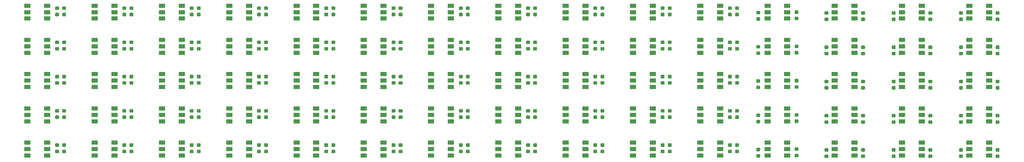
<source format=gbr>
G04 #@! TF.GenerationSoftware,KiCad,Pcbnew,(5.1.0-0)*
G04 #@! TF.CreationDate,2019-04-23T10:55:05-07:00*
G04 #@! TF.ProjectId,TestPanel2,54657374-5061-46e6-956c-322e6b696361,rev?*
G04 #@! TF.SameCoordinates,Original*
G04 #@! TF.FileFunction,Paste,Top*
G04 #@! TF.FilePolarity,Positive*
%FSLAX46Y46*%
G04 Gerber Fmt 4.6, Leading zero omitted, Abs format (unit mm)*
G04 Created by KiCad (PCBNEW (5.1.0-0)) date 2019-04-23 10:55:05*
%MOMM*%
%LPD*%
G04 APERTURE LIST*
%ADD10C,0.050000*%
%ADD11C,0.875000*%
%ADD12R,1.500000X1.000000*%
G04 APERTURE END LIST*
D10*
G36*
X206568537Y-107191053D02*
G01*
X206589772Y-107194203D01*
X206610596Y-107199419D01*
X206630808Y-107206651D01*
X206650214Y-107215830D01*
X206668627Y-107226866D01*
X206685870Y-107239654D01*
X206701776Y-107254070D01*
X206716192Y-107269976D01*
X206728980Y-107287219D01*
X206740016Y-107305632D01*
X206749195Y-107325038D01*
X206756427Y-107345250D01*
X206761643Y-107366074D01*
X206764793Y-107387309D01*
X206765846Y-107408750D01*
X206765846Y-107846250D01*
X206764793Y-107867691D01*
X206761643Y-107888926D01*
X206756427Y-107909750D01*
X206749195Y-107929962D01*
X206740016Y-107949368D01*
X206728980Y-107967781D01*
X206716192Y-107985024D01*
X206701776Y-108000930D01*
X206685870Y-108015346D01*
X206668627Y-108028134D01*
X206650214Y-108039170D01*
X206630808Y-108048349D01*
X206610596Y-108055581D01*
X206589772Y-108060797D01*
X206568537Y-108063947D01*
X206547096Y-108065000D01*
X206034596Y-108065000D01*
X206013155Y-108063947D01*
X205991920Y-108060797D01*
X205971096Y-108055581D01*
X205950884Y-108048349D01*
X205931478Y-108039170D01*
X205913065Y-108028134D01*
X205895822Y-108015346D01*
X205879916Y-108000930D01*
X205865500Y-107985024D01*
X205852712Y-107967781D01*
X205841676Y-107949368D01*
X205832497Y-107929962D01*
X205825265Y-107909750D01*
X205820049Y-107888926D01*
X205816899Y-107867691D01*
X205815846Y-107846250D01*
X205815846Y-107408750D01*
X205816899Y-107387309D01*
X205820049Y-107366074D01*
X205825265Y-107345250D01*
X205832497Y-107325038D01*
X205841676Y-107305632D01*
X205852712Y-107287219D01*
X205865500Y-107269976D01*
X205879916Y-107254070D01*
X205895822Y-107239654D01*
X205913065Y-107226866D01*
X205931478Y-107215830D01*
X205950884Y-107206651D01*
X205971096Y-107199419D01*
X205991920Y-107194203D01*
X206013155Y-107191053D01*
X206034596Y-107190000D01*
X206547096Y-107190000D01*
X206568537Y-107191053D01*
X206568537Y-107191053D01*
G37*
D11*
X206290846Y-107627500D03*
D10*
G36*
X206568537Y-108766053D02*
G01*
X206589772Y-108769203D01*
X206610596Y-108774419D01*
X206630808Y-108781651D01*
X206650214Y-108790830D01*
X206668627Y-108801866D01*
X206685870Y-108814654D01*
X206701776Y-108829070D01*
X206716192Y-108844976D01*
X206728980Y-108862219D01*
X206740016Y-108880632D01*
X206749195Y-108900038D01*
X206756427Y-108920250D01*
X206761643Y-108941074D01*
X206764793Y-108962309D01*
X206765846Y-108983750D01*
X206765846Y-109421250D01*
X206764793Y-109442691D01*
X206761643Y-109463926D01*
X206756427Y-109484750D01*
X206749195Y-109504962D01*
X206740016Y-109524368D01*
X206728980Y-109542781D01*
X206716192Y-109560024D01*
X206701776Y-109575930D01*
X206685870Y-109590346D01*
X206668627Y-109603134D01*
X206650214Y-109614170D01*
X206630808Y-109623349D01*
X206610596Y-109630581D01*
X206589772Y-109635797D01*
X206568537Y-109638947D01*
X206547096Y-109640000D01*
X206034596Y-109640000D01*
X206013155Y-109638947D01*
X205991920Y-109635797D01*
X205971096Y-109630581D01*
X205950884Y-109623349D01*
X205931478Y-109614170D01*
X205913065Y-109603134D01*
X205895822Y-109590346D01*
X205879916Y-109575930D01*
X205865500Y-109560024D01*
X205852712Y-109542781D01*
X205841676Y-109524368D01*
X205832497Y-109504962D01*
X205825265Y-109484750D01*
X205820049Y-109463926D01*
X205816899Y-109442691D01*
X205815846Y-109421250D01*
X205815846Y-108983750D01*
X205816899Y-108962309D01*
X205820049Y-108941074D01*
X205825265Y-108920250D01*
X205832497Y-108900038D01*
X205841676Y-108880632D01*
X205852712Y-108862219D01*
X205865500Y-108844976D01*
X205879916Y-108829070D01*
X205895822Y-108814654D01*
X205913065Y-108801866D01*
X205931478Y-108790830D01*
X205950884Y-108781651D01*
X205971096Y-108774419D01*
X205991920Y-108769203D01*
X206013155Y-108766053D01*
X206034596Y-108765000D01*
X206547096Y-108765000D01*
X206568537Y-108766053D01*
X206568537Y-108766053D01*
G37*
D11*
X206290846Y-109202500D03*
D10*
G36*
X189901837Y-107191053D02*
G01*
X189923072Y-107194203D01*
X189943896Y-107199419D01*
X189964108Y-107206651D01*
X189983514Y-107215830D01*
X190001927Y-107226866D01*
X190019170Y-107239654D01*
X190035076Y-107254070D01*
X190049492Y-107269976D01*
X190062280Y-107287219D01*
X190073316Y-107305632D01*
X190082495Y-107325038D01*
X190089727Y-107345250D01*
X190094943Y-107366074D01*
X190098093Y-107387309D01*
X190099146Y-107408750D01*
X190099146Y-107846250D01*
X190098093Y-107867691D01*
X190094943Y-107888926D01*
X190089727Y-107909750D01*
X190082495Y-107929962D01*
X190073316Y-107949368D01*
X190062280Y-107967781D01*
X190049492Y-107985024D01*
X190035076Y-108000930D01*
X190019170Y-108015346D01*
X190001927Y-108028134D01*
X189983514Y-108039170D01*
X189964108Y-108048349D01*
X189943896Y-108055581D01*
X189923072Y-108060797D01*
X189901837Y-108063947D01*
X189880396Y-108065000D01*
X189367896Y-108065000D01*
X189346455Y-108063947D01*
X189325220Y-108060797D01*
X189304396Y-108055581D01*
X189284184Y-108048349D01*
X189264778Y-108039170D01*
X189246365Y-108028134D01*
X189229122Y-108015346D01*
X189213216Y-108000930D01*
X189198800Y-107985024D01*
X189186012Y-107967781D01*
X189174976Y-107949368D01*
X189165797Y-107929962D01*
X189158565Y-107909750D01*
X189153349Y-107888926D01*
X189150199Y-107867691D01*
X189149146Y-107846250D01*
X189149146Y-107408750D01*
X189150199Y-107387309D01*
X189153349Y-107366074D01*
X189158565Y-107345250D01*
X189165797Y-107325038D01*
X189174976Y-107305632D01*
X189186012Y-107287219D01*
X189198800Y-107269976D01*
X189213216Y-107254070D01*
X189229122Y-107239654D01*
X189246365Y-107226866D01*
X189264778Y-107215830D01*
X189284184Y-107206651D01*
X189304396Y-107199419D01*
X189325220Y-107194203D01*
X189346455Y-107191053D01*
X189367896Y-107190000D01*
X189880396Y-107190000D01*
X189901837Y-107191053D01*
X189901837Y-107191053D01*
G37*
D11*
X189624146Y-107627500D03*
D10*
G36*
X189901837Y-108766053D02*
G01*
X189923072Y-108769203D01*
X189943896Y-108774419D01*
X189964108Y-108781651D01*
X189983514Y-108790830D01*
X190001927Y-108801866D01*
X190019170Y-108814654D01*
X190035076Y-108829070D01*
X190049492Y-108844976D01*
X190062280Y-108862219D01*
X190073316Y-108880632D01*
X190082495Y-108900038D01*
X190089727Y-108920250D01*
X190094943Y-108941074D01*
X190098093Y-108962309D01*
X190099146Y-108983750D01*
X190099146Y-109421250D01*
X190098093Y-109442691D01*
X190094943Y-109463926D01*
X190089727Y-109484750D01*
X190082495Y-109504962D01*
X190073316Y-109524368D01*
X190062280Y-109542781D01*
X190049492Y-109560024D01*
X190035076Y-109575930D01*
X190019170Y-109590346D01*
X190001927Y-109603134D01*
X189983514Y-109614170D01*
X189964108Y-109623349D01*
X189943896Y-109630581D01*
X189923072Y-109635797D01*
X189901837Y-109638947D01*
X189880396Y-109640000D01*
X189367896Y-109640000D01*
X189346455Y-109638947D01*
X189325220Y-109635797D01*
X189304396Y-109630581D01*
X189284184Y-109623349D01*
X189264778Y-109614170D01*
X189246365Y-109603134D01*
X189229122Y-109590346D01*
X189213216Y-109575930D01*
X189198800Y-109560024D01*
X189186012Y-109542781D01*
X189174976Y-109524368D01*
X189165797Y-109504962D01*
X189158565Y-109484750D01*
X189153349Y-109463926D01*
X189150199Y-109442691D01*
X189149146Y-109421250D01*
X189149146Y-108983750D01*
X189150199Y-108962309D01*
X189153349Y-108941074D01*
X189158565Y-108920250D01*
X189165797Y-108900038D01*
X189174976Y-108880632D01*
X189186012Y-108862219D01*
X189198800Y-108844976D01*
X189213216Y-108829070D01*
X189229122Y-108814654D01*
X189246365Y-108801866D01*
X189264778Y-108790830D01*
X189284184Y-108781651D01*
X189304396Y-108774419D01*
X189325220Y-108769203D01*
X189346455Y-108766053D01*
X189367896Y-108765000D01*
X189880396Y-108765000D01*
X189901837Y-108766053D01*
X189901837Y-108766053D01*
G37*
D11*
X189624146Y-109202500D03*
D10*
G36*
X156568437Y-107191053D02*
G01*
X156589672Y-107194203D01*
X156610496Y-107199419D01*
X156630708Y-107206651D01*
X156650114Y-107215830D01*
X156668527Y-107226866D01*
X156685770Y-107239654D01*
X156701676Y-107254070D01*
X156716092Y-107269976D01*
X156728880Y-107287219D01*
X156739916Y-107305632D01*
X156749095Y-107325038D01*
X156756327Y-107345250D01*
X156761543Y-107366074D01*
X156764693Y-107387309D01*
X156765746Y-107408750D01*
X156765746Y-107846250D01*
X156764693Y-107867691D01*
X156761543Y-107888926D01*
X156756327Y-107909750D01*
X156749095Y-107929962D01*
X156739916Y-107949368D01*
X156728880Y-107967781D01*
X156716092Y-107985024D01*
X156701676Y-108000930D01*
X156685770Y-108015346D01*
X156668527Y-108028134D01*
X156650114Y-108039170D01*
X156630708Y-108048349D01*
X156610496Y-108055581D01*
X156589672Y-108060797D01*
X156568437Y-108063947D01*
X156546996Y-108065000D01*
X156034496Y-108065000D01*
X156013055Y-108063947D01*
X155991820Y-108060797D01*
X155970996Y-108055581D01*
X155950784Y-108048349D01*
X155931378Y-108039170D01*
X155912965Y-108028134D01*
X155895722Y-108015346D01*
X155879816Y-108000930D01*
X155865400Y-107985024D01*
X155852612Y-107967781D01*
X155841576Y-107949368D01*
X155832397Y-107929962D01*
X155825165Y-107909750D01*
X155819949Y-107888926D01*
X155816799Y-107867691D01*
X155815746Y-107846250D01*
X155815746Y-107408750D01*
X155816799Y-107387309D01*
X155819949Y-107366074D01*
X155825165Y-107345250D01*
X155832397Y-107325038D01*
X155841576Y-107305632D01*
X155852612Y-107287219D01*
X155865400Y-107269976D01*
X155879816Y-107254070D01*
X155895722Y-107239654D01*
X155912965Y-107226866D01*
X155931378Y-107215830D01*
X155950784Y-107206651D01*
X155970996Y-107199419D01*
X155991820Y-107194203D01*
X156013055Y-107191053D01*
X156034496Y-107190000D01*
X156546996Y-107190000D01*
X156568437Y-107191053D01*
X156568437Y-107191053D01*
G37*
D11*
X156290746Y-107627500D03*
D10*
G36*
X156568437Y-108766053D02*
G01*
X156589672Y-108769203D01*
X156610496Y-108774419D01*
X156630708Y-108781651D01*
X156650114Y-108790830D01*
X156668527Y-108801866D01*
X156685770Y-108814654D01*
X156701676Y-108829070D01*
X156716092Y-108844976D01*
X156728880Y-108862219D01*
X156739916Y-108880632D01*
X156749095Y-108900038D01*
X156756327Y-108920250D01*
X156761543Y-108941074D01*
X156764693Y-108962309D01*
X156765746Y-108983750D01*
X156765746Y-109421250D01*
X156764693Y-109442691D01*
X156761543Y-109463926D01*
X156756327Y-109484750D01*
X156749095Y-109504962D01*
X156739916Y-109524368D01*
X156728880Y-109542781D01*
X156716092Y-109560024D01*
X156701676Y-109575930D01*
X156685770Y-109590346D01*
X156668527Y-109603134D01*
X156650114Y-109614170D01*
X156630708Y-109623349D01*
X156610496Y-109630581D01*
X156589672Y-109635797D01*
X156568437Y-109638947D01*
X156546996Y-109640000D01*
X156034496Y-109640000D01*
X156013055Y-109638947D01*
X155991820Y-109635797D01*
X155970996Y-109630581D01*
X155950784Y-109623349D01*
X155931378Y-109614170D01*
X155912965Y-109603134D01*
X155895722Y-109590346D01*
X155879816Y-109575930D01*
X155865400Y-109560024D01*
X155852612Y-109542781D01*
X155841576Y-109524368D01*
X155832397Y-109504962D01*
X155825165Y-109484750D01*
X155819949Y-109463926D01*
X155816799Y-109442691D01*
X155815746Y-109421250D01*
X155815746Y-108983750D01*
X155816799Y-108962309D01*
X155819949Y-108941074D01*
X155825165Y-108920250D01*
X155832397Y-108900038D01*
X155841576Y-108880632D01*
X155852612Y-108862219D01*
X155865400Y-108844976D01*
X155879816Y-108829070D01*
X155895722Y-108814654D01*
X155912965Y-108801866D01*
X155931378Y-108790830D01*
X155950784Y-108781651D01*
X155970996Y-108774419D01*
X155991820Y-108769203D01*
X156013055Y-108766053D01*
X156034496Y-108765000D01*
X156546996Y-108765000D01*
X156568437Y-108766053D01*
X156568437Y-108766053D01*
G37*
D11*
X156290746Y-109202500D03*
D10*
G36*
X123235037Y-107191053D02*
G01*
X123256272Y-107194203D01*
X123277096Y-107199419D01*
X123297308Y-107206651D01*
X123316714Y-107215830D01*
X123335127Y-107226866D01*
X123352370Y-107239654D01*
X123368276Y-107254070D01*
X123382692Y-107269976D01*
X123395480Y-107287219D01*
X123406516Y-107305632D01*
X123415695Y-107325038D01*
X123422927Y-107345250D01*
X123428143Y-107366074D01*
X123431293Y-107387309D01*
X123432346Y-107408750D01*
X123432346Y-107846250D01*
X123431293Y-107867691D01*
X123428143Y-107888926D01*
X123422927Y-107909750D01*
X123415695Y-107929962D01*
X123406516Y-107949368D01*
X123395480Y-107967781D01*
X123382692Y-107985024D01*
X123368276Y-108000930D01*
X123352370Y-108015346D01*
X123335127Y-108028134D01*
X123316714Y-108039170D01*
X123297308Y-108048349D01*
X123277096Y-108055581D01*
X123256272Y-108060797D01*
X123235037Y-108063947D01*
X123213596Y-108065000D01*
X122701096Y-108065000D01*
X122679655Y-108063947D01*
X122658420Y-108060797D01*
X122637596Y-108055581D01*
X122617384Y-108048349D01*
X122597978Y-108039170D01*
X122579565Y-108028134D01*
X122562322Y-108015346D01*
X122546416Y-108000930D01*
X122532000Y-107985024D01*
X122519212Y-107967781D01*
X122508176Y-107949368D01*
X122498997Y-107929962D01*
X122491765Y-107909750D01*
X122486549Y-107888926D01*
X122483399Y-107867691D01*
X122482346Y-107846250D01*
X122482346Y-107408750D01*
X122483399Y-107387309D01*
X122486549Y-107366074D01*
X122491765Y-107345250D01*
X122498997Y-107325038D01*
X122508176Y-107305632D01*
X122519212Y-107287219D01*
X122532000Y-107269976D01*
X122546416Y-107254070D01*
X122562322Y-107239654D01*
X122579565Y-107226866D01*
X122597978Y-107215830D01*
X122617384Y-107206651D01*
X122637596Y-107199419D01*
X122658420Y-107194203D01*
X122679655Y-107191053D01*
X122701096Y-107190000D01*
X123213596Y-107190000D01*
X123235037Y-107191053D01*
X123235037Y-107191053D01*
G37*
D11*
X122957346Y-107627500D03*
D10*
G36*
X123235037Y-108766053D02*
G01*
X123256272Y-108769203D01*
X123277096Y-108774419D01*
X123297308Y-108781651D01*
X123316714Y-108790830D01*
X123335127Y-108801866D01*
X123352370Y-108814654D01*
X123368276Y-108829070D01*
X123382692Y-108844976D01*
X123395480Y-108862219D01*
X123406516Y-108880632D01*
X123415695Y-108900038D01*
X123422927Y-108920250D01*
X123428143Y-108941074D01*
X123431293Y-108962309D01*
X123432346Y-108983750D01*
X123432346Y-109421250D01*
X123431293Y-109442691D01*
X123428143Y-109463926D01*
X123422927Y-109484750D01*
X123415695Y-109504962D01*
X123406516Y-109524368D01*
X123395480Y-109542781D01*
X123382692Y-109560024D01*
X123368276Y-109575930D01*
X123352370Y-109590346D01*
X123335127Y-109603134D01*
X123316714Y-109614170D01*
X123297308Y-109623349D01*
X123277096Y-109630581D01*
X123256272Y-109635797D01*
X123235037Y-109638947D01*
X123213596Y-109640000D01*
X122701096Y-109640000D01*
X122679655Y-109638947D01*
X122658420Y-109635797D01*
X122637596Y-109630581D01*
X122617384Y-109623349D01*
X122597978Y-109614170D01*
X122579565Y-109603134D01*
X122562322Y-109590346D01*
X122546416Y-109575930D01*
X122532000Y-109560024D01*
X122519212Y-109542781D01*
X122508176Y-109524368D01*
X122498997Y-109504962D01*
X122491765Y-109484750D01*
X122486549Y-109463926D01*
X122483399Y-109442691D01*
X122482346Y-109421250D01*
X122482346Y-108983750D01*
X122483399Y-108962309D01*
X122486549Y-108941074D01*
X122491765Y-108920250D01*
X122498997Y-108900038D01*
X122508176Y-108880632D01*
X122519212Y-108862219D01*
X122532000Y-108844976D01*
X122546416Y-108829070D01*
X122562322Y-108814654D01*
X122579565Y-108801866D01*
X122597978Y-108790830D01*
X122617384Y-108781651D01*
X122637596Y-108774419D01*
X122658420Y-108769203D01*
X122679655Y-108766053D01*
X122701096Y-108765000D01*
X123213596Y-108765000D01*
X123235037Y-108766053D01*
X123235037Y-108766053D01*
G37*
D11*
X122957346Y-109202500D03*
D10*
G36*
X106568337Y-107191053D02*
G01*
X106589572Y-107194203D01*
X106610396Y-107199419D01*
X106630608Y-107206651D01*
X106650014Y-107215830D01*
X106668427Y-107226866D01*
X106685670Y-107239654D01*
X106701576Y-107254070D01*
X106715992Y-107269976D01*
X106728780Y-107287219D01*
X106739816Y-107305632D01*
X106748995Y-107325038D01*
X106756227Y-107345250D01*
X106761443Y-107366074D01*
X106764593Y-107387309D01*
X106765646Y-107408750D01*
X106765646Y-107846250D01*
X106764593Y-107867691D01*
X106761443Y-107888926D01*
X106756227Y-107909750D01*
X106748995Y-107929962D01*
X106739816Y-107949368D01*
X106728780Y-107967781D01*
X106715992Y-107985024D01*
X106701576Y-108000930D01*
X106685670Y-108015346D01*
X106668427Y-108028134D01*
X106650014Y-108039170D01*
X106630608Y-108048349D01*
X106610396Y-108055581D01*
X106589572Y-108060797D01*
X106568337Y-108063947D01*
X106546896Y-108065000D01*
X106034396Y-108065000D01*
X106012955Y-108063947D01*
X105991720Y-108060797D01*
X105970896Y-108055581D01*
X105950684Y-108048349D01*
X105931278Y-108039170D01*
X105912865Y-108028134D01*
X105895622Y-108015346D01*
X105879716Y-108000930D01*
X105865300Y-107985024D01*
X105852512Y-107967781D01*
X105841476Y-107949368D01*
X105832297Y-107929962D01*
X105825065Y-107909750D01*
X105819849Y-107888926D01*
X105816699Y-107867691D01*
X105815646Y-107846250D01*
X105815646Y-107408750D01*
X105816699Y-107387309D01*
X105819849Y-107366074D01*
X105825065Y-107345250D01*
X105832297Y-107325038D01*
X105841476Y-107305632D01*
X105852512Y-107287219D01*
X105865300Y-107269976D01*
X105879716Y-107254070D01*
X105895622Y-107239654D01*
X105912865Y-107226866D01*
X105931278Y-107215830D01*
X105950684Y-107206651D01*
X105970896Y-107199419D01*
X105991720Y-107194203D01*
X106012955Y-107191053D01*
X106034396Y-107190000D01*
X106546896Y-107190000D01*
X106568337Y-107191053D01*
X106568337Y-107191053D01*
G37*
D11*
X106290646Y-107627500D03*
D10*
G36*
X106568337Y-108766053D02*
G01*
X106589572Y-108769203D01*
X106610396Y-108774419D01*
X106630608Y-108781651D01*
X106650014Y-108790830D01*
X106668427Y-108801866D01*
X106685670Y-108814654D01*
X106701576Y-108829070D01*
X106715992Y-108844976D01*
X106728780Y-108862219D01*
X106739816Y-108880632D01*
X106748995Y-108900038D01*
X106756227Y-108920250D01*
X106761443Y-108941074D01*
X106764593Y-108962309D01*
X106765646Y-108983750D01*
X106765646Y-109421250D01*
X106764593Y-109442691D01*
X106761443Y-109463926D01*
X106756227Y-109484750D01*
X106748995Y-109504962D01*
X106739816Y-109524368D01*
X106728780Y-109542781D01*
X106715992Y-109560024D01*
X106701576Y-109575930D01*
X106685670Y-109590346D01*
X106668427Y-109603134D01*
X106650014Y-109614170D01*
X106630608Y-109623349D01*
X106610396Y-109630581D01*
X106589572Y-109635797D01*
X106568337Y-109638947D01*
X106546896Y-109640000D01*
X106034396Y-109640000D01*
X106012955Y-109638947D01*
X105991720Y-109635797D01*
X105970896Y-109630581D01*
X105950684Y-109623349D01*
X105931278Y-109614170D01*
X105912865Y-109603134D01*
X105895622Y-109590346D01*
X105879716Y-109575930D01*
X105865300Y-109560024D01*
X105852512Y-109542781D01*
X105841476Y-109524368D01*
X105832297Y-109504962D01*
X105825065Y-109484750D01*
X105819849Y-109463926D01*
X105816699Y-109442691D01*
X105815646Y-109421250D01*
X105815646Y-108983750D01*
X105816699Y-108962309D01*
X105819849Y-108941074D01*
X105825065Y-108920250D01*
X105832297Y-108900038D01*
X105841476Y-108880632D01*
X105852512Y-108862219D01*
X105865300Y-108844976D01*
X105879716Y-108829070D01*
X105895622Y-108814654D01*
X105912865Y-108801866D01*
X105931278Y-108790830D01*
X105950684Y-108781651D01*
X105970896Y-108774419D01*
X105991720Y-108769203D01*
X106012955Y-108766053D01*
X106034396Y-108765000D01*
X106546896Y-108765000D01*
X106568337Y-108766053D01*
X106568337Y-108766053D01*
G37*
D11*
X106290646Y-109202500D03*
D10*
G36*
X139901737Y-107191053D02*
G01*
X139922972Y-107194203D01*
X139943796Y-107199419D01*
X139964008Y-107206651D01*
X139983414Y-107215830D01*
X140001827Y-107226866D01*
X140019070Y-107239654D01*
X140034976Y-107254070D01*
X140049392Y-107269976D01*
X140062180Y-107287219D01*
X140073216Y-107305632D01*
X140082395Y-107325038D01*
X140089627Y-107345250D01*
X140094843Y-107366074D01*
X140097993Y-107387309D01*
X140099046Y-107408750D01*
X140099046Y-107846250D01*
X140097993Y-107867691D01*
X140094843Y-107888926D01*
X140089627Y-107909750D01*
X140082395Y-107929962D01*
X140073216Y-107949368D01*
X140062180Y-107967781D01*
X140049392Y-107985024D01*
X140034976Y-108000930D01*
X140019070Y-108015346D01*
X140001827Y-108028134D01*
X139983414Y-108039170D01*
X139964008Y-108048349D01*
X139943796Y-108055581D01*
X139922972Y-108060797D01*
X139901737Y-108063947D01*
X139880296Y-108065000D01*
X139367796Y-108065000D01*
X139346355Y-108063947D01*
X139325120Y-108060797D01*
X139304296Y-108055581D01*
X139284084Y-108048349D01*
X139264678Y-108039170D01*
X139246265Y-108028134D01*
X139229022Y-108015346D01*
X139213116Y-108000930D01*
X139198700Y-107985024D01*
X139185912Y-107967781D01*
X139174876Y-107949368D01*
X139165697Y-107929962D01*
X139158465Y-107909750D01*
X139153249Y-107888926D01*
X139150099Y-107867691D01*
X139149046Y-107846250D01*
X139149046Y-107408750D01*
X139150099Y-107387309D01*
X139153249Y-107366074D01*
X139158465Y-107345250D01*
X139165697Y-107325038D01*
X139174876Y-107305632D01*
X139185912Y-107287219D01*
X139198700Y-107269976D01*
X139213116Y-107254070D01*
X139229022Y-107239654D01*
X139246265Y-107226866D01*
X139264678Y-107215830D01*
X139284084Y-107206651D01*
X139304296Y-107199419D01*
X139325120Y-107194203D01*
X139346355Y-107191053D01*
X139367796Y-107190000D01*
X139880296Y-107190000D01*
X139901737Y-107191053D01*
X139901737Y-107191053D01*
G37*
D11*
X139624046Y-107627500D03*
D10*
G36*
X139901737Y-108766053D02*
G01*
X139922972Y-108769203D01*
X139943796Y-108774419D01*
X139964008Y-108781651D01*
X139983414Y-108790830D01*
X140001827Y-108801866D01*
X140019070Y-108814654D01*
X140034976Y-108829070D01*
X140049392Y-108844976D01*
X140062180Y-108862219D01*
X140073216Y-108880632D01*
X140082395Y-108900038D01*
X140089627Y-108920250D01*
X140094843Y-108941074D01*
X140097993Y-108962309D01*
X140099046Y-108983750D01*
X140099046Y-109421250D01*
X140097993Y-109442691D01*
X140094843Y-109463926D01*
X140089627Y-109484750D01*
X140082395Y-109504962D01*
X140073216Y-109524368D01*
X140062180Y-109542781D01*
X140049392Y-109560024D01*
X140034976Y-109575930D01*
X140019070Y-109590346D01*
X140001827Y-109603134D01*
X139983414Y-109614170D01*
X139964008Y-109623349D01*
X139943796Y-109630581D01*
X139922972Y-109635797D01*
X139901737Y-109638947D01*
X139880296Y-109640000D01*
X139367796Y-109640000D01*
X139346355Y-109638947D01*
X139325120Y-109635797D01*
X139304296Y-109630581D01*
X139284084Y-109623349D01*
X139264678Y-109614170D01*
X139246265Y-109603134D01*
X139229022Y-109590346D01*
X139213116Y-109575930D01*
X139198700Y-109560024D01*
X139185912Y-109542781D01*
X139174876Y-109524368D01*
X139165697Y-109504962D01*
X139158465Y-109484750D01*
X139153249Y-109463926D01*
X139150099Y-109442691D01*
X139149046Y-109421250D01*
X139149046Y-108983750D01*
X139150099Y-108962309D01*
X139153249Y-108941074D01*
X139158465Y-108920250D01*
X139165697Y-108900038D01*
X139174876Y-108880632D01*
X139185912Y-108862219D01*
X139198700Y-108844976D01*
X139213116Y-108829070D01*
X139229022Y-108814654D01*
X139246265Y-108801866D01*
X139264678Y-108790830D01*
X139284084Y-108781651D01*
X139304296Y-108774419D01*
X139325120Y-108769203D01*
X139346355Y-108766053D01*
X139367796Y-108765000D01*
X139880296Y-108765000D01*
X139901737Y-108766053D01*
X139901737Y-108766053D01*
G37*
D11*
X139624046Y-109202500D03*
D10*
G36*
X173235137Y-107191053D02*
G01*
X173256372Y-107194203D01*
X173277196Y-107199419D01*
X173297408Y-107206651D01*
X173316814Y-107215830D01*
X173335227Y-107226866D01*
X173352470Y-107239654D01*
X173368376Y-107254070D01*
X173382792Y-107269976D01*
X173395580Y-107287219D01*
X173406616Y-107305632D01*
X173415795Y-107325038D01*
X173423027Y-107345250D01*
X173428243Y-107366074D01*
X173431393Y-107387309D01*
X173432446Y-107408750D01*
X173432446Y-107846250D01*
X173431393Y-107867691D01*
X173428243Y-107888926D01*
X173423027Y-107909750D01*
X173415795Y-107929962D01*
X173406616Y-107949368D01*
X173395580Y-107967781D01*
X173382792Y-107985024D01*
X173368376Y-108000930D01*
X173352470Y-108015346D01*
X173335227Y-108028134D01*
X173316814Y-108039170D01*
X173297408Y-108048349D01*
X173277196Y-108055581D01*
X173256372Y-108060797D01*
X173235137Y-108063947D01*
X173213696Y-108065000D01*
X172701196Y-108065000D01*
X172679755Y-108063947D01*
X172658520Y-108060797D01*
X172637696Y-108055581D01*
X172617484Y-108048349D01*
X172598078Y-108039170D01*
X172579665Y-108028134D01*
X172562422Y-108015346D01*
X172546516Y-108000930D01*
X172532100Y-107985024D01*
X172519312Y-107967781D01*
X172508276Y-107949368D01*
X172499097Y-107929962D01*
X172491865Y-107909750D01*
X172486649Y-107888926D01*
X172483499Y-107867691D01*
X172482446Y-107846250D01*
X172482446Y-107408750D01*
X172483499Y-107387309D01*
X172486649Y-107366074D01*
X172491865Y-107345250D01*
X172499097Y-107325038D01*
X172508276Y-107305632D01*
X172519312Y-107287219D01*
X172532100Y-107269976D01*
X172546516Y-107254070D01*
X172562422Y-107239654D01*
X172579665Y-107226866D01*
X172598078Y-107215830D01*
X172617484Y-107206651D01*
X172637696Y-107199419D01*
X172658520Y-107194203D01*
X172679755Y-107191053D01*
X172701196Y-107190000D01*
X173213696Y-107190000D01*
X173235137Y-107191053D01*
X173235137Y-107191053D01*
G37*
D11*
X172957446Y-107627500D03*
D10*
G36*
X173235137Y-108766053D02*
G01*
X173256372Y-108769203D01*
X173277196Y-108774419D01*
X173297408Y-108781651D01*
X173316814Y-108790830D01*
X173335227Y-108801866D01*
X173352470Y-108814654D01*
X173368376Y-108829070D01*
X173382792Y-108844976D01*
X173395580Y-108862219D01*
X173406616Y-108880632D01*
X173415795Y-108900038D01*
X173423027Y-108920250D01*
X173428243Y-108941074D01*
X173431393Y-108962309D01*
X173432446Y-108983750D01*
X173432446Y-109421250D01*
X173431393Y-109442691D01*
X173428243Y-109463926D01*
X173423027Y-109484750D01*
X173415795Y-109504962D01*
X173406616Y-109524368D01*
X173395580Y-109542781D01*
X173382792Y-109560024D01*
X173368376Y-109575930D01*
X173352470Y-109590346D01*
X173335227Y-109603134D01*
X173316814Y-109614170D01*
X173297408Y-109623349D01*
X173277196Y-109630581D01*
X173256372Y-109635797D01*
X173235137Y-109638947D01*
X173213696Y-109640000D01*
X172701196Y-109640000D01*
X172679755Y-109638947D01*
X172658520Y-109635797D01*
X172637696Y-109630581D01*
X172617484Y-109623349D01*
X172598078Y-109614170D01*
X172579665Y-109603134D01*
X172562422Y-109590346D01*
X172546516Y-109575930D01*
X172532100Y-109560024D01*
X172519312Y-109542781D01*
X172508276Y-109524368D01*
X172499097Y-109504962D01*
X172491865Y-109484750D01*
X172486649Y-109463926D01*
X172483499Y-109442691D01*
X172482446Y-109421250D01*
X172482446Y-108983750D01*
X172483499Y-108962309D01*
X172486649Y-108941074D01*
X172491865Y-108920250D01*
X172499097Y-108900038D01*
X172508276Y-108880632D01*
X172519312Y-108862219D01*
X172532100Y-108844976D01*
X172546516Y-108829070D01*
X172562422Y-108814654D01*
X172579665Y-108801866D01*
X172598078Y-108790830D01*
X172617484Y-108781651D01*
X172637696Y-108774419D01*
X172658520Y-108769203D01*
X172679755Y-108766053D01*
X172701196Y-108765000D01*
X173213696Y-108765000D01*
X173235137Y-108766053D01*
X173235137Y-108766053D01*
G37*
D11*
X172957446Y-109202500D03*
D10*
G36*
X258326968Y-108766053D02*
G01*
X258348203Y-108769203D01*
X258369027Y-108774419D01*
X258389239Y-108781651D01*
X258408645Y-108790830D01*
X258427058Y-108801866D01*
X258444301Y-108814654D01*
X258460207Y-108829070D01*
X258474623Y-108844976D01*
X258487411Y-108862219D01*
X258498447Y-108880632D01*
X258507626Y-108900038D01*
X258514858Y-108920250D01*
X258520074Y-108941074D01*
X258523224Y-108962309D01*
X258524277Y-108983750D01*
X258524277Y-109421250D01*
X258523224Y-109442691D01*
X258520074Y-109463926D01*
X258514858Y-109484750D01*
X258507626Y-109504962D01*
X258498447Y-109524368D01*
X258487411Y-109542781D01*
X258474623Y-109560024D01*
X258460207Y-109575930D01*
X258444301Y-109590346D01*
X258427058Y-109603134D01*
X258408645Y-109614170D01*
X258389239Y-109623349D01*
X258369027Y-109630581D01*
X258348203Y-109635797D01*
X258326968Y-109638947D01*
X258305527Y-109640000D01*
X257793027Y-109640000D01*
X257771586Y-109638947D01*
X257750351Y-109635797D01*
X257729527Y-109630581D01*
X257709315Y-109623349D01*
X257689909Y-109614170D01*
X257671496Y-109603134D01*
X257654253Y-109590346D01*
X257638347Y-109575930D01*
X257623931Y-109560024D01*
X257611143Y-109542781D01*
X257600107Y-109524368D01*
X257590928Y-109504962D01*
X257583696Y-109484750D01*
X257578480Y-109463926D01*
X257575330Y-109442691D01*
X257574277Y-109421250D01*
X257574277Y-108983750D01*
X257575330Y-108962309D01*
X257578480Y-108941074D01*
X257583696Y-108920250D01*
X257590928Y-108900038D01*
X257600107Y-108880632D01*
X257611143Y-108862219D01*
X257623931Y-108844976D01*
X257638347Y-108829070D01*
X257654253Y-108814654D01*
X257671496Y-108801866D01*
X257689909Y-108790830D01*
X257709315Y-108781651D01*
X257729527Y-108774419D01*
X257750351Y-108769203D01*
X257771586Y-108766053D01*
X257793027Y-108765000D01*
X258305527Y-108765000D01*
X258326968Y-108766053D01*
X258326968Y-108766053D01*
G37*
D11*
X258049277Y-109202500D03*
D10*
G36*
X258326968Y-107191053D02*
G01*
X258348203Y-107194203D01*
X258369027Y-107199419D01*
X258389239Y-107206651D01*
X258408645Y-107215830D01*
X258427058Y-107226866D01*
X258444301Y-107239654D01*
X258460207Y-107254070D01*
X258474623Y-107269976D01*
X258487411Y-107287219D01*
X258498447Y-107305632D01*
X258507626Y-107325038D01*
X258514858Y-107345250D01*
X258520074Y-107366074D01*
X258523224Y-107387309D01*
X258524277Y-107408750D01*
X258524277Y-107846250D01*
X258523224Y-107867691D01*
X258520074Y-107888926D01*
X258514858Y-107909750D01*
X258507626Y-107929962D01*
X258498447Y-107949368D01*
X258487411Y-107967781D01*
X258474623Y-107985024D01*
X258460207Y-108000930D01*
X258444301Y-108015346D01*
X258427058Y-108028134D01*
X258408645Y-108039170D01*
X258389239Y-108048349D01*
X258369027Y-108055581D01*
X258348203Y-108060797D01*
X258326968Y-108063947D01*
X258305527Y-108065000D01*
X257793027Y-108065000D01*
X257771586Y-108063947D01*
X257750351Y-108060797D01*
X257729527Y-108055581D01*
X257709315Y-108048349D01*
X257689909Y-108039170D01*
X257671496Y-108028134D01*
X257654253Y-108015346D01*
X257638347Y-108000930D01*
X257623931Y-107985024D01*
X257611143Y-107967781D01*
X257600107Y-107949368D01*
X257590928Y-107929962D01*
X257583696Y-107909750D01*
X257578480Y-107888926D01*
X257575330Y-107867691D01*
X257574277Y-107846250D01*
X257574277Y-107408750D01*
X257575330Y-107387309D01*
X257578480Y-107366074D01*
X257583696Y-107345250D01*
X257590928Y-107325038D01*
X257600107Y-107305632D01*
X257611143Y-107287219D01*
X257623931Y-107269976D01*
X257638347Y-107254070D01*
X257654253Y-107239654D01*
X257671496Y-107226866D01*
X257689909Y-107215830D01*
X257709315Y-107206651D01*
X257729527Y-107199419D01*
X257750351Y-107194203D01*
X257771586Y-107191053D01*
X257793027Y-107190000D01*
X258305527Y-107190000D01*
X258326968Y-107191053D01*
X258326968Y-107191053D01*
G37*
D11*
X258049277Y-107627500D03*
D10*
G36*
X297152061Y-109966053D02*
G01*
X297173296Y-109969203D01*
X297194120Y-109974419D01*
X297214332Y-109981651D01*
X297233738Y-109990830D01*
X297252151Y-110001866D01*
X297269394Y-110014654D01*
X297285300Y-110029070D01*
X297299716Y-110044976D01*
X297312504Y-110062219D01*
X297323540Y-110080632D01*
X297332719Y-110100038D01*
X297339951Y-110120250D01*
X297345167Y-110141074D01*
X297348317Y-110162309D01*
X297349370Y-110183750D01*
X297349370Y-110621250D01*
X297348317Y-110642691D01*
X297345167Y-110663926D01*
X297339951Y-110684750D01*
X297332719Y-110704962D01*
X297323540Y-110724368D01*
X297312504Y-110742781D01*
X297299716Y-110760024D01*
X297285300Y-110775930D01*
X297269394Y-110790346D01*
X297252151Y-110803134D01*
X297233738Y-110814170D01*
X297214332Y-110823349D01*
X297194120Y-110830581D01*
X297173296Y-110835797D01*
X297152061Y-110838947D01*
X297130620Y-110840000D01*
X296618120Y-110840000D01*
X296596679Y-110838947D01*
X296575444Y-110835797D01*
X296554620Y-110830581D01*
X296534408Y-110823349D01*
X296515002Y-110814170D01*
X296496589Y-110803134D01*
X296479346Y-110790346D01*
X296463440Y-110775930D01*
X296449024Y-110760024D01*
X296436236Y-110742781D01*
X296425200Y-110724368D01*
X296416021Y-110704962D01*
X296408789Y-110684750D01*
X296403573Y-110663926D01*
X296400423Y-110642691D01*
X296399370Y-110621250D01*
X296399370Y-110183750D01*
X296400423Y-110162309D01*
X296403573Y-110141074D01*
X296408789Y-110120250D01*
X296416021Y-110100038D01*
X296425200Y-110080632D01*
X296436236Y-110062219D01*
X296449024Y-110044976D01*
X296463440Y-110029070D01*
X296479346Y-110014654D01*
X296496589Y-110001866D01*
X296515002Y-109990830D01*
X296534408Y-109981651D01*
X296554620Y-109974419D01*
X296575444Y-109969203D01*
X296596679Y-109966053D01*
X296618120Y-109965000D01*
X297130620Y-109965000D01*
X297152061Y-109966053D01*
X297152061Y-109966053D01*
G37*
D11*
X296874370Y-110402500D03*
D10*
G36*
X297152061Y-108391053D02*
G01*
X297173296Y-108394203D01*
X297194120Y-108399419D01*
X297214332Y-108406651D01*
X297233738Y-108415830D01*
X297252151Y-108426866D01*
X297269394Y-108439654D01*
X297285300Y-108454070D01*
X297299716Y-108469976D01*
X297312504Y-108487219D01*
X297323540Y-108505632D01*
X297332719Y-108525038D01*
X297339951Y-108545250D01*
X297345167Y-108566074D01*
X297348317Y-108587309D01*
X297349370Y-108608750D01*
X297349370Y-109046250D01*
X297348317Y-109067691D01*
X297345167Y-109088926D01*
X297339951Y-109109750D01*
X297332719Y-109129962D01*
X297323540Y-109149368D01*
X297312504Y-109167781D01*
X297299716Y-109185024D01*
X297285300Y-109200930D01*
X297269394Y-109215346D01*
X297252151Y-109228134D01*
X297233738Y-109239170D01*
X297214332Y-109248349D01*
X297194120Y-109255581D01*
X297173296Y-109260797D01*
X297152061Y-109263947D01*
X297130620Y-109265000D01*
X296618120Y-109265000D01*
X296596679Y-109263947D01*
X296575444Y-109260797D01*
X296554620Y-109255581D01*
X296534408Y-109248349D01*
X296515002Y-109239170D01*
X296496589Y-109228134D01*
X296479346Y-109215346D01*
X296463440Y-109200930D01*
X296449024Y-109185024D01*
X296436236Y-109167781D01*
X296425200Y-109149368D01*
X296416021Y-109129962D01*
X296408789Y-109109750D01*
X296403573Y-109088926D01*
X296400423Y-109067691D01*
X296399370Y-109046250D01*
X296399370Y-108608750D01*
X296400423Y-108587309D01*
X296403573Y-108566074D01*
X296408789Y-108545250D01*
X296416021Y-108525038D01*
X296425200Y-108505632D01*
X296436236Y-108487219D01*
X296449024Y-108469976D01*
X296463440Y-108454070D01*
X296479346Y-108439654D01*
X296496589Y-108426866D01*
X296515002Y-108415830D01*
X296534408Y-108406651D01*
X296554620Y-108399419D01*
X296575444Y-108394203D01*
X296596679Y-108391053D01*
X296618120Y-108390000D01*
X297130620Y-108390000D01*
X297152061Y-108391053D01*
X297152061Y-108391053D01*
G37*
D11*
X296874370Y-108827500D03*
D10*
G36*
X263568283Y-109866053D02*
G01*
X263589518Y-109869203D01*
X263610342Y-109874419D01*
X263630554Y-109881651D01*
X263649960Y-109890830D01*
X263668373Y-109901866D01*
X263685616Y-109914654D01*
X263701522Y-109929070D01*
X263715938Y-109944976D01*
X263728726Y-109962219D01*
X263739762Y-109980632D01*
X263748941Y-110000038D01*
X263756173Y-110020250D01*
X263761389Y-110041074D01*
X263764539Y-110062309D01*
X263765592Y-110083750D01*
X263765592Y-110521250D01*
X263764539Y-110542691D01*
X263761389Y-110563926D01*
X263756173Y-110584750D01*
X263748941Y-110604962D01*
X263739762Y-110624368D01*
X263728726Y-110642781D01*
X263715938Y-110660024D01*
X263701522Y-110675930D01*
X263685616Y-110690346D01*
X263668373Y-110703134D01*
X263649960Y-110714170D01*
X263630554Y-110723349D01*
X263610342Y-110730581D01*
X263589518Y-110735797D01*
X263568283Y-110738947D01*
X263546842Y-110740000D01*
X263034342Y-110740000D01*
X263012901Y-110738947D01*
X262991666Y-110735797D01*
X262970842Y-110730581D01*
X262950630Y-110723349D01*
X262931224Y-110714170D01*
X262912811Y-110703134D01*
X262895568Y-110690346D01*
X262879662Y-110675930D01*
X262865246Y-110660024D01*
X262852458Y-110642781D01*
X262841422Y-110624368D01*
X262832243Y-110604962D01*
X262825011Y-110584750D01*
X262819795Y-110563926D01*
X262816645Y-110542691D01*
X262815592Y-110521250D01*
X262815592Y-110083750D01*
X262816645Y-110062309D01*
X262819795Y-110041074D01*
X262825011Y-110020250D01*
X262832243Y-110000038D01*
X262841422Y-109980632D01*
X262852458Y-109962219D01*
X262865246Y-109944976D01*
X262879662Y-109929070D01*
X262895568Y-109914654D01*
X262912811Y-109901866D01*
X262931224Y-109890830D01*
X262950630Y-109881651D01*
X262970842Y-109874419D01*
X262991666Y-109869203D01*
X263012901Y-109866053D01*
X263034342Y-109865000D01*
X263546842Y-109865000D01*
X263568283Y-109866053D01*
X263568283Y-109866053D01*
G37*
D11*
X263290592Y-110302500D03*
D10*
G36*
X263568283Y-108291053D02*
G01*
X263589518Y-108294203D01*
X263610342Y-108299419D01*
X263630554Y-108306651D01*
X263649960Y-108315830D01*
X263668373Y-108326866D01*
X263685616Y-108339654D01*
X263701522Y-108354070D01*
X263715938Y-108369976D01*
X263728726Y-108387219D01*
X263739762Y-108405632D01*
X263748941Y-108425038D01*
X263756173Y-108445250D01*
X263761389Y-108466074D01*
X263764539Y-108487309D01*
X263765592Y-108508750D01*
X263765592Y-108946250D01*
X263764539Y-108967691D01*
X263761389Y-108988926D01*
X263756173Y-109009750D01*
X263748941Y-109029962D01*
X263739762Y-109049368D01*
X263728726Y-109067781D01*
X263715938Y-109085024D01*
X263701522Y-109100930D01*
X263685616Y-109115346D01*
X263668373Y-109128134D01*
X263649960Y-109139170D01*
X263630554Y-109148349D01*
X263610342Y-109155581D01*
X263589518Y-109160797D01*
X263568283Y-109163947D01*
X263546842Y-109165000D01*
X263034342Y-109165000D01*
X263012901Y-109163947D01*
X262991666Y-109160797D01*
X262970842Y-109155581D01*
X262950630Y-109148349D01*
X262931224Y-109139170D01*
X262912811Y-109128134D01*
X262895568Y-109115346D01*
X262879662Y-109100930D01*
X262865246Y-109085024D01*
X262852458Y-109067781D01*
X262841422Y-109049368D01*
X262832243Y-109029962D01*
X262825011Y-109009750D01*
X262819795Y-108988926D01*
X262816645Y-108967691D01*
X262815592Y-108946250D01*
X262815592Y-108508750D01*
X262816645Y-108487309D01*
X262819795Y-108466074D01*
X262825011Y-108445250D01*
X262832243Y-108425038D01*
X262841422Y-108405632D01*
X262852458Y-108387219D01*
X262865246Y-108369976D01*
X262879662Y-108354070D01*
X262895568Y-108339654D01*
X262912811Y-108326866D01*
X262931224Y-108315830D01*
X262950630Y-108306651D01*
X262970842Y-108299419D01*
X262991666Y-108294203D01*
X263012901Y-108291053D01*
X263034342Y-108290000D01*
X263546842Y-108290000D01*
X263568283Y-108291053D01*
X263568283Y-108291053D01*
G37*
D11*
X263290592Y-108727500D03*
D12*
X98940646Y-107015000D03*
X98940646Y-108615000D03*
X98940646Y-110215000D03*
X103840646Y-107015000D03*
X103840646Y-108615000D03*
X103840646Y-110215000D03*
X148940746Y-107015000D03*
X148940746Y-108615000D03*
X148940746Y-110215000D03*
X153840746Y-107015000D03*
X153840746Y-108615000D03*
X153840746Y-110215000D03*
D10*
G36*
X273068283Y-108191053D02*
G01*
X273089518Y-108194203D01*
X273110342Y-108199419D01*
X273130554Y-108206651D01*
X273149960Y-108215830D01*
X273168373Y-108226866D01*
X273185616Y-108239654D01*
X273201522Y-108254070D01*
X273215938Y-108269976D01*
X273228726Y-108287219D01*
X273239762Y-108305632D01*
X273248941Y-108325038D01*
X273256173Y-108345250D01*
X273261389Y-108366074D01*
X273264539Y-108387309D01*
X273265592Y-108408750D01*
X273265592Y-108846250D01*
X273264539Y-108867691D01*
X273261389Y-108888926D01*
X273256173Y-108909750D01*
X273248941Y-108929962D01*
X273239762Y-108949368D01*
X273228726Y-108967781D01*
X273215938Y-108985024D01*
X273201522Y-109000930D01*
X273185616Y-109015346D01*
X273168373Y-109028134D01*
X273149960Y-109039170D01*
X273130554Y-109048349D01*
X273110342Y-109055581D01*
X273089518Y-109060797D01*
X273068283Y-109063947D01*
X273046842Y-109065000D01*
X272534342Y-109065000D01*
X272512901Y-109063947D01*
X272491666Y-109060797D01*
X272470842Y-109055581D01*
X272450630Y-109048349D01*
X272431224Y-109039170D01*
X272412811Y-109028134D01*
X272395568Y-109015346D01*
X272379662Y-109000930D01*
X272365246Y-108985024D01*
X272352458Y-108967781D01*
X272341422Y-108949368D01*
X272332243Y-108929962D01*
X272325011Y-108909750D01*
X272319795Y-108888926D01*
X272316645Y-108867691D01*
X272315592Y-108846250D01*
X272315592Y-108408750D01*
X272316645Y-108387309D01*
X272319795Y-108366074D01*
X272325011Y-108345250D01*
X272332243Y-108325038D01*
X272341422Y-108305632D01*
X272352458Y-108287219D01*
X272365246Y-108269976D01*
X272379662Y-108254070D01*
X272395568Y-108239654D01*
X272412811Y-108226866D01*
X272431224Y-108215830D01*
X272450630Y-108206651D01*
X272470842Y-108199419D01*
X272491666Y-108194203D01*
X272512901Y-108191053D01*
X272534342Y-108190000D01*
X273046842Y-108190000D01*
X273068283Y-108191053D01*
X273068283Y-108191053D01*
G37*
D11*
X272790592Y-108627500D03*
D10*
G36*
X273068283Y-109766053D02*
G01*
X273089518Y-109769203D01*
X273110342Y-109774419D01*
X273130554Y-109781651D01*
X273149960Y-109790830D01*
X273168373Y-109801866D01*
X273185616Y-109814654D01*
X273201522Y-109829070D01*
X273215938Y-109844976D01*
X273228726Y-109862219D01*
X273239762Y-109880632D01*
X273248941Y-109900038D01*
X273256173Y-109920250D01*
X273261389Y-109941074D01*
X273264539Y-109962309D01*
X273265592Y-109983750D01*
X273265592Y-110421250D01*
X273264539Y-110442691D01*
X273261389Y-110463926D01*
X273256173Y-110484750D01*
X273248941Y-110504962D01*
X273239762Y-110524368D01*
X273228726Y-110542781D01*
X273215938Y-110560024D01*
X273201522Y-110575930D01*
X273185616Y-110590346D01*
X273168373Y-110603134D01*
X273149960Y-110614170D01*
X273130554Y-110623349D01*
X273110342Y-110630581D01*
X273089518Y-110635797D01*
X273068283Y-110638947D01*
X273046842Y-110640000D01*
X272534342Y-110640000D01*
X272512901Y-110638947D01*
X272491666Y-110635797D01*
X272470842Y-110630581D01*
X272450630Y-110623349D01*
X272431224Y-110614170D01*
X272412811Y-110603134D01*
X272395568Y-110590346D01*
X272379662Y-110575930D01*
X272365246Y-110560024D01*
X272352458Y-110542781D01*
X272341422Y-110524368D01*
X272332243Y-110504962D01*
X272325011Y-110484750D01*
X272319795Y-110463926D01*
X272316645Y-110442691D01*
X272315592Y-110421250D01*
X272315592Y-109983750D01*
X272316645Y-109962309D01*
X272319795Y-109941074D01*
X272325011Y-109920250D01*
X272332243Y-109900038D01*
X272341422Y-109880632D01*
X272352458Y-109862219D01*
X272365246Y-109844976D01*
X272379662Y-109829070D01*
X272395568Y-109814654D01*
X272412811Y-109801866D01*
X272431224Y-109790830D01*
X272450630Y-109781651D01*
X272470842Y-109774419D01*
X272491666Y-109769203D01*
X272512901Y-109766053D01*
X272534342Y-109765000D01*
X273046842Y-109765000D01*
X273068283Y-109766053D01*
X273068283Y-109766053D01*
G37*
D11*
X272790592Y-110202500D03*
D10*
G36*
X289552037Y-108391053D02*
G01*
X289573272Y-108394203D01*
X289594096Y-108399419D01*
X289614308Y-108406651D01*
X289633714Y-108415830D01*
X289652127Y-108426866D01*
X289669370Y-108439654D01*
X289685276Y-108454070D01*
X289699692Y-108469976D01*
X289712480Y-108487219D01*
X289723516Y-108505632D01*
X289732695Y-108525038D01*
X289739927Y-108545250D01*
X289745143Y-108566074D01*
X289748293Y-108587309D01*
X289749346Y-108608750D01*
X289749346Y-109046250D01*
X289748293Y-109067691D01*
X289745143Y-109088926D01*
X289739927Y-109109750D01*
X289732695Y-109129962D01*
X289723516Y-109149368D01*
X289712480Y-109167781D01*
X289699692Y-109185024D01*
X289685276Y-109200930D01*
X289669370Y-109215346D01*
X289652127Y-109228134D01*
X289633714Y-109239170D01*
X289614308Y-109248349D01*
X289594096Y-109255581D01*
X289573272Y-109260797D01*
X289552037Y-109263947D01*
X289530596Y-109265000D01*
X289018096Y-109265000D01*
X288996655Y-109263947D01*
X288975420Y-109260797D01*
X288954596Y-109255581D01*
X288934384Y-109248349D01*
X288914978Y-109239170D01*
X288896565Y-109228134D01*
X288879322Y-109215346D01*
X288863416Y-109200930D01*
X288849000Y-109185024D01*
X288836212Y-109167781D01*
X288825176Y-109149368D01*
X288815997Y-109129962D01*
X288808765Y-109109750D01*
X288803549Y-109088926D01*
X288800399Y-109067691D01*
X288799346Y-109046250D01*
X288799346Y-108608750D01*
X288800399Y-108587309D01*
X288803549Y-108566074D01*
X288808765Y-108545250D01*
X288815997Y-108525038D01*
X288825176Y-108505632D01*
X288836212Y-108487219D01*
X288849000Y-108469976D01*
X288863416Y-108454070D01*
X288879322Y-108439654D01*
X288896565Y-108426866D01*
X288914978Y-108415830D01*
X288934384Y-108406651D01*
X288954596Y-108399419D01*
X288975420Y-108394203D01*
X288996655Y-108391053D01*
X289018096Y-108390000D01*
X289530596Y-108390000D01*
X289552037Y-108391053D01*
X289552037Y-108391053D01*
G37*
D11*
X289274346Y-108827500D03*
D10*
G36*
X289552037Y-109966053D02*
G01*
X289573272Y-109969203D01*
X289594096Y-109974419D01*
X289614308Y-109981651D01*
X289633714Y-109990830D01*
X289652127Y-110001866D01*
X289669370Y-110014654D01*
X289685276Y-110029070D01*
X289699692Y-110044976D01*
X289712480Y-110062219D01*
X289723516Y-110080632D01*
X289732695Y-110100038D01*
X289739927Y-110120250D01*
X289745143Y-110141074D01*
X289748293Y-110162309D01*
X289749346Y-110183750D01*
X289749346Y-110621250D01*
X289748293Y-110642691D01*
X289745143Y-110663926D01*
X289739927Y-110684750D01*
X289732695Y-110704962D01*
X289723516Y-110724368D01*
X289712480Y-110742781D01*
X289699692Y-110760024D01*
X289685276Y-110775930D01*
X289669370Y-110790346D01*
X289652127Y-110803134D01*
X289633714Y-110814170D01*
X289614308Y-110823349D01*
X289594096Y-110830581D01*
X289573272Y-110835797D01*
X289552037Y-110838947D01*
X289530596Y-110840000D01*
X289018096Y-110840000D01*
X288996655Y-110838947D01*
X288975420Y-110835797D01*
X288954596Y-110830581D01*
X288934384Y-110823349D01*
X288914978Y-110814170D01*
X288896565Y-110803134D01*
X288879322Y-110790346D01*
X288863416Y-110775930D01*
X288849000Y-110760024D01*
X288836212Y-110742781D01*
X288825176Y-110724368D01*
X288815997Y-110704962D01*
X288808765Y-110684750D01*
X288803549Y-110663926D01*
X288800399Y-110642691D01*
X288799346Y-110621250D01*
X288799346Y-110183750D01*
X288800399Y-110162309D01*
X288803549Y-110141074D01*
X288808765Y-110120250D01*
X288815997Y-110100038D01*
X288825176Y-110080632D01*
X288836212Y-110062219D01*
X288849000Y-110044976D01*
X288863416Y-110029070D01*
X288879322Y-110014654D01*
X288896565Y-110001866D01*
X288914978Y-109990830D01*
X288934384Y-109981651D01*
X288954596Y-109974419D01*
X288975420Y-109969203D01*
X288996655Y-109966053D01*
X289018096Y-109965000D01*
X289530596Y-109965000D01*
X289552037Y-109966053D01*
X289552037Y-109966053D01*
G37*
D11*
X289274346Y-110402500D03*
D10*
G36*
X306218737Y-108391053D02*
G01*
X306239972Y-108394203D01*
X306260796Y-108399419D01*
X306281008Y-108406651D01*
X306300414Y-108415830D01*
X306318827Y-108426866D01*
X306336070Y-108439654D01*
X306351976Y-108454070D01*
X306366392Y-108469976D01*
X306379180Y-108487219D01*
X306390216Y-108505632D01*
X306399395Y-108525038D01*
X306406627Y-108545250D01*
X306411843Y-108566074D01*
X306414993Y-108587309D01*
X306416046Y-108608750D01*
X306416046Y-109046250D01*
X306414993Y-109067691D01*
X306411843Y-109088926D01*
X306406627Y-109109750D01*
X306399395Y-109129962D01*
X306390216Y-109149368D01*
X306379180Y-109167781D01*
X306366392Y-109185024D01*
X306351976Y-109200930D01*
X306336070Y-109215346D01*
X306318827Y-109228134D01*
X306300414Y-109239170D01*
X306281008Y-109248349D01*
X306260796Y-109255581D01*
X306239972Y-109260797D01*
X306218737Y-109263947D01*
X306197296Y-109265000D01*
X305684796Y-109265000D01*
X305663355Y-109263947D01*
X305642120Y-109260797D01*
X305621296Y-109255581D01*
X305601084Y-109248349D01*
X305581678Y-109239170D01*
X305563265Y-109228134D01*
X305546022Y-109215346D01*
X305530116Y-109200930D01*
X305515700Y-109185024D01*
X305502912Y-109167781D01*
X305491876Y-109149368D01*
X305482697Y-109129962D01*
X305475465Y-109109750D01*
X305470249Y-109088926D01*
X305467099Y-109067691D01*
X305466046Y-109046250D01*
X305466046Y-108608750D01*
X305467099Y-108587309D01*
X305470249Y-108566074D01*
X305475465Y-108545250D01*
X305482697Y-108525038D01*
X305491876Y-108505632D01*
X305502912Y-108487219D01*
X305515700Y-108469976D01*
X305530116Y-108454070D01*
X305546022Y-108439654D01*
X305563265Y-108426866D01*
X305581678Y-108415830D01*
X305601084Y-108406651D01*
X305621296Y-108399419D01*
X305642120Y-108394203D01*
X305663355Y-108391053D01*
X305684796Y-108390000D01*
X306197296Y-108390000D01*
X306218737Y-108391053D01*
X306218737Y-108391053D01*
G37*
D11*
X305941046Y-108827500D03*
D10*
G36*
X306218737Y-109966053D02*
G01*
X306239972Y-109969203D01*
X306260796Y-109974419D01*
X306281008Y-109981651D01*
X306300414Y-109990830D01*
X306318827Y-110001866D01*
X306336070Y-110014654D01*
X306351976Y-110029070D01*
X306366392Y-110044976D01*
X306379180Y-110062219D01*
X306390216Y-110080632D01*
X306399395Y-110100038D01*
X306406627Y-110120250D01*
X306411843Y-110141074D01*
X306414993Y-110162309D01*
X306416046Y-110183750D01*
X306416046Y-110621250D01*
X306414993Y-110642691D01*
X306411843Y-110663926D01*
X306406627Y-110684750D01*
X306399395Y-110704962D01*
X306390216Y-110724368D01*
X306379180Y-110742781D01*
X306366392Y-110760024D01*
X306351976Y-110775930D01*
X306336070Y-110790346D01*
X306318827Y-110803134D01*
X306300414Y-110814170D01*
X306281008Y-110823349D01*
X306260796Y-110830581D01*
X306239972Y-110835797D01*
X306218737Y-110838947D01*
X306197296Y-110840000D01*
X305684796Y-110840000D01*
X305663355Y-110838947D01*
X305642120Y-110835797D01*
X305621296Y-110830581D01*
X305601084Y-110823349D01*
X305581678Y-110814170D01*
X305563265Y-110803134D01*
X305546022Y-110790346D01*
X305530116Y-110775930D01*
X305515700Y-110760024D01*
X305502912Y-110742781D01*
X305491876Y-110724368D01*
X305482697Y-110704962D01*
X305475465Y-110684750D01*
X305470249Y-110663926D01*
X305467099Y-110642691D01*
X305466046Y-110621250D01*
X305466046Y-110183750D01*
X305467099Y-110162309D01*
X305470249Y-110141074D01*
X305475465Y-110120250D01*
X305482697Y-110100038D01*
X305491876Y-110080632D01*
X305502912Y-110062219D01*
X305515700Y-110044976D01*
X305530116Y-110029070D01*
X305546022Y-110014654D01*
X305563265Y-110001866D01*
X305581678Y-109990830D01*
X305601084Y-109981651D01*
X305621296Y-109974419D01*
X305642120Y-109969203D01*
X305663355Y-109966053D01*
X305684796Y-109965000D01*
X306197296Y-109965000D01*
X306218737Y-109966053D01*
X306218737Y-109966053D01*
G37*
D11*
X305941046Y-110402500D03*
D10*
G36*
X322885437Y-108391053D02*
G01*
X322906672Y-108394203D01*
X322927496Y-108399419D01*
X322947708Y-108406651D01*
X322967114Y-108415830D01*
X322985527Y-108426866D01*
X323002770Y-108439654D01*
X323018676Y-108454070D01*
X323033092Y-108469976D01*
X323045880Y-108487219D01*
X323056916Y-108505632D01*
X323066095Y-108525038D01*
X323073327Y-108545250D01*
X323078543Y-108566074D01*
X323081693Y-108587309D01*
X323082746Y-108608750D01*
X323082746Y-109046250D01*
X323081693Y-109067691D01*
X323078543Y-109088926D01*
X323073327Y-109109750D01*
X323066095Y-109129962D01*
X323056916Y-109149368D01*
X323045880Y-109167781D01*
X323033092Y-109185024D01*
X323018676Y-109200930D01*
X323002770Y-109215346D01*
X322985527Y-109228134D01*
X322967114Y-109239170D01*
X322947708Y-109248349D01*
X322927496Y-109255581D01*
X322906672Y-109260797D01*
X322885437Y-109263947D01*
X322863996Y-109265000D01*
X322351496Y-109265000D01*
X322330055Y-109263947D01*
X322308820Y-109260797D01*
X322287996Y-109255581D01*
X322267784Y-109248349D01*
X322248378Y-109239170D01*
X322229965Y-109228134D01*
X322212722Y-109215346D01*
X322196816Y-109200930D01*
X322182400Y-109185024D01*
X322169612Y-109167781D01*
X322158576Y-109149368D01*
X322149397Y-109129962D01*
X322142165Y-109109750D01*
X322136949Y-109088926D01*
X322133799Y-109067691D01*
X322132746Y-109046250D01*
X322132746Y-108608750D01*
X322133799Y-108587309D01*
X322136949Y-108566074D01*
X322142165Y-108545250D01*
X322149397Y-108525038D01*
X322158576Y-108505632D01*
X322169612Y-108487219D01*
X322182400Y-108469976D01*
X322196816Y-108454070D01*
X322212722Y-108439654D01*
X322229965Y-108426866D01*
X322248378Y-108415830D01*
X322267784Y-108406651D01*
X322287996Y-108399419D01*
X322308820Y-108394203D01*
X322330055Y-108391053D01*
X322351496Y-108390000D01*
X322863996Y-108390000D01*
X322885437Y-108391053D01*
X322885437Y-108391053D01*
G37*
D11*
X322607746Y-108827500D03*
D10*
G36*
X322885437Y-109966053D02*
G01*
X322906672Y-109969203D01*
X322927496Y-109974419D01*
X322947708Y-109981651D01*
X322967114Y-109990830D01*
X322985527Y-110001866D01*
X323002770Y-110014654D01*
X323018676Y-110029070D01*
X323033092Y-110044976D01*
X323045880Y-110062219D01*
X323056916Y-110080632D01*
X323066095Y-110100038D01*
X323073327Y-110120250D01*
X323078543Y-110141074D01*
X323081693Y-110162309D01*
X323082746Y-110183750D01*
X323082746Y-110621250D01*
X323081693Y-110642691D01*
X323078543Y-110663926D01*
X323073327Y-110684750D01*
X323066095Y-110704962D01*
X323056916Y-110724368D01*
X323045880Y-110742781D01*
X323033092Y-110760024D01*
X323018676Y-110775930D01*
X323002770Y-110790346D01*
X322985527Y-110803134D01*
X322967114Y-110814170D01*
X322947708Y-110823349D01*
X322927496Y-110830581D01*
X322906672Y-110835797D01*
X322885437Y-110838947D01*
X322863996Y-110840000D01*
X322351496Y-110840000D01*
X322330055Y-110838947D01*
X322308820Y-110835797D01*
X322287996Y-110830581D01*
X322267784Y-110823349D01*
X322248378Y-110814170D01*
X322229965Y-110803134D01*
X322212722Y-110790346D01*
X322196816Y-110775930D01*
X322182400Y-110760024D01*
X322169612Y-110742781D01*
X322158576Y-110724368D01*
X322149397Y-110704962D01*
X322142165Y-110684750D01*
X322136949Y-110663926D01*
X322133799Y-110642691D01*
X322132746Y-110621250D01*
X322132746Y-110183750D01*
X322133799Y-110162309D01*
X322136949Y-110141074D01*
X322142165Y-110120250D01*
X322149397Y-110100038D01*
X322158576Y-110080632D01*
X322169612Y-110062219D01*
X322182400Y-110044976D01*
X322196816Y-110029070D01*
X322212722Y-110014654D01*
X322229965Y-110001866D01*
X322248378Y-109990830D01*
X322267784Y-109981651D01*
X322287996Y-109974419D01*
X322308820Y-109969203D01*
X322330055Y-109966053D01*
X322351496Y-109965000D01*
X322863996Y-109965000D01*
X322885437Y-109966053D01*
X322885437Y-109966053D01*
G37*
D11*
X322607746Y-110402500D03*
D12*
X132274046Y-107015000D03*
X132274046Y-108615000D03*
X132274046Y-110215000D03*
X137174046Y-107015000D03*
X137174046Y-108615000D03*
X137174046Y-110215000D03*
X315607746Y-107015000D03*
X315607746Y-108615000D03*
X315607746Y-110215000D03*
X320507746Y-107015000D03*
X320507746Y-108615000D03*
X320507746Y-110215000D03*
D10*
G36*
X223235237Y-107191053D02*
G01*
X223256472Y-107194203D01*
X223277296Y-107199419D01*
X223297508Y-107206651D01*
X223316914Y-107215830D01*
X223335327Y-107226866D01*
X223352570Y-107239654D01*
X223368476Y-107254070D01*
X223382892Y-107269976D01*
X223395680Y-107287219D01*
X223406716Y-107305632D01*
X223415895Y-107325038D01*
X223423127Y-107345250D01*
X223428343Y-107366074D01*
X223431493Y-107387309D01*
X223432546Y-107408750D01*
X223432546Y-107846250D01*
X223431493Y-107867691D01*
X223428343Y-107888926D01*
X223423127Y-107909750D01*
X223415895Y-107929962D01*
X223406716Y-107949368D01*
X223395680Y-107967781D01*
X223382892Y-107985024D01*
X223368476Y-108000930D01*
X223352570Y-108015346D01*
X223335327Y-108028134D01*
X223316914Y-108039170D01*
X223297508Y-108048349D01*
X223277296Y-108055581D01*
X223256472Y-108060797D01*
X223235237Y-108063947D01*
X223213796Y-108065000D01*
X222701296Y-108065000D01*
X222679855Y-108063947D01*
X222658620Y-108060797D01*
X222637796Y-108055581D01*
X222617584Y-108048349D01*
X222598178Y-108039170D01*
X222579765Y-108028134D01*
X222562522Y-108015346D01*
X222546616Y-108000930D01*
X222532200Y-107985024D01*
X222519412Y-107967781D01*
X222508376Y-107949368D01*
X222499197Y-107929962D01*
X222491965Y-107909750D01*
X222486749Y-107888926D01*
X222483599Y-107867691D01*
X222482546Y-107846250D01*
X222482546Y-107408750D01*
X222483599Y-107387309D01*
X222486749Y-107366074D01*
X222491965Y-107345250D01*
X222499197Y-107325038D01*
X222508376Y-107305632D01*
X222519412Y-107287219D01*
X222532200Y-107269976D01*
X222546616Y-107254070D01*
X222562522Y-107239654D01*
X222579765Y-107226866D01*
X222598178Y-107215830D01*
X222617584Y-107206651D01*
X222637796Y-107199419D01*
X222658620Y-107194203D01*
X222679855Y-107191053D01*
X222701296Y-107190000D01*
X223213796Y-107190000D01*
X223235237Y-107191053D01*
X223235237Y-107191053D01*
G37*
D11*
X222957546Y-107627500D03*
D10*
G36*
X223235237Y-108766053D02*
G01*
X223256472Y-108769203D01*
X223277296Y-108774419D01*
X223297508Y-108781651D01*
X223316914Y-108790830D01*
X223335327Y-108801866D01*
X223352570Y-108814654D01*
X223368476Y-108829070D01*
X223382892Y-108844976D01*
X223395680Y-108862219D01*
X223406716Y-108880632D01*
X223415895Y-108900038D01*
X223423127Y-108920250D01*
X223428343Y-108941074D01*
X223431493Y-108962309D01*
X223432546Y-108983750D01*
X223432546Y-109421250D01*
X223431493Y-109442691D01*
X223428343Y-109463926D01*
X223423127Y-109484750D01*
X223415895Y-109504962D01*
X223406716Y-109524368D01*
X223395680Y-109542781D01*
X223382892Y-109560024D01*
X223368476Y-109575930D01*
X223352570Y-109590346D01*
X223335327Y-109603134D01*
X223316914Y-109614170D01*
X223297508Y-109623349D01*
X223277296Y-109630581D01*
X223256472Y-109635797D01*
X223235237Y-109638947D01*
X223213796Y-109640000D01*
X222701296Y-109640000D01*
X222679855Y-109638947D01*
X222658620Y-109635797D01*
X222637796Y-109630581D01*
X222617584Y-109623349D01*
X222598178Y-109614170D01*
X222579765Y-109603134D01*
X222562522Y-109590346D01*
X222546616Y-109575930D01*
X222532200Y-109560024D01*
X222519412Y-109542781D01*
X222508376Y-109524368D01*
X222499197Y-109504962D01*
X222491965Y-109484750D01*
X222486749Y-109463926D01*
X222483599Y-109442691D01*
X222482546Y-109421250D01*
X222482546Y-108983750D01*
X222483599Y-108962309D01*
X222486749Y-108941074D01*
X222491965Y-108920250D01*
X222499197Y-108900038D01*
X222508376Y-108880632D01*
X222519412Y-108862219D01*
X222532200Y-108844976D01*
X222546616Y-108829070D01*
X222562522Y-108814654D01*
X222579765Y-108801866D01*
X222598178Y-108790830D01*
X222617584Y-108781651D01*
X222637796Y-108774419D01*
X222658620Y-108769203D01*
X222679855Y-108766053D01*
X222701296Y-108765000D01*
X223213796Y-108765000D01*
X223235237Y-108766053D01*
X223235237Y-108766053D01*
G37*
D11*
X222957546Y-109202500D03*
D10*
G36*
X256568637Y-107191053D02*
G01*
X256589872Y-107194203D01*
X256610696Y-107199419D01*
X256630908Y-107206651D01*
X256650314Y-107215830D01*
X256668727Y-107226866D01*
X256685970Y-107239654D01*
X256701876Y-107254070D01*
X256716292Y-107269976D01*
X256729080Y-107287219D01*
X256740116Y-107305632D01*
X256749295Y-107325038D01*
X256756527Y-107345250D01*
X256761743Y-107366074D01*
X256764893Y-107387309D01*
X256765946Y-107408750D01*
X256765946Y-107846250D01*
X256764893Y-107867691D01*
X256761743Y-107888926D01*
X256756527Y-107909750D01*
X256749295Y-107929962D01*
X256740116Y-107949368D01*
X256729080Y-107967781D01*
X256716292Y-107985024D01*
X256701876Y-108000930D01*
X256685970Y-108015346D01*
X256668727Y-108028134D01*
X256650314Y-108039170D01*
X256630908Y-108048349D01*
X256610696Y-108055581D01*
X256589872Y-108060797D01*
X256568637Y-108063947D01*
X256547196Y-108065000D01*
X256034696Y-108065000D01*
X256013255Y-108063947D01*
X255992020Y-108060797D01*
X255971196Y-108055581D01*
X255950984Y-108048349D01*
X255931578Y-108039170D01*
X255913165Y-108028134D01*
X255895922Y-108015346D01*
X255880016Y-108000930D01*
X255865600Y-107985024D01*
X255852812Y-107967781D01*
X255841776Y-107949368D01*
X255832597Y-107929962D01*
X255825365Y-107909750D01*
X255820149Y-107888926D01*
X255816999Y-107867691D01*
X255815946Y-107846250D01*
X255815946Y-107408750D01*
X255816999Y-107387309D01*
X255820149Y-107366074D01*
X255825365Y-107345250D01*
X255832597Y-107325038D01*
X255841776Y-107305632D01*
X255852812Y-107287219D01*
X255865600Y-107269976D01*
X255880016Y-107254070D01*
X255895922Y-107239654D01*
X255913165Y-107226866D01*
X255931578Y-107215830D01*
X255950984Y-107206651D01*
X255971196Y-107199419D01*
X255992020Y-107194203D01*
X256013255Y-107191053D01*
X256034696Y-107190000D01*
X256547196Y-107190000D01*
X256568637Y-107191053D01*
X256568637Y-107191053D01*
G37*
D11*
X256290946Y-107627500D03*
D10*
G36*
X256568637Y-108766053D02*
G01*
X256589872Y-108769203D01*
X256610696Y-108774419D01*
X256630908Y-108781651D01*
X256650314Y-108790830D01*
X256668727Y-108801866D01*
X256685970Y-108814654D01*
X256701876Y-108829070D01*
X256716292Y-108844976D01*
X256729080Y-108862219D01*
X256740116Y-108880632D01*
X256749295Y-108900038D01*
X256756527Y-108920250D01*
X256761743Y-108941074D01*
X256764893Y-108962309D01*
X256765946Y-108983750D01*
X256765946Y-109421250D01*
X256764893Y-109442691D01*
X256761743Y-109463926D01*
X256756527Y-109484750D01*
X256749295Y-109504962D01*
X256740116Y-109524368D01*
X256729080Y-109542781D01*
X256716292Y-109560024D01*
X256701876Y-109575930D01*
X256685970Y-109590346D01*
X256668727Y-109603134D01*
X256650314Y-109614170D01*
X256630908Y-109623349D01*
X256610696Y-109630581D01*
X256589872Y-109635797D01*
X256568637Y-109638947D01*
X256547196Y-109640000D01*
X256034696Y-109640000D01*
X256013255Y-109638947D01*
X255992020Y-109635797D01*
X255971196Y-109630581D01*
X255950984Y-109623349D01*
X255931578Y-109614170D01*
X255913165Y-109603134D01*
X255895922Y-109590346D01*
X255880016Y-109575930D01*
X255865600Y-109560024D01*
X255852812Y-109542781D01*
X255841776Y-109524368D01*
X255832597Y-109504962D01*
X255825365Y-109484750D01*
X255820149Y-109463926D01*
X255816999Y-109442691D01*
X255815946Y-109421250D01*
X255815946Y-108983750D01*
X255816999Y-108962309D01*
X255820149Y-108941074D01*
X255825365Y-108920250D01*
X255832597Y-108900038D01*
X255841776Y-108880632D01*
X255852812Y-108862219D01*
X255865600Y-108844976D01*
X255880016Y-108829070D01*
X255895922Y-108814654D01*
X255913165Y-108801866D01*
X255931578Y-108790830D01*
X255950984Y-108781651D01*
X255971196Y-108774419D01*
X255992020Y-108769203D01*
X256013255Y-108766053D01*
X256034696Y-108765000D01*
X256547196Y-108765000D01*
X256568637Y-108766053D01*
X256568637Y-108766053D01*
G37*
D11*
X256290946Y-109202500D03*
D10*
G36*
X313818761Y-109966053D02*
G01*
X313839996Y-109969203D01*
X313860820Y-109974419D01*
X313881032Y-109981651D01*
X313900438Y-109990830D01*
X313918851Y-110001866D01*
X313936094Y-110014654D01*
X313952000Y-110029070D01*
X313966416Y-110044976D01*
X313979204Y-110062219D01*
X313990240Y-110080632D01*
X313999419Y-110100038D01*
X314006651Y-110120250D01*
X314011867Y-110141074D01*
X314015017Y-110162309D01*
X314016070Y-110183750D01*
X314016070Y-110621250D01*
X314015017Y-110642691D01*
X314011867Y-110663926D01*
X314006651Y-110684750D01*
X313999419Y-110704962D01*
X313990240Y-110724368D01*
X313979204Y-110742781D01*
X313966416Y-110760024D01*
X313952000Y-110775930D01*
X313936094Y-110790346D01*
X313918851Y-110803134D01*
X313900438Y-110814170D01*
X313881032Y-110823349D01*
X313860820Y-110830581D01*
X313839996Y-110835797D01*
X313818761Y-110838947D01*
X313797320Y-110840000D01*
X313284820Y-110840000D01*
X313263379Y-110838947D01*
X313242144Y-110835797D01*
X313221320Y-110830581D01*
X313201108Y-110823349D01*
X313181702Y-110814170D01*
X313163289Y-110803134D01*
X313146046Y-110790346D01*
X313130140Y-110775930D01*
X313115724Y-110760024D01*
X313102936Y-110742781D01*
X313091900Y-110724368D01*
X313082721Y-110704962D01*
X313075489Y-110684750D01*
X313070273Y-110663926D01*
X313067123Y-110642691D01*
X313066070Y-110621250D01*
X313066070Y-110183750D01*
X313067123Y-110162309D01*
X313070273Y-110141074D01*
X313075489Y-110120250D01*
X313082721Y-110100038D01*
X313091900Y-110080632D01*
X313102936Y-110062219D01*
X313115724Y-110044976D01*
X313130140Y-110029070D01*
X313146046Y-110014654D01*
X313163289Y-110001866D01*
X313181702Y-109990830D01*
X313201108Y-109981651D01*
X313221320Y-109974419D01*
X313242144Y-109969203D01*
X313263379Y-109966053D01*
X313284820Y-109965000D01*
X313797320Y-109965000D01*
X313818761Y-109966053D01*
X313818761Y-109966053D01*
G37*
D11*
X313541070Y-110402500D03*
D10*
G36*
X313818761Y-108391053D02*
G01*
X313839996Y-108394203D01*
X313860820Y-108399419D01*
X313881032Y-108406651D01*
X313900438Y-108415830D01*
X313918851Y-108426866D01*
X313936094Y-108439654D01*
X313952000Y-108454070D01*
X313966416Y-108469976D01*
X313979204Y-108487219D01*
X313990240Y-108505632D01*
X313999419Y-108525038D01*
X314006651Y-108545250D01*
X314011867Y-108566074D01*
X314015017Y-108587309D01*
X314016070Y-108608750D01*
X314016070Y-109046250D01*
X314015017Y-109067691D01*
X314011867Y-109088926D01*
X314006651Y-109109750D01*
X313999419Y-109129962D01*
X313990240Y-109149368D01*
X313979204Y-109167781D01*
X313966416Y-109185024D01*
X313952000Y-109200930D01*
X313936094Y-109215346D01*
X313918851Y-109228134D01*
X313900438Y-109239170D01*
X313881032Y-109248349D01*
X313860820Y-109255581D01*
X313839996Y-109260797D01*
X313818761Y-109263947D01*
X313797320Y-109265000D01*
X313284820Y-109265000D01*
X313263379Y-109263947D01*
X313242144Y-109260797D01*
X313221320Y-109255581D01*
X313201108Y-109248349D01*
X313181702Y-109239170D01*
X313163289Y-109228134D01*
X313146046Y-109215346D01*
X313130140Y-109200930D01*
X313115724Y-109185024D01*
X313102936Y-109167781D01*
X313091900Y-109149368D01*
X313082721Y-109129962D01*
X313075489Y-109109750D01*
X313070273Y-109088926D01*
X313067123Y-109067691D01*
X313066070Y-109046250D01*
X313066070Y-108608750D01*
X313067123Y-108587309D01*
X313070273Y-108566074D01*
X313075489Y-108545250D01*
X313082721Y-108525038D01*
X313091900Y-108505632D01*
X313102936Y-108487219D01*
X313115724Y-108469976D01*
X313130140Y-108454070D01*
X313146046Y-108439654D01*
X313163289Y-108426866D01*
X313181702Y-108415830D01*
X313201108Y-108406651D01*
X313221320Y-108399419D01*
X313242144Y-108394203D01*
X313263379Y-108391053D01*
X313284820Y-108390000D01*
X313797320Y-108390000D01*
X313818761Y-108391053D01*
X313818761Y-108391053D01*
G37*
D11*
X313541070Y-108827500D03*
D10*
G36*
X280485361Y-109966053D02*
G01*
X280506596Y-109969203D01*
X280527420Y-109974419D01*
X280547632Y-109981651D01*
X280567038Y-109990830D01*
X280585451Y-110001866D01*
X280602694Y-110014654D01*
X280618600Y-110029070D01*
X280633016Y-110044976D01*
X280645804Y-110062219D01*
X280656840Y-110080632D01*
X280666019Y-110100038D01*
X280673251Y-110120250D01*
X280678467Y-110141074D01*
X280681617Y-110162309D01*
X280682670Y-110183750D01*
X280682670Y-110621250D01*
X280681617Y-110642691D01*
X280678467Y-110663926D01*
X280673251Y-110684750D01*
X280666019Y-110704962D01*
X280656840Y-110724368D01*
X280645804Y-110742781D01*
X280633016Y-110760024D01*
X280618600Y-110775930D01*
X280602694Y-110790346D01*
X280585451Y-110803134D01*
X280567038Y-110814170D01*
X280547632Y-110823349D01*
X280527420Y-110830581D01*
X280506596Y-110835797D01*
X280485361Y-110838947D01*
X280463920Y-110840000D01*
X279951420Y-110840000D01*
X279929979Y-110838947D01*
X279908744Y-110835797D01*
X279887920Y-110830581D01*
X279867708Y-110823349D01*
X279848302Y-110814170D01*
X279829889Y-110803134D01*
X279812646Y-110790346D01*
X279796740Y-110775930D01*
X279782324Y-110760024D01*
X279769536Y-110742781D01*
X279758500Y-110724368D01*
X279749321Y-110704962D01*
X279742089Y-110684750D01*
X279736873Y-110663926D01*
X279733723Y-110642691D01*
X279732670Y-110621250D01*
X279732670Y-110183750D01*
X279733723Y-110162309D01*
X279736873Y-110141074D01*
X279742089Y-110120250D01*
X279749321Y-110100038D01*
X279758500Y-110080632D01*
X279769536Y-110062219D01*
X279782324Y-110044976D01*
X279796740Y-110029070D01*
X279812646Y-110014654D01*
X279829889Y-110001866D01*
X279848302Y-109990830D01*
X279867708Y-109981651D01*
X279887920Y-109974419D01*
X279908744Y-109969203D01*
X279929979Y-109966053D01*
X279951420Y-109965000D01*
X280463920Y-109965000D01*
X280485361Y-109966053D01*
X280485361Y-109966053D01*
G37*
D11*
X280207670Y-110402500D03*
D10*
G36*
X280485361Y-108391053D02*
G01*
X280506596Y-108394203D01*
X280527420Y-108399419D01*
X280547632Y-108406651D01*
X280567038Y-108415830D01*
X280585451Y-108426866D01*
X280602694Y-108439654D01*
X280618600Y-108454070D01*
X280633016Y-108469976D01*
X280645804Y-108487219D01*
X280656840Y-108505632D01*
X280666019Y-108525038D01*
X280673251Y-108545250D01*
X280678467Y-108566074D01*
X280681617Y-108587309D01*
X280682670Y-108608750D01*
X280682670Y-109046250D01*
X280681617Y-109067691D01*
X280678467Y-109088926D01*
X280673251Y-109109750D01*
X280666019Y-109129962D01*
X280656840Y-109149368D01*
X280645804Y-109167781D01*
X280633016Y-109185024D01*
X280618600Y-109200930D01*
X280602694Y-109215346D01*
X280585451Y-109228134D01*
X280567038Y-109239170D01*
X280547632Y-109248349D01*
X280527420Y-109255581D01*
X280506596Y-109260797D01*
X280485361Y-109263947D01*
X280463920Y-109265000D01*
X279951420Y-109265000D01*
X279929979Y-109263947D01*
X279908744Y-109260797D01*
X279887920Y-109255581D01*
X279867708Y-109248349D01*
X279848302Y-109239170D01*
X279829889Y-109228134D01*
X279812646Y-109215346D01*
X279796740Y-109200930D01*
X279782324Y-109185024D01*
X279769536Y-109167781D01*
X279758500Y-109149368D01*
X279749321Y-109129962D01*
X279742089Y-109109750D01*
X279736873Y-109088926D01*
X279733723Y-109067691D01*
X279732670Y-109046250D01*
X279732670Y-108608750D01*
X279733723Y-108587309D01*
X279736873Y-108566074D01*
X279742089Y-108545250D01*
X279749321Y-108525038D01*
X279758500Y-108505632D01*
X279769536Y-108487219D01*
X279782324Y-108469976D01*
X279796740Y-108454070D01*
X279812646Y-108439654D01*
X279829889Y-108426866D01*
X279848302Y-108415830D01*
X279867708Y-108406651D01*
X279887920Y-108399419D01*
X279908744Y-108394203D01*
X279929979Y-108391053D01*
X279951420Y-108390000D01*
X280463920Y-108390000D01*
X280485361Y-108391053D01*
X280485361Y-108391053D01*
G37*
D11*
X280207670Y-108827500D03*
D10*
G36*
X239901937Y-107191053D02*
G01*
X239923172Y-107194203D01*
X239943996Y-107199419D01*
X239964208Y-107206651D01*
X239983614Y-107215830D01*
X240002027Y-107226866D01*
X240019270Y-107239654D01*
X240035176Y-107254070D01*
X240049592Y-107269976D01*
X240062380Y-107287219D01*
X240073416Y-107305632D01*
X240082595Y-107325038D01*
X240089827Y-107345250D01*
X240095043Y-107366074D01*
X240098193Y-107387309D01*
X240099246Y-107408750D01*
X240099246Y-107846250D01*
X240098193Y-107867691D01*
X240095043Y-107888926D01*
X240089827Y-107909750D01*
X240082595Y-107929962D01*
X240073416Y-107949368D01*
X240062380Y-107967781D01*
X240049592Y-107985024D01*
X240035176Y-108000930D01*
X240019270Y-108015346D01*
X240002027Y-108028134D01*
X239983614Y-108039170D01*
X239964208Y-108048349D01*
X239943996Y-108055581D01*
X239923172Y-108060797D01*
X239901937Y-108063947D01*
X239880496Y-108065000D01*
X239367996Y-108065000D01*
X239346555Y-108063947D01*
X239325320Y-108060797D01*
X239304496Y-108055581D01*
X239284284Y-108048349D01*
X239264878Y-108039170D01*
X239246465Y-108028134D01*
X239229222Y-108015346D01*
X239213316Y-108000930D01*
X239198900Y-107985024D01*
X239186112Y-107967781D01*
X239175076Y-107949368D01*
X239165897Y-107929962D01*
X239158665Y-107909750D01*
X239153449Y-107888926D01*
X239150299Y-107867691D01*
X239149246Y-107846250D01*
X239149246Y-107408750D01*
X239150299Y-107387309D01*
X239153449Y-107366074D01*
X239158665Y-107345250D01*
X239165897Y-107325038D01*
X239175076Y-107305632D01*
X239186112Y-107287219D01*
X239198900Y-107269976D01*
X239213316Y-107254070D01*
X239229222Y-107239654D01*
X239246465Y-107226866D01*
X239264878Y-107215830D01*
X239284284Y-107206651D01*
X239304496Y-107199419D01*
X239325320Y-107194203D01*
X239346555Y-107191053D01*
X239367996Y-107190000D01*
X239880496Y-107190000D01*
X239901937Y-107191053D01*
X239901937Y-107191053D01*
G37*
D11*
X239624246Y-107627500D03*
D10*
G36*
X239901937Y-108766053D02*
G01*
X239923172Y-108769203D01*
X239943996Y-108774419D01*
X239964208Y-108781651D01*
X239983614Y-108790830D01*
X240002027Y-108801866D01*
X240019270Y-108814654D01*
X240035176Y-108829070D01*
X240049592Y-108844976D01*
X240062380Y-108862219D01*
X240073416Y-108880632D01*
X240082595Y-108900038D01*
X240089827Y-108920250D01*
X240095043Y-108941074D01*
X240098193Y-108962309D01*
X240099246Y-108983750D01*
X240099246Y-109421250D01*
X240098193Y-109442691D01*
X240095043Y-109463926D01*
X240089827Y-109484750D01*
X240082595Y-109504962D01*
X240073416Y-109524368D01*
X240062380Y-109542781D01*
X240049592Y-109560024D01*
X240035176Y-109575930D01*
X240019270Y-109590346D01*
X240002027Y-109603134D01*
X239983614Y-109614170D01*
X239964208Y-109623349D01*
X239943996Y-109630581D01*
X239923172Y-109635797D01*
X239901937Y-109638947D01*
X239880496Y-109640000D01*
X239367996Y-109640000D01*
X239346555Y-109638947D01*
X239325320Y-109635797D01*
X239304496Y-109630581D01*
X239284284Y-109623349D01*
X239264878Y-109614170D01*
X239246465Y-109603134D01*
X239229222Y-109590346D01*
X239213316Y-109575930D01*
X239198900Y-109560024D01*
X239186112Y-109542781D01*
X239175076Y-109524368D01*
X239165897Y-109504962D01*
X239158665Y-109484750D01*
X239153449Y-109463926D01*
X239150299Y-109442691D01*
X239149246Y-109421250D01*
X239149246Y-108983750D01*
X239150299Y-108962309D01*
X239153449Y-108941074D01*
X239158665Y-108920250D01*
X239165897Y-108900038D01*
X239175076Y-108880632D01*
X239186112Y-108862219D01*
X239198900Y-108844976D01*
X239213316Y-108829070D01*
X239229222Y-108814654D01*
X239246465Y-108801866D01*
X239264878Y-108790830D01*
X239284284Y-108781651D01*
X239304496Y-108774419D01*
X239325320Y-108769203D01*
X239346555Y-108766053D01*
X239367996Y-108765000D01*
X239880496Y-108765000D01*
X239901937Y-108766053D01*
X239901937Y-108766053D01*
G37*
D11*
X239624246Y-109202500D03*
D10*
G36*
X89901637Y-107191053D02*
G01*
X89922872Y-107194203D01*
X89943696Y-107199419D01*
X89963908Y-107206651D01*
X89983314Y-107215830D01*
X90001727Y-107226866D01*
X90018970Y-107239654D01*
X90034876Y-107254070D01*
X90049292Y-107269976D01*
X90062080Y-107287219D01*
X90073116Y-107305632D01*
X90082295Y-107325038D01*
X90089527Y-107345250D01*
X90094743Y-107366074D01*
X90097893Y-107387309D01*
X90098946Y-107408750D01*
X90098946Y-107846250D01*
X90097893Y-107867691D01*
X90094743Y-107888926D01*
X90089527Y-107909750D01*
X90082295Y-107929962D01*
X90073116Y-107949368D01*
X90062080Y-107967781D01*
X90049292Y-107985024D01*
X90034876Y-108000930D01*
X90018970Y-108015346D01*
X90001727Y-108028134D01*
X89983314Y-108039170D01*
X89963908Y-108048349D01*
X89943696Y-108055581D01*
X89922872Y-108060797D01*
X89901637Y-108063947D01*
X89880196Y-108065000D01*
X89367696Y-108065000D01*
X89346255Y-108063947D01*
X89325020Y-108060797D01*
X89304196Y-108055581D01*
X89283984Y-108048349D01*
X89264578Y-108039170D01*
X89246165Y-108028134D01*
X89228922Y-108015346D01*
X89213016Y-108000930D01*
X89198600Y-107985024D01*
X89185812Y-107967781D01*
X89174776Y-107949368D01*
X89165597Y-107929962D01*
X89158365Y-107909750D01*
X89153149Y-107888926D01*
X89149999Y-107867691D01*
X89148946Y-107846250D01*
X89148946Y-107408750D01*
X89149999Y-107387309D01*
X89153149Y-107366074D01*
X89158365Y-107345250D01*
X89165597Y-107325038D01*
X89174776Y-107305632D01*
X89185812Y-107287219D01*
X89198600Y-107269976D01*
X89213016Y-107254070D01*
X89228922Y-107239654D01*
X89246165Y-107226866D01*
X89264578Y-107215830D01*
X89283984Y-107206651D01*
X89304196Y-107199419D01*
X89325020Y-107194203D01*
X89346255Y-107191053D01*
X89367696Y-107190000D01*
X89880196Y-107190000D01*
X89901637Y-107191053D01*
X89901637Y-107191053D01*
G37*
D11*
X89623946Y-107627500D03*
D10*
G36*
X89901637Y-108766053D02*
G01*
X89922872Y-108769203D01*
X89943696Y-108774419D01*
X89963908Y-108781651D01*
X89983314Y-108790830D01*
X90001727Y-108801866D01*
X90018970Y-108814654D01*
X90034876Y-108829070D01*
X90049292Y-108844976D01*
X90062080Y-108862219D01*
X90073116Y-108880632D01*
X90082295Y-108900038D01*
X90089527Y-108920250D01*
X90094743Y-108941074D01*
X90097893Y-108962309D01*
X90098946Y-108983750D01*
X90098946Y-109421250D01*
X90097893Y-109442691D01*
X90094743Y-109463926D01*
X90089527Y-109484750D01*
X90082295Y-109504962D01*
X90073116Y-109524368D01*
X90062080Y-109542781D01*
X90049292Y-109560024D01*
X90034876Y-109575930D01*
X90018970Y-109590346D01*
X90001727Y-109603134D01*
X89983314Y-109614170D01*
X89963908Y-109623349D01*
X89943696Y-109630581D01*
X89922872Y-109635797D01*
X89901637Y-109638947D01*
X89880196Y-109640000D01*
X89367696Y-109640000D01*
X89346255Y-109638947D01*
X89325020Y-109635797D01*
X89304196Y-109630581D01*
X89283984Y-109623349D01*
X89264578Y-109614170D01*
X89246165Y-109603134D01*
X89228922Y-109590346D01*
X89213016Y-109575930D01*
X89198600Y-109560024D01*
X89185812Y-109542781D01*
X89174776Y-109524368D01*
X89165597Y-109504962D01*
X89158365Y-109484750D01*
X89153149Y-109463926D01*
X89149999Y-109442691D01*
X89148946Y-109421250D01*
X89148946Y-108983750D01*
X89149999Y-108962309D01*
X89153149Y-108941074D01*
X89158365Y-108920250D01*
X89165597Y-108900038D01*
X89174776Y-108880632D01*
X89185812Y-108862219D01*
X89198600Y-108844976D01*
X89213016Y-108829070D01*
X89228922Y-108814654D01*
X89246165Y-108801866D01*
X89264578Y-108790830D01*
X89283984Y-108781651D01*
X89304196Y-108774419D01*
X89325020Y-108769203D01*
X89346255Y-108766053D01*
X89367696Y-108765000D01*
X89880196Y-108765000D01*
X89901637Y-108766053D01*
X89901637Y-108766053D01*
G37*
D11*
X89623946Y-109202500D03*
D12*
X298941046Y-107015000D03*
X298941046Y-108615000D03*
X298941046Y-110215000D03*
X303841046Y-107015000D03*
X303841046Y-108615000D03*
X303841046Y-110215000D03*
X282274346Y-107015000D03*
X282274346Y-108615000D03*
X282274346Y-110215000D03*
X287174346Y-107015000D03*
X287174346Y-108615000D03*
X287174346Y-110215000D03*
X265607646Y-107015000D03*
X265607646Y-108615000D03*
X265607646Y-110215000D03*
X270507646Y-107015000D03*
X270507646Y-108615000D03*
X270507646Y-110215000D03*
X248940946Y-107015000D03*
X248940946Y-108615000D03*
X248940946Y-110215000D03*
X253840946Y-107015000D03*
X253840946Y-108615000D03*
X253840946Y-110215000D03*
X232274246Y-107015000D03*
X232274246Y-108615000D03*
X232274246Y-110215000D03*
X237174246Y-107015000D03*
X237174246Y-108615000D03*
X237174246Y-110215000D03*
X215607546Y-107015000D03*
X215607546Y-108615000D03*
X215607546Y-110215000D03*
X220507546Y-107015000D03*
X220507546Y-108615000D03*
X220507546Y-110215000D03*
X198940846Y-107015000D03*
X198940846Y-108615000D03*
X198940846Y-110215000D03*
X203840846Y-107015000D03*
X203840846Y-108615000D03*
X203840846Y-110215000D03*
X182274146Y-107015000D03*
X182274146Y-108615000D03*
X182274146Y-110215000D03*
X187174146Y-107015000D03*
X187174146Y-108615000D03*
X187174146Y-110215000D03*
X165607446Y-107015000D03*
X165607446Y-108615000D03*
X165607446Y-110215000D03*
X170507446Y-107015000D03*
X170507446Y-108615000D03*
X170507446Y-110215000D03*
X115607346Y-107015000D03*
X115607346Y-108615000D03*
X115607346Y-110215000D03*
X120507346Y-107015000D03*
X120507346Y-108615000D03*
X120507346Y-110215000D03*
X82273946Y-107015000D03*
X82273946Y-108615000D03*
X82273946Y-110215000D03*
X87173946Y-107015000D03*
X87173946Y-108615000D03*
X87173946Y-110215000D03*
D10*
G36*
X91659968Y-108766053D02*
G01*
X91681203Y-108769203D01*
X91702027Y-108774419D01*
X91722239Y-108781651D01*
X91741645Y-108790830D01*
X91760058Y-108801866D01*
X91777301Y-108814654D01*
X91793207Y-108829070D01*
X91807623Y-108844976D01*
X91820411Y-108862219D01*
X91831447Y-108880632D01*
X91840626Y-108900038D01*
X91847858Y-108920250D01*
X91853074Y-108941074D01*
X91856224Y-108962309D01*
X91857277Y-108983750D01*
X91857277Y-109421250D01*
X91856224Y-109442691D01*
X91853074Y-109463926D01*
X91847858Y-109484750D01*
X91840626Y-109504962D01*
X91831447Y-109524368D01*
X91820411Y-109542781D01*
X91807623Y-109560024D01*
X91793207Y-109575930D01*
X91777301Y-109590346D01*
X91760058Y-109603134D01*
X91741645Y-109614170D01*
X91722239Y-109623349D01*
X91702027Y-109630581D01*
X91681203Y-109635797D01*
X91659968Y-109638947D01*
X91638527Y-109640000D01*
X91126027Y-109640000D01*
X91104586Y-109638947D01*
X91083351Y-109635797D01*
X91062527Y-109630581D01*
X91042315Y-109623349D01*
X91022909Y-109614170D01*
X91004496Y-109603134D01*
X90987253Y-109590346D01*
X90971347Y-109575930D01*
X90956931Y-109560024D01*
X90944143Y-109542781D01*
X90933107Y-109524368D01*
X90923928Y-109504962D01*
X90916696Y-109484750D01*
X90911480Y-109463926D01*
X90908330Y-109442691D01*
X90907277Y-109421250D01*
X90907277Y-108983750D01*
X90908330Y-108962309D01*
X90911480Y-108941074D01*
X90916696Y-108920250D01*
X90923928Y-108900038D01*
X90933107Y-108880632D01*
X90944143Y-108862219D01*
X90956931Y-108844976D01*
X90971347Y-108829070D01*
X90987253Y-108814654D01*
X91004496Y-108801866D01*
X91022909Y-108790830D01*
X91042315Y-108781651D01*
X91062527Y-108774419D01*
X91083351Y-108769203D01*
X91104586Y-108766053D01*
X91126027Y-108765000D01*
X91638527Y-108765000D01*
X91659968Y-108766053D01*
X91659968Y-108766053D01*
G37*
D11*
X91382277Y-109202500D03*
D10*
G36*
X91659968Y-107191053D02*
G01*
X91681203Y-107194203D01*
X91702027Y-107199419D01*
X91722239Y-107206651D01*
X91741645Y-107215830D01*
X91760058Y-107226866D01*
X91777301Y-107239654D01*
X91793207Y-107254070D01*
X91807623Y-107269976D01*
X91820411Y-107287219D01*
X91831447Y-107305632D01*
X91840626Y-107325038D01*
X91847858Y-107345250D01*
X91853074Y-107366074D01*
X91856224Y-107387309D01*
X91857277Y-107408750D01*
X91857277Y-107846250D01*
X91856224Y-107867691D01*
X91853074Y-107888926D01*
X91847858Y-107909750D01*
X91840626Y-107929962D01*
X91831447Y-107949368D01*
X91820411Y-107967781D01*
X91807623Y-107985024D01*
X91793207Y-108000930D01*
X91777301Y-108015346D01*
X91760058Y-108028134D01*
X91741645Y-108039170D01*
X91722239Y-108048349D01*
X91702027Y-108055581D01*
X91681203Y-108060797D01*
X91659968Y-108063947D01*
X91638527Y-108065000D01*
X91126027Y-108065000D01*
X91104586Y-108063947D01*
X91083351Y-108060797D01*
X91062527Y-108055581D01*
X91042315Y-108048349D01*
X91022909Y-108039170D01*
X91004496Y-108028134D01*
X90987253Y-108015346D01*
X90971347Y-108000930D01*
X90956931Y-107985024D01*
X90944143Y-107967781D01*
X90933107Y-107949368D01*
X90923928Y-107929962D01*
X90916696Y-107909750D01*
X90911480Y-107888926D01*
X90908330Y-107867691D01*
X90907277Y-107846250D01*
X90907277Y-107408750D01*
X90908330Y-107387309D01*
X90911480Y-107366074D01*
X90916696Y-107345250D01*
X90923928Y-107325038D01*
X90933107Y-107305632D01*
X90944143Y-107287219D01*
X90956931Y-107269976D01*
X90971347Y-107254070D01*
X90987253Y-107239654D01*
X91004496Y-107226866D01*
X91022909Y-107215830D01*
X91042315Y-107206651D01*
X91062527Y-107199419D01*
X91083351Y-107194203D01*
X91104586Y-107191053D01*
X91126027Y-107190000D01*
X91638527Y-107190000D01*
X91659968Y-107191053D01*
X91659968Y-107191053D01*
G37*
D11*
X91382277Y-107627500D03*
D10*
G36*
X108326668Y-108766053D02*
G01*
X108347903Y-108769203D01*
X108368727Y-108774419D01*
X108388939Y-108781651D01*
X108408345Y-108790830D01*
X108426758Y-108801866D01*
X108444001Y-108814654D01*
X108459907Y-108829070D01*
X108474323Y-108844976D01*
X108487111Y-108862219D01*
X108498147Y-108880632D01*
X108507326Y-108900038D01*
X108514558Y-108920250D01*
X108519774Y-108941074D01*
X108522924Y-108962309D01*
X108523977Y-108983750D01*
X108523977Y-109421250D01*
X108522924Y-109442691D01*
X108519774Y-109463926D01*
X108514558Y-109484750D01*
X108507326Y-109504962D01*
X108498147Y-109524368D01*
X108487111Y-109542781D01*
X108474323Y-109560024D01*
X108459907Y-109575930D01*
X108444001Y-109590346D01*
X108426758Y-109603134D01*
X108408345Y-109614170D01*
X108388939Y-109623349D01*
X108368727Y-109630581D01*
X108347903Y-109635797D01*
X108326668Y-109638947D01*
X108305227Y-109640000D01*
X107792727Y-109640000D01*
X107771286Y-109638947D01*
X107750051Y-109635797D01*
X107729227Y-109630581D01*
X107709015Y-109623349D01*
X107689609Y-109614170D01*
X107671196Y-109603134D01*
X107653953Y-109590346D01*
X107638047Y-109575930D01*
X107623631Y-109560024D01*
X107610843Y-109542781D01*
X107599807Y-109524368D01*
X107590628Y-109504962D01*
X107583396Y-109484750D01*
X107578180Y-109463926D01*
X107575030Y-109442691D01*
X107573977Y-109421250D01*
X107573977Y-108983750D01*
X107575030Y-108962309D01*
X107578180Y-108941074D01*
X107583396Y-108920250D01*
X107590628Y-108900038D01*
X107599807Y-108880632D01*
X107610843Y-108862219D01*
X107623631Y-108844976D01*
X107638047Y-108829070D01*
X107653953Y-108814654D01*
X107671196Y-108801866D01*
X107689609Y-108790830D01*
X107709015Y-108781651D01*
X107729227Y-108774419D01*
X107750051Y-108769203D01*
X107771286Y-108766053D01*
X107792727Y-108765000D01*
X108305227Y-108765000D01*
X108326668Y-108766053D01*
X108326668Y-108766053D01*
G37*
D11*
X108048977Y-109202500D03*
D10*
G36*
X108326668Y-107191053D02*
G01*
X108347903Y-107194203D01*
X108368727Y-107199419D01*
X108388939Y-107206651D01*
X108408345Y-107215830D01*
X108426758Y-107226866D01*
X108444001Y-107239654D01*
X108459907Y-107254070D01*
X108474323Y-107269976D01*
X108487111Y-107287219D01*
X108498147Y-107305632D01*
X108507326Y-107325038D01*
X108514558Y-107345250D01*
X108519774Y-107366074D01*
X108522924Y-107387309D01*
X108523977Y-107408750D01*
X108523977Y-107846250D01*
X108522924Y-107867691D01*
X108519774Y-107888926D01*
X108514558Y-107909750D01*
X108507326Y-107929962D01*
X108498147Y-107949368D01*
X108487111Y-107967781D01*
X108474323Y-107985024D01*
X108459907Y-108000930D01*
X108444001Y-108015346D01*
X108426758Y-108028134D01*
X108408345Y-108039170D01*
X108388939Y-108048349D01*
X108368727Y-108055581D01*
X108347903Y-108060797D01*
X108326668Y-108063947D01*
X108305227Y-108065000D01*
X107792727Y-108065000D01*
X107771286Y-108063947D01*
X107750051Y-108060797D01*
X107729227Y-108055581D01*
X107709015Y-108048349D01*
X107689609Y-108039170D01*
X107671196Y-108028134D01*
X107653953Y-108015346D01*
X107638047Y-108000930D01*
X107623631Y-107985024D01*
X107610843Y-107967781D01*
X107599807Y-107949368D01*
X107590628Y-107929962D01*
X107583396Y-107909750D01*
X107578180Y-107888926D01*
X107575030Y-107867691D01*
X107573977Y-107846250D01*
X107573977Y-107408750D01*
X107575030Y-107387309D01*
X107578180Y-107366074D01*
X107583396Y-107345250D01*
X107590628Y-107325038D01*
X107599807Y-107305632D01*
X107610843Y-107287219D01*
X107623631Y-107269976D01*
X107638047Y-107254070D01*
X107653953Y-107239654D01*
X107671196Y-107226866D01*
X107689609Y-107215830D01*
X107709015Y-107206651D01*
X107729227Y-107199419D01*
X107750051Y-107194203D01*
X107771286Y-107191053D01*
X107792727Y-107190000D01*
X108305227Y-107190000D01*
X108326668Y-107191053D01*
X108326668Y-107191053D01*
G37*
D11*
X108048977Y-107627500D03*
D10*
G36*
X124993368Y-108766053D02*
G01*
X125014603Y-108769203D01*
X125035427Y-108774419D01*
X125055639Y-108781651D01*
X125075045Y-108790830D01*
X125093458Y-108801866D01*
X125110701Y-108814654D01*
X125126607Y-108829070D01*
X125141023Y-108844976D01*
X125153811Y-108862219D01*
X125164847Y-108880632D01*
X125174026Y-108900038D01*
X125181258Y-108920250D01*
X125186474Y-108941074D01*
X125189624Y-108962309D01*
X125190677Y-108983750D01*
X125190677Y-109421250D01*
X125189624Y-109442691D01*
X125186474Y-109463926D01*
X125181258Y-109484750D01*
X125174026Y-109504962D01*
X125164847Y-109524368D01*
X125153811Y-109542781D01*
X125141023Y-109560024D01*
X125126607Y-109575930D01*
X125110701Y-109590346D01*
X125093458Y-109603134D01*
X125075045Y-109614170D01*
X125055639Y-109623349D01*
X125035427Y-109630581D01*
X125014603Y-109635797D01*
X124993368Y-109638947D01*
X124971927Y-109640000D01*
X124459427Y-109640000D01*
X124437986Y-109638947D01*
X124416751Y-109635797D01*
X124395927Y-109630581D01*
X124375715Y-109623349D01*
X124356309Y-109614170D01*
X124337896Y-109603134D01*
X124320653Y-109590346D01*
X124304747Y-109575930D01*
X124290331Y-109560024D01*
X124277543Y-109542781D01*
X124266507Y-109524368D01*
X124257328Y-109504962D01*
X124250096Y-109484750D01*
X124244880Y-109463926D01*
X124241730Y-109442691D01*
X124240677Y-109421250D01*
X124240677Y-108983750D01*
X124241730Y-108962309D01*
X124244880Y-108941074D01*
X124250096Y-108920250D01*
X124257328Y-108900038D01*
X124266507Y-108880632D01*
X124277543Y-108862219D01*
X124290331Y-108844976D01*
X124304747Y-108829070D01*
X124320653Y-108814654D01*
X124337896Y-108801866D01*
X124356309Y-108790830D01*
X124375715Y-108781651D01*
X124395927Y-108774419D01*
X124416751Y-108769203D01*
X124437986Y-108766053D01*
X124459427Y-108765000D01*
X124971927Y-108765000D01*
X124993368Y-108766053D01*
X124993368Y-108766053D01*
G37*
D11*
X124715677Y-109202500D03*
D10*
G36*
X124993368Y-107191053D02*
G01*
X125014603Y-107194203D01*
X125035427Y-107199419D01*
X125055639Y-107206651D01*
X125075045Y-107215830D01*
X125093458Y-107226866D01*
X125110701Y-107239654D01*
X125126607Y-107254070D01*
X125141023Y-107269976D01*
X125153811Y-107287219D01*
X125164847Y-107305632D01*
X125174026Y-107325038D01*
X125181258Y-107345250D01*
X125186474Y-107366074D01*
X125189624Y-107387309D01*
X125190677Y-107408750D01*
X125190677Y-107846250D01*
X125189624Y-107867691D01*
X125186474Y-107888926D01*
X125181258Y-107909750D01*
X125174026Y-107929962D01*
X125164847Y-107949368D01*
X125153811Y-107967781D01*
X125141023Y-107985024D01*
X125126607Y-108000930D01*
X125110701Y-108015346D01*
X125093458Y-108028134D01*
X125075045Y-108039170D01*
X125055639Y-108048349D01*
X125035427Y-108055581D01*
X125014603Y-108060797D01*
X124993368Y-108063947D01*
X124971927Y-108065000D01*
X124459427Y-108065000D01*
X124437986Y-108063947D01*
X124416751Y-108060797D01*
X124395927Y-108055581D01*
X124375715Y-108048349D01*
X124356309Y-108039170D01*
X124337896Y-108028134D01*
X124320653Y-108015346D01*
X124304747Y-108000930D01*
X124290331Y-107985024D01*
X124277543Y-107967781D01*
X124266507Y-107949368D01*
X124257328Y-107929962D01*
X124250096Y-107909750D01*
X124244880Y-107888926D01*
X124241730Y-107867691D01*
X124240677Y-107846250D01*
X124240677Y-107408750D01*
X124241730Y-107387309D01*
X124244880Y-107366074D01*
X124250096Y-107345250D01*
X124257328Y-107325038D01*
X124266507Y-107305632D01*
X124277543Y-107287219D01*
X124290331Y-107269976D01*
X124304747Y-107254070D01*
X124320653Y-107239654D01*
X124337896Y-107226866D01*
X124356309Y-107215830D01*
X124375715Y-107206651D01*
X124395927Y-107199419D01*
X124416751Y-107194203D01*
X124437986Y-107191053D01*
X124459427Y-107190000D01*
X124971927Y-107190000D01*
X124993368Y-107191053D01*
X124993368Y-107191053D01*
G37*
D11*
X124715677Y-107627500D03*
D10*
G36*
X141660068Y-108766053D02*
G01*
X141681303Y-108769203D01*
X141702127Y-108774419D01*
X141722339Y-108781651D01*
X141741745Y-108790830D01*
X141760158Y-108801866D01*
X141777401Y-108814654D01*
X141793307Y-108829070D01*
X141807723Y-108844976D01*
X141820511Y-108862219D01*
X141831547Y-108880632D01*
X141840726Y-108900038D01*
X141847958Y-108920250D01*
X141853174Y-108941074D01*
X141856324Y-108962309D01*
X141857377Y-108983750D01*
X141857377Y-109421250D01*
X141856324Y-109442691D01*
X141853174Y-109463926D01*
X141847958Y-109484750D01*
X141840726Y-109504962D01*
X141831547Y-109524368D01*
X141820511Y-109542781D01*
X141807723Y-109560024D01*
X141793307Y-109575930D01*
X141777401Y-109590346D01*
X141760158Y-109603134D01*
X141741745Y-109614170D01*
X141722339Y-109623349D01*
X141702127Y-109630581D01*
X141681303Y-109635797D01*
X141660068Y-109638947D01*
X141638627Y-109640000D01*
X141126127Y-109640000D01*
X141104686Y-109638947D01*
X141083451Y-109635797D01*
X141062627Y-109630581D01*
X141042415Y-109623349D01*
X141023009Y-109614170D01*
X141004596Y-109603134D01*
X140987353Y-109590346D01*
X140971447Y-109575930D01*
X140957031Y-109560024D01*
X140944243Y-109542781D01*
X140933207Y-109524368D01*
X140924028Y-109504962D01*
X140916796Y-109484750D01*
X140911580Y-109463926D01*
X140908430Y-109442691D01*
X140907377Y-109421250D01*
X140907377Y-108983750D01*
X140908430Y-108962309D01*
X140911580Y-108941074D01*
X140916796Y-108920250D01*
X140924028Y-108900038D01*
X140933207Y-108880632D01*
X140944243Y-108862219D01*
X140957031Y-108844976D01*
X140971447Y-108829070D01*
X140987353Y-108814654D01*
X141004596Y-108801866D01*
X141023009Y-108790830D01*
X141042415Y-108781651D01*
X141062627Y-108774419D01*
X141083451Y-108769203D01*
X141104686Y-108766053D01*
X141126127Y-108765000D01*
X141638627Y-108765000D01*
X141660068Y-108766053D01*
X141660068Y-108766053D01*
G37*
D11*
X141382377Y-109202500D03*
D10*
G36*
X141660068Y-107191053D02*
G01*
X141681303Y-107194203D01*
X141702127Y-107199419D01*
X141722339Y-107206651D01*
X141741745Y-107215830D01*
X141760158Y-107226866D01*
X141777401Y-107239654D01*
X141793307Y-107254070D01*
X141807723Y-107269976D01*
X141820511Y-107287219D01*
X141831547Y-107305632D01*
X141840726Y-107325038D01*
X141847958Y-107345250D01*
X141853174Y-107366074D01*
X141856324Y-107387309D01*
X141857377Y-107408750D01*
X141857377Y-107846250D01*
X141856324Y-107867691D01*
X141853174Y-107888926D01*
X141847958Y-107909750D01*
X141840726Y-107929962D01*
X141831547Y-107949368D01*
X141820511Y-107967781D01*
X141807723Y-107985024D01*
X141793307Y-108000930D01*
X141777401Y-108015346D01*
X141760158Y-108028134D01*
X141741745Y-108039170D01*
X141722339Y-108048349D01*
X141702127Y-108055581D01*
X141681303Y-108060797D01*
X141660068Y-108063947D01*
X141638627Y-108065000D01*
X141126127Y-108065000D01*
X141104686Y-108063947D01*
X141083451Y-108060797D01*
X141062627Y-108055581D01*
X141042415Y-108048349D01*
X141023009Y-108039170D01*
X141004596Y-108028134D01*
X140987353Y-108015346D01*
X140971447Y-108000930D01*
X140957031Y-107985024D01*
X140944243Y-107967781D01*
X140933207Y-107949368D01*
X140924028Y-107929962D01*
X140916796Y-107909750D01*
X140911580Y-107888926D01*
X140908430Y-107867691D01*
X140907377Y-107846250D01*
X140907377Y-107408750D01*
X140908430Y-107387309D01*
X140911580Y-107366074D01*
X140916796Y-107345250D01*
X140924028Y-107325038D01*
X140933207Y-107305632D01*
X140944243Y-107287219D01*
X140957031Y-107269976D01*
X140971447Y-107254070D01*
X140987353Y-107239654D01*
X141004596Y-107226866D01*
X141023009Y-107215830D01*
X141042415Y-107206651D01*
X141062627Y-107199419D01*
X141083451Y-107194203D01*
X141104686Y-107191053D01*
X141126127Y-107190000D01*
X141638627Y-107190000D01*
X141660068Y-107191053D01*
X141660068Y-107191053D01*
G37*
D11*
X141382377Y-107627500D03*
D10*
G36*
X158326768Y-108766053D02*
G01*
X158348003Y-108769203D01*
X158368827Y-108774419D01*
X158389039Y-108781651D01*
X158408445Y-108790830D01*
X158426858Y-108801866D01*
X158444101Y-108814654D01*
X158460007Y-108829070D01*
X158474423Y-108844976D01*
X158487211Y-108862219D01*
X158498247Y-108880632D01*
X158507426Y-108900038D01*
X158514658Y-108920250D01*
X158519874Y-108941074D01*
X158523024Y-108962309D01*
X158524077Y-108983750D01*
X158524077Y-109421250D01*
X158523024Y-109442691D01*
X158519874Y-109463926D01*
X158514658Y-109484750D01*
X158507426Y-109504962D01*
X158498247Y-109524368D01*
X158487211Y-109542781D01*
X158474423Y-109560024D01*
X158460007Y-109575930D01*
X158444101Y-109590346D01*
X158426858Y-109603134D01*
X158408445Y-109614170D01*
X158389039Y-109623349D01*
X158368827Y-109630581D01*
X158348003Y-109635797D01*
X158326768Y-109638947D01*
X158305327Y-109640000D01*
X157792827Y-109640000D01*
X157771386Y-109638947D01*
X157750151Y-109635797D01*
X157729327Y-109630581D01*
X157709115Y-109623349D01*
X157689709Y-109614170D01*
X157671296Y-109603134D01*
X157654053Y-109590346D01*
X157638147Y-109575930D01*
X157623731Y-109560024D01*
X157610943Y-109542781D01*
X157599907Y-109524368D01*
X157590728Y-109504962D01*
X157583496Y-109484750D01*
X157578280Y-109463926D01*
X157575130Y-109442691D01*
X157574077Y-109421250D01*
X157574077Y-108983750D01*
X157575130Y-108962309D01*
X157578280Y-108941074D01*
X157583496Y-108920250D01*
X157590728Y-108900038D01*
X157599907Y-108880632D01*
X157610943Y-108862219D01*
X157623731Y-108844976D01*
X157638147Y-108829070D01*
X157654053Y-108814654D01*
X157671296Y-108801866D01*
X157689709Y-108790830D01*
X157709115Y-108781651D01*
X157729327Y-108774419D01*
X157750151Y-108769203D01*
X157771386Y-108766053D01*
X157792827Y-108765000D01*
X158305327Y-108765000D01*
X158326768Y-108766053D01*
X158326768Y-108766053D01*
G37*
D11*
X158049077Y-109202500D03*
D10*
G36*
X158326768Y-107191053D02*
G01*
X158348003Y-107194203D01*
X158368827Y-107199419D01*
X158389039Y-107206651D01*
X158408445Y-107215830D01*
X158426858Y-107226866D01*
X158444101Y-107239654D01*
X158460007Y-107254070D01*
X158474423Y-107269976D01*
X158487211Y-107287219D01*
X158498247Y-107305632D01*
X158507426Y-107325038D01*
X158514658Y-107345250D01*
X158519874Y-107366074D01*
X158523024Y-107387309D01*
X158524077Y-107408750D01*
X158524077Y-107846250D01*
X158523024Y-107867691D01*
X158519874Y-107888926D01*
X158514658Y-107909750D01*
X158507426Y-107929962D01*
X158498247Y-107949368D01*
X158487211Y-107967781D01*
X158474423Y-107985024D01*
X158460007Y-108000930D01*
X158444101Y-108015346D01*
X158426858Y-108028134D01*
X158408445Y-108039170D01*
X158389039Y-108048349D01*
X158368827Y-108055581D01*
X158348003Y-108060797D01*
X158326768Y-108063947D01*
X158305327Y-108065000D01*
X157792827Y-108065000D01*
X157771386Y-108063947D01*
X157750151Y-108060797D01*
X157729327Y-108055581D01*
X157709115Y-108048349D01*
X157689709Y-108039170D01*
X157671296Y-108028134D01*
X157654053Y-108015346D01*
X157638147Y-108000930D01*
X157623731Y-107985024D01*
X157610943Y-107967781D01*
X157599907Y-107949368D01*
X157590728Y-107929962D01*
X157583496Y-107909750D01*
X157578280Y-107888926D01*
X157575130Y-107867691D01*
X157574077Y-107846250D01*
X157574077Y-107408750D01*
X157575130Y-107387309D01*
X157578280Y-107366074D01*
X157583496Y-107345250D01*
X157590728Y-107325038D01*
X157599907Y-107305632D01*
X157610943Y-107287219D01*
X157623731Y-107269976D01*
X157638147Y-107254070D01*
X157654053Y-107239654D01*
X157671296Y-107226866D01*
X157689709Y-107215830D01*
X157709115Y-107206651D01*
X157729327Y-107199419D01*
X157750151Y-107194203D01*
X157771386Y-107191053D01*
X157792827Y-107190000D01*
X158305327Y-107190000D01*
X158326768Y-107191053D01*
X158326768Y-107191053D01*
G37*
D11*
X158049077Y-107627500D03*
D10*
G36*
X174993468Y-108766053D02*
G01*
X175014703Y-108769203D01*
X175035527Y-108774419D01*
X175055739Y-108781651D01*
X175075145Y-108790830D01*
X175093558Y-108801866D01*
X175110801Y-108814654D01*
X175126707Y-108829070D01*
X175141123Y-108844976D01*
X175153911Y-108862219D01*
X175164947Y-108880632D01*
X175174126Y-108900038D01*
X175181358Y-108920250D01*
X175186574Y-108941074D01*
X175189724Y-108962309D01*
X175190777Y-108983750D01*
X175190777Y-109421250D01*
X175189724Y-109442691D01*
X175186574Y-109463926D01*
X175181358Y-109484750D01*
X175174126Y-109504962D01*
X175164947Y-109524368D01*
X175153911Y-109542781D01*
X175141123Y-109560024D01*
X175126707Y-109575930D01*
X175110801Y-109590346D01*
X175093558Y-109603134D01*
X175075145Y-109614170D01*
X175055739Y-109623349D01*
X175035527Y-109630581D01*
X175014703Y-109635797D01*
X174993468Y-109638947D01*
X174972027Y-109640000D01*
X174459527Y-109640000D01*
X174438086Y-109638947D01*
X174416851Y-109635797D01*
X174396027Y-109630581D01*
X174375815Y-109623349D01*
X174356409Y-109614170D01*
X174337996Y-109603134D01*
X174320753Y-109590346D01*
X174304847Y-109575930D01*
X174290431Y-109560024D01*
X174277643Y-109542781D01*
X174266607Y-109524368D01*
X174257428Y-109504962D01*
X174250196Y-109484750D01*
X174244980Y-109463926D01*
X174241830Y-109442691D01*
X174240777Y-109421250D01*
X174240777Y-108983750D01*
X174241830Y-108962309D01*
X174244980Y-108941074D01*
X174250196Y-108920250D01*
X174257428Y-108900038D01*
X174266607Y-108880632D01*
X174277643Y-108862219D01*
X174290431Y-108844976D01*
X174304847Y-108829070D01*
X174320753Y-108814654D01*
X174337996Y-108801866D01*
X174356409Y-108790830D01*
X174375815Y-108781651D01*
X174396027Y-108774419D01*
X174416851Y-108769203D01*
X174438086Y-108766053D01*
X174459527Y-108765000D01*
X174972027Y-108765000D01*
X174993468Y-108766053D01*
X174993468Y-108766053D01*
G37*
D11*
X174715777Y-109202500D03*
D10*
G36*
X174993468Y-107191053D02*
G01*
X175014703Y-107194203D01*
X175035527Y-107199419D01*
X175055739Y-107206651D01*
X175075145Y-107215830D01*
X175093558Y-107226866D01*
X175110801Y-107239654D01*
X175126707Y-107254070D01*
X175141123Y-107269976D01*
X175153911Y-107287219D01*
X175164947Y-107305632D01*
X175174126Y-107325038D01*
X175181358Y-107345250D01*
X175186574Y-107366074D01*
X175189724Y-107387309D01*
X175190777Y-107408750D01*
X175190777Y-107846250D01*
X175189724Y-107867691D01*
X175186574Y-107888926D01*
X175181358Y-107909750D01*
X175174126Y-107929962D01*
X175164947Y-107949368D01*
X175153911Y-107967781D01*
X175141123Y-107985024D01*
X175126707Y-108000930D01*
X175110801Y-108015346D01*
X175093558Y-108028134D01*
X175075145Y-108039170D01*
X175055739Y-108048349D01*
X175035527Y-108055581D01*
X175014703Y-108060797D01*
X174993468Y-108063947D01*
X174972027Y-108065000D01*
X174459527Y-108065000D01*
X174438086Y-108063947D01*
X174416851Y-108060797D01*
X174396027Y-108055581D01*
X174375815Y-108048349D01*
X174356409Y-108039170D01*
X174337996Y-108028134D01*
X174320753Y-108015346D01*
X174304847Y-108000930D01*
X174290431Y-107985024D01*
X174277643Y-107967781D01*
X174266607Y-107949368D01*
X174257428Y-107929962D01*
X174250196Y-107909750D01*
X174244980Y-107888926D01*
X174241830Y-107867691D01*
X174240777Y-107846250D01*
X174240777Y-107408750D01*
X174241830Y-107387309D01*
X174244980Y-107366074D01*
X174250196Y-107345250D01*
X174257428Y-107325038D01*
X174266607Y-107305632D01*
X174277643Y-107287219D01*
X174290431Y-107269976D01*
X174304847Y-107254070D01*
X174320753Y-107239654D01*
X174337996Y-107226866D01*
X174356409Y-107215830D01*
X174375815Y-107206651D01*
X174396027Y-107199419D01*
X174416851Y-107194203D01*
X174438086Y-107191053D01*
X174459527Y-107190000D01*
X174972027Y-107190000D01*
X174993468Y-107191053D01*
X174993468Y-107191053D01*
G37*
D11*
X174715777Y-107627500D03*
D10*
G36*
X191660168Y-108766053D02*
G01*
X191681403Y-108769203D01*
X191702227Y-108774419D01*
X191722439Y-108781651D01*
X191741845Y-108790830D01*
X191760258Y-108801866D01*
X191777501Y-108814654D01*
X191793407Y-108829070D01*
X191807823Y-108844976D01*
X191820611Y-108862219D01*
X191831647Y-108880632D01*
X191840826Y-108900038D01*
X191848058Y-108920250D01*
X191853274Y-108941074D01*
X191856424Y-108962309D01*
X191857477Y-108983750D01*
X191857477Y-109421250D01*
X191856424Y-109442691D01*
X191853274Y-109463926D01*
X191848058Y-109484750D01*
X191840826Y-109504962D01*
X191831647Y-109524368D01*
X191820611Y-109542781D01*
X191807823Y-109560024D01*
X191793407Y-109575930D01*
X191777501Y-109590346D01*
X191760258Y-109603134D01*
X191741845Y-109614170D01*
X191722439Y-109623349D01*
X191702227Y-109630581D01*
X191681403Y-109635797D01*
X191660168Y-109638947D01*
X191638727Y-109640000D01*
X191126227Y-109640000D01*
X191104786Y-109638947D01*
X191083551Y-109635797D01*
X191062727Y-109630581D01*
X191042515Y-109623349D01*
X191023109Y-109614170D01*
X191004696Y-109603134D01*
X190987453Y-109590346D01*
X190971547Y-109575930D01*
X190957131Y-109560024D01*
X190944343Y-109542781D01*
X190933307Y-109524368D01*
X190924128Y-109504962D01*
X190916896Y-109484750D01*
X190911680Y-109463926D01*
X190908530Y-109442691D01*
X190907477Y-109421250D01*
X190907477Y-108983750D01*
X190908530Y-108962309D01*
X190911680Y-108941074D01*
X190916896Y-108920250D01*
X190924128Y-108900038D01*
X190933307Y-108880632D01*
X190944343Y-108862219D01*
X190957131Y-108844976D01*
X190971547Y-108829070D01*
X190987453Y-108814654D01*
X191004696Y-108801866D01*
X191023109Y-108790830D01*
X191042515Y-108781651D01*
X191062727Y-108774419D01*
X191083551Y-108769203D01*
X191104786Y-108766053D01*
X191126227Y-108765000D01*
X191638727Y-108765000D01*
X191660168Y-108766053D01*
X191660168Y-108766053D01*
G37*
D11*
X191382477Y-109202500D03*
D10*
G36*
X191660168Y-107191053D02*
G01*
X191681403Y-107194203D01*
X191702227Y-107199419D01*
X191722439Y-107206651D01*
X191741845Y-107215830D01*
X191760258Y-107226866D01*
X191777501Y-107239654D01*
X191793407Y-107254070D01*
X191807823Y-107269976D01*
X191820611Y-107287219D01*
X191831647Y-107305632D01*
X191840826Y-107325038D01*
X191848058Y-107345250D01*
X191853274Y-107366074D01*
X191856424Y-107387309D01*
X191857477Y-107408750D01*
X191857477Y-107846250D01*
X191856424Y-107867691D01*
X191853274Y-107888926D01*
X191848058Y-107909750D01*
X191840826Y-107929962D01*
X191831647Y-107949368D01*
X191820611Y-107967781D01*
X191807823Y-107985024D01*
X191793407Y-108000930D01*
X191777501Y-108015346D01*
X191760258Y-108028134D01*
X191741845Y-108039170D01*
X191722439Y-108048349D01*
X191702227Y-108055581D01*
X191681403Y-108060797D01*
X191660168Y-108063947D01*
X191638727Y-108065000D01*
X191126227Y-108065000D01*
X191104786Y-108063947D01*
X191083551Y-108060797D01*
X191062727Y-108055581D01*
X191042515Y-108048349D01*
X191023109Y-108039170D01*
X191004696Y-108028134D01*
X190987453Y-108015346D01*
X190971547Y-108000930D01*
X190957131Y-107985024D01*
X190944343Y-107967781D01*
X190933307Y-107949368D01*
X190924128Y-107929962D01*
X190916896Y-107909750D01*
X190911680Y-107888926D01*
X190908530Y-107867691D01*
X190907477Y-107846250D01*
X190907477Y-107408750D01*
X190908530Y-107387309D01*
X190911680Y-107366074D01*
X190916896Y-107345250D01*
X190924128Y-107325038D01*
X190933307Y-107305632D01*
X190944343Y-107287219D01*
X190957131Y-107269976D01*
X190971547Y-107254070D01*
X190987453Y-107239654D01*
X191004696Y-107226866D01*
X191023109Y-107215830D01*
X191042515Y-107206651D01*
X191062727Y-107199419D01*
X191083551Y-107194203D01*
X191104786Y-107191053D01*
X191126227Y-107190000D01*
X191638727Y-107190000D01*
X191660168Y-107191053D01*
X191660168Y-107191053D01*
G37*
D11*
X191382477Y-107627500D03*
D10*
G36*
X208326868Y-108766053D02*
G01*
X208348103Y-108769203D01*
X208368927Y-108774419D01*
X208389139Y-108781651D01*
X208408545Y-108790830D01*
X208426958Y-108801866D01*
X208444201Y-108814654D01*
X208460107Y-108829070D01*
X208474523Y-108844976D01*
X208487311Y-108862219D01*
X208498347Y-108880632D01*
X208507526Y-108900038D01*
X208514758Y-108920250D01*
X208519974Y-108941074D01*
X208523124Y-108962309D01*
X208524177Y-108983750D01*
X208524177Y-109421250D01*
X208523124Y-109442691D01*
X208519974Y-109463926D01*
X208514758Y-109484750D01*
X208507526Y-109504962D01*
X208498347Y-109524368D01*
X208487311Y-109542781D01*
X208474523Y-109560024D01*
X208460107Y-109575930D01*
X208444201Y-109590346D01*
X208426958Y-109603134D01*
X208408545Y-109614170D01*
X208389139Y-109623349D01*
X208368927Y-109630581D01*
X208348103Y-109635797D01*
X208326868Y-109638947D01*
X208305427Y-109640000D01*
X207792927Y-109640000D01*
X207771486Y-109638947D01*
X207750251Y-109635797D01*
X207729427Y-109630581D01*
X207709215Y-109623349D01*
X207689809Y-109614170D01*
X207671396Y-109603134D01*
X207654153Y-109590346D01*
X207638247Y-109575930D01*
X207623831Y-109560024D01*
X207611043Y-109542781D01*
X207600007Y-109524368D01*
X207590828Y-109504962D01*
X207583596Y-109484750D01*
X207578380Y-109463926D01*
X207575230Y-109442691D01*
X207574177Y-109421250D01*
X207574177Y-108983750D01*
X207575230Y-108962309D01*
X207578380Y-108941074D01*
X207583596Y-108920250D01*
X207590828Y-108900038D01*
X207600007Y-108880632D01*
X207611043Y-108862219D01*
X207623831Y-108844976D01*
X207638247Y-108829070D01*
X207654153Y-108814654D01*
X207671396Y-108801866D01*
X207689809Y-108790830D01*
X207709215Y-108781651D01*
X207729427Y-108774419D01*
X207750251Y-108769203D01*
X207771486Y-108766053D01*
X207792927Y-108765000D01*
X208305427Y-108765000D01*
X208326868Y-108766053D01*
X208326868Y-108766053D01*
G37*
D11*
X208049177Y-109202500D03*
D10*
G36*
X208326868Y-107191053D02*
G01*
X208348103Y-107194203D01*
X208368927Y-107199419D01*
X208389139Y-107206651D01*
X208408545Y-107215830D01*
X208426958Y-107226866D01*
X208444201Y-107239654D01*
X208460107Y-107254070D01*
X208474523Y-107269976D01*
X208487311Y-107287219D01*
X208498347Y-107305632D01*
X208507526Y-107325038D01*
X208514758Y-107345250D01*
X208519974Y-107366074D01*
X208523124Y-107387309D01*
X208524177Y-107408750D01*
X208524177Y-107846250D01*
X208523124Y-107867691D01*
X208519974Y-107888926D01*
X208514758Y-107909750D01*
X208507526Y-107929962D01*
X208498347Y-107949368D01*
X208487311Y-107967781D01*
X208474523Y-107985024D01*
X208460107Y-108000930D01*
X208444201Y-108015346D01*
X208426958Y-108028134D01*
X208408545Y-108039170D01*
X208389139Y-108048349D01*
X208368927Y-108055581D01*
X208348103Y-108060797D01*
X208326868Y-108063947D01*
X208305427Y-108065000D01*
X207792927Y-108065000D01*
X207771486Y-108063947D01*
X207750251Y-108060797D01*
X207729427Y-108055581D01*
X207709215Y-108048349D01*
X207689809Y-108039170D01*
X207671396Y-108028134D01*
X207654153Y-108015346D01*
X207638247Y-108000930D01*
X207623831Y-107985024D01*
X207611043Y-107967781D01*
X207600007Y-107949368D01*
X207590828Y-107929962D01*
X207583596Y-107909750D01*
X207578380Y-107888926D01*
X207575230Y-107867691D01*
X207574177Y-107846250D01*
X207574177Y-107408750D01*
X207575230Y-107387309D01*
X207578380Y-107366074D01*
X207583596Y-107345250D01*
X207590828Y-107325038D01*
X207600007Y-107305632D01*
X207611043Y-107287219D01*
X207623831Y-107269976D01*
X207638247Y-107254070D01*
X207654153Y-107239654D01*
X207671396Y-107226866D01*
X207689809Y-107215830D01*
X207709215Y-107206651D01*
X207729427Y-107199419D01*
X207750251Y-107194203D01*
X207771486Y-107191053D01*
X207792927Y-107190000D01*
X208305427Y-107190000D01*
X208326868Y-107191053D01*
X208326868Y-107191053D01*
G37*
D11*
X208049177Y-107627500D03*
D10*
G36*
X224993568Y-108766053D02*
G01*
X225014803Y-108769203D01*
X225035627Y-108774419D01*
X225055839Y-108781651D01*
X225075245Y-108790830D01*
X225093658Y-108801866D01*
X225110901Y-108814654D01*
X225126807Y-108829070D01*
X225141223Y-108844976D01*
X225154011Y-108862219D01*
X225165047Y-108880632D01*
X225174226Y-108900038D01*
X225181458Y-108920250D01*
X225186674Y-108941074D01*
X225189824Y-108962309D01*
X225190877Y-108983750D01*
X225190877Y-109421250D01*
X225189824Y-109442691D01*
X225186674Y-109463926D01*
X225181458Y-109484750D01*
X225174226Y-109504962D01*
X225165047Y-109524368D01*
X225154011Y-109542781D01*
X225141223Y-109560024D01*
X225126807Y-109575930D01*
X225110901Y-109590346D01*
X225093658Y-109603134D01*
X225075245Y-109614170D01*
X225055839Y-109623349D01*
X225035627Y-109630581D01*
X225014803Y-109635797D01*
X224993568Y-109638947D01*
X224972127Y-109640000D01*
X224459627Y-109640000D01*
X224438186Y-109638947D01*
X224416951Y-109635797D01*
X224396127Y-109630581D01*
X224375915Y-109623349D01*
X224356509Y-109614170D01*
X224338096Y-109603134D01*
X224320853Y-109590346D01*
X224304947Y-109575930D01*
X224290531Y-109560024D01*
X224277743Y-109542781D01*
X224266707Y-109524368D01*
X224257528Y-109504962D01*
X224250296Y-109484750D01*
X224245080Y-109463926D01*
X224241930Y-109442691D01*
X224240877Y-109421250D01*
X224240877Y-108983750D01*
X224241930Y-108962309D01*
X224245080Y-108941074D01*
X224250296Y-108920250D01*
X224257528Y-108900038D01*
X224266707Y-108880632D01*
X224277743Y-108862219D01*
X224290531Y-108844976D01*
X224304947Y-108829070D01*
X224320853Y-108814654D01*
X224338096Y-108801866D01*
X224356509Y-108790830D01*
X224375915Y-108781651D01*
X224396127Y-108774419D01*
X224416951Y-108769203D01*
X224438186Y-108766053D01*
X224459627Y-108765000D01*
X224972127Y-108765000D01*
X224993568Y-108766053D01*
X224993568Y-108766053D01*
G37*
D11*
X224715877Y-109202500D03*
D10*
G36*
X224993568Y-107191053D02*
G01*
X225014803Y-107194203D01*
X225035627Y-107199419D01*
X225055839Y-107206651D01*
X225075245Y-107215830D01*
X225093658Y-107226866D01*
X225110901Y-107239654D01*
X225126807Y-107254070D01*
X225141223Y-107269976D01*
X225154011Y-107287219D01*
X225165047Y-107305632D01*
X225174226Y-107325038D01*
X225181458Y-107345250D01*
X225186674Y-107366074D01*
X225189824Y-107387309D01*
X225190877Y-107408750D01*
X225190877Y-107846250D01*
X225189824Y-107867691D01*
X225186674Y-107888926D01*
X225181458Y-107909750D01*
X225174226Y-107929962D01*
X225165047Y-107949368D01*
X225154011Y-107967781D01*
X225141223Y-107985024D01*
X225126807Y-108000930D01*
X225110901Y-108015346D01*
X225093658Y-108028134D01*
X225075245Y-108039170D01*
X225055839Y-108048349D01*
X225035627Y-108055581D01*
X225014803Y-108060797D01*
X224993568Y-108063947D01*
X224972127Y-108065000D01*
X224459627Y-108065000D01*
X224438186Y-108063947D01*
X224416951Y-108060797D01*
X224396127Y-108055581D01*
X224375915Y-108048349D01*
X224356509Y-108039170D01*
X224338096Y-108028134D01*
X224320853Y-108015346D01*
X224304947Y-108000930D01*
X224290531Y-107985024D01*
X224277743Y-107967781D01*
X224266707Y-107949368D01*
X224257528Y-107929962D01*
X224250296Y-107909750D01*
X224245080Y-107888926D01*
X224241930Y-107867691D01*
X224240877Y-107846250D01*
X224240877Y-107408750D01*
X224241930Y-107387309D01*
X224245080Y-107366074D01*
X224250296Y-107345250D01*
X224257528Y-107325038D01*
X224266707Y-107305632D01*
X224277743Y-107287219D01*
X224290531Y-107269976D01*
X224304947Y-107254070D01*
X224320853Y-107239654D01*
X224338096Y-107226866D01*
X224356509Y-107215830D01*
X224375915Y-107206651D01*
X224396127Y-107199419D01*
X224416951Y-107194203D01*
X224438186Y-107191053D01*
X224459627Y-107190000D01*
X224972127Y-107190000D01*
X224993568Y-107191053D01*
X224993568Y-107191053D01*
G37*
D11*
X224715877Y-107627500D03*
D10*
G36*
X241660268Y-108766053D02*
G01*
X241681503Y-108769203D01*
X241702327Y-108774419D01*
X241722539Y-108781651D01*
X241741945Y-108790830D01*
X241760358Y-108801866D01*
X241777601Y-108814654D01*
X241793507Y-108829070D01*
X241807923Y-108844976D01*
X241820711Y-108862219D01*
X241831747Y-108880632D01*
X241840926Y-108900038D01*
X241848158Y-108920250D01*
X241853374Y-108941074D01*
X241856524Y-108962309D01*
X241857577Y-108983750D01*
X241857577Y-109421250D01*
X241856524Y-109442691D01*
X241853374Y-109463926D01*
X241848158Y-109484750D01*
X241840926Y-109504962D01*
X241831747Y-109524368D01*
X241820711Y-109542781D01*
X241807923Y-109560024D01*
X241793507Y-109575930D01*
X241777601Y-109590346D01*
X241760358Y-109603134D01*
X241741945Y-109614170D01*
X241722539Y-109623349D01*
X241702327Y-109630581D01*
X241681503Y-109635797D01*
X241660268Y-109638947D01*
X241638827Y-109640000D01*
X241126327Y-109640000D01*
X241104886Y-109638947D01*
X241083651Y-109635797D01*
X241062827Y-109630581D01*
X241042615Y-109623349D01*
X241023209Y-109614170D01*
X241004796Y-109603134D01*
X240987553Y-109590346D01*
X240971647Y-109575930D01*
X240957231Y-109560024D01*
X240944443Y-109542781D01*
X240933407Y-109524368D01*
X240924228Y-109504962D01*
X240916996Y-109484750D01*
X240911780Y-109463926D01*
X240908630Y-109442691D01*
X240907577Y-109421250D01*
X240907577Y-108983750D01*
X240908630Y-108962309D01*
X240911780Y-108941074D01*
X240916996Y-108920250D01*
X240924228Y-108900038D01*
X240933407Y-108880632D01*
X240944443Y-108862219D01*
X240957231Y-108844976D01*
X240971647Y-108829070D01*
X240987553Y-108814654D01*
X241004796Y-108801866D01*
X241023209Y-108790830D01*
X241042615Y-108781651D01*
X241062827Y-108774419D01*
X241083651Y-108769203D01*
X241104886Y-108766053D01*
X241126327Y-108765000D01*
X241638827Y-108765000D01*
X241660268Y-108766053D01*
X241660268Y-108766053D01*
G37*
D11*
X241382577Y-109202500D03*
D10*
G36*
X241660268Y-107191053D02*
G01*
X241681503Y-107194203D01*
X241702327Y-107199419D01*
X241722539Y-107206651D01*
X241741945Y-107215830D01*
X241760358Y-107226866D01*
X241777601Y-107239654D01*
X241793507Y-107254070D01*
X241807923Y-107269976D01*
X241820711Y-107287219D01*
X241831747Y-107305632D01*
X241840926Y-107325038D01*
X241848158Y-107345250D01*
X241853374Y-107366074D01*
X241856524Y-107387309D01*
X241857577Y-107408750D01*
X241857577Y-107846250D01*
X241856524Y-107867691D01*
X241853374Y-107888926D01*
X241848158Y-107909750D01*
X241840926Y-107929962D01*
X241831747Y-107949368D01*
X241820711Y-107967781D01*
X241807923Y-107985024D01*
X241793507Y-108000930D01*
X241777601Y-108015346D01*
X241760358Y-108028134D01*
X241741945Y-108039170D01*
X241722539Y-108048349D01*
X241702327Y-108055581D01*
X241681503Y-108060797D01*
X241660268Y-108063947D01*
X241638827Y-108065000D01*
X241126327Y-108065000D01*
X241104886Y-108063947D01*
X241083651Y-108060797D01*
X241062827Y-108055581D01*
X241042615Y-108048349D01*
X241023209Y-108039170D01*
X241004796Y-108028134D01*
X240987553Y-108015346D01*
X240971647Y-108000930D01*
X240957231Y-107985024D01*
X240944443Y-107967781D01*
X240933407Y-107949368D01*
X240924228Y-107929962D01*
X240916996Y-107909750D01*
X240911780Y-107888926D01*
X240908630Y-107867691D01*
X240907577Y-107846250D01*
X240907577Y-107408750D01*
X240908630Y-107387309D01*
X240911780Y-107366074D01*
X240916996Y-107345250D01*
X240924228Y-107325038D01*
X240933407Y-107305632D01*
X240944443Y-107287219D01*
X240957231Y-107269976D01*
X240971647Y-107254070D01*
X240987553Y-107239654D01*
X241004796Y-107226866D01*
X241023209Y-107215830D01*
X241042615Y-107206651D01*
X241062827Y-107199419D01*
X241083651Y-107194203D01*
X241104886Y-107191053D01*
X241126327Y-107190000D01*
X241638827Y-107190000D01*
X241660268Y-107191053D01*
X241660268Y-107191053D01*
G37*
D11*
X241382577Y-107627500D03*
D10*
G36*
X206568537Y-73191053D02*
G01*
X206589772Y-73194203D01*
X206610596Y-73199419D01*
X206630808Y-73206651D01*
X206650214Y-73215830D01*
X206668627Y-73226866D01*
X206685870Y-73239654D01*
X206701776Y-73254070D01*
X206716192Y-73269976D01*
X206728980Y-73287219D01*
X206740016Y-73305632D01*
X206749195Y-73325038D01*
X206756427Y-73345250D01*
X206761643Y-73366074D01*
X206764793Y-73387309D01*
X206765846Y-73408750D01*
X206765846Y-73846250D01*
X206764793Y-73867691D01*
X206761643Y-73888926D01*
X206756427Y-73909750D01*
X206749195Y-73929962D01*
X206740016Y-73949368D01*
X206728980Y-73967781D01*
X206716192Y-73985024D01*
X206701776Y-74000930D01*
X206685870Y-74015346D01*
X206668627Y-74028134D01*
X206650214Y-74039170D01*
X206630808Y-74048349D01*
X206610596Y-74055581D01*
X206589772Y-74060797D01*
X206568537Y-74063947D01*
X206547096Y-74065000D01*
X206034596Y-74065000D01*
X206013155Y-74063947D01*
X205991920Y-74060797D01*
X205971096Y-74055581D01*
X205950884Y-74048349D01*
X205931478Y-74039170D01*
X205913065Y-74028134D01*
X205895822Y-74015346D01*
X205879916Y-74000930D01*
X205865500Y-73985024D01*
X205852712Y-73967781D01*
X205841676Y-73949368D01*
X205832497Y-73929962D01*
X205825265Y-73909750D01*
X205820049Y-73888926D01*
X205816899Y-73867691D01*
X205815846Y-73846250D01*
X205815846Y-73408750D01*
X205816899Y-73387309D01*
X205820049Y-73366074D01*
X205825265Y-73345250D01*
X205832497Y-73325038D01*
X205841676Y-73305632D01*
X205852712Y-73287219D01*
X205865500Y-73269976D01*
X205879916Y-73254070D01*
X205895822Y-73239654D01*
X205913065Y-73226866D01*
X205931478Y-73215830D01*
X205950884Y-73206651D01*
X205971096Y-73199419D01*
X205991920Y-73194203D01*
X206013155Y-73191053D01*
X206034596Y-73190000D01*
X206547096Y-73190000D01*
X206568537Y-73191053D01*
X206568537Y-73191053D01*
G37*
D11*
X206290846Y-73627500D03*
D10*
G36*
X206568537Y-74766053D02*
G01*
X206589772Y-74769203D01*
X206610596Y-74774419D01*
X206630808Y-74781651D01*
X206650214Y-74790830D01*
X206668627Y-74801866D01*
X206685870Y-74814654D01*
X206701776Y-74829070D01*
X206716192Y-74844976D01*
X206728980Y-74862219D01*
X206740016Y-74880632D01*
X206749195Y-74900038D01*
X206756427Y-74920250D01*
X206761643Y-74941074D01*
X206764793Y-74962309D01*
X206765846Y-74983750D01*
X206765846Y-75421250D01*
X206764793Y-75442691D01*
X206761643Y-75463926D01*
X206756427Y-75484750D01*
X206749195Y-75504962D01*
X206740016Y-75524368D01*
X206728980Y-75542781D01*
X206716192Y-75560024D01*
X206701776Y-75575930D01*
X206685870Y-75590346D01*
X206668627Y-75603134D01*
X206650214Y-75614170D01*
X206630808Y-75623349D01*
X206610596Y-75630581D01*
X206589772Y-75635797D01*
X206568537Y-75638947D01*
X206547096Y-75640000D01*
X206034596Y-75640000D01*
X206013155Y-75638947D01*
X205991920Y-75635797D01*
X205971096Y-75630581D01*
X205950884Y-75623349D01*
X205931478Y-75614170D01*
X205913065Y-75603134D01*
X205895822Y-75590346D01*
X205879916Y-75575930D01*
X205865500Y-75560024D01*
X205852712Y-75542781D01*
X205841676Y-75524368D01*
X205832497Y-75504962D01*
X205825265Y-75484750D01*
X205820049Y-75463926D01*
X205816899Y-75442691D01*
X205815846Y-75421250D01*
X205815846Y-74983750D01*
X205816899Y-74962309D01*
X205820049Y-74941074D01*
X205825265Y-74920250D01*
X205832497Y-74900038D01*
X205841676Y-74880632D01*
X205852712Y-74862219D01*
X205865500Y-74844976D01*
X205879916Y-74829070D01*
X205895822Y-74814654D01*
X205913065Y-74801866D01*
X205931478Y-74790830D01*
X205950884Y-74781651D01*
X205971096Y-74774419D01*
X205991920Y-74769203D01*
X206013155Y-74766053D01*
X206034596Y-74765000D01*
X206547096Y-74765000D01*
X206568537Y-74766053D01*
X206568537Y-74766053D01*
G37*
D11*
X206290846Y-75202500D03*
D10*
G36*
X189901837Y-73191053D02*
G01*
X189923072Y-73194203D01*
X189943896Y-73199419D01*
X189964108Y-73206651D01*
X189983514Y-73215830D01*
X190001927Y-73226866D01*
X190019170Y-73239654D01*
X190035076Y-73254070D01*
X190049492Y-73269976D01*
X190062280Y-73287219D01*
X190073316Y-73305632D01*
X190082495Y-73325038D01*
X190089727Y-73345250D01*
X190094943Y-73366074D01*
X190098093Y-73387309D01*
X190099146Y-73408750D01*
X190099146Y-73846250D01*
X190098093Y-73867691D01*
X190094943Y-73888926D01*
X190089727Y-73909750D01*
X190082495Y-73929962D01*
X190073316Y-73949368D01*
X190062280Y-73967781D01*
X190049492Y-73985024D01*
X190035076Y-74000930D01*
X190019170Y-74015346D01*
X190001927Y-74028134D01*
X189983514Y-74039170D01*
X189964108Y-74048349D01*
X189943896Y-74055581D01*
X189923072Y-74060797D01*
X189901837Y-74063947D01*
X189880396Y-74065000D01*
X189367896Y-74065000D01*
X189346455Y-74063947D01*
X189325220Y-74060797D01*
X189304396Y-74055581D01*
X189284184Y-74048349D01*
X189264778Y-74039170D01*
X189246365Y-74028134D01*
X189229122Y-74015346D01*
X189213216Y-74000930D01*
X189198800Y-73985024D01*
X189186012Y-73967781D01*
X189174976Y-73949368D01*
X189165797Y-73929962D01*
X189158565Y-73909750D01*
X189153349Y-73888926D01*
X189150199Y-73867691D01*
X189149146Y-73846250D01*
X189149146Y-73408750D01*
X189150199Y-73387309D01*
X189153349Y-73366074D01*
X189158565Y-73345250D01*
X189165797Y-73325038D01*
X189174976Y-73305632D01*
X189186012Y-73287219D01*
X189198800Y-73269976D01*
X189213216Y-73254070D01*
X189229122Y-73239654D01*
X189246365Y-73226866D01*
X189264778Y-73215830D01*
X189284184Y-73206651D01*
X189304396Y-73199419D01*
X189325220Y-73194203D01*
X189346455Y-73191053D01*
X189367896Y-73190000D01*
X189880396Y-73190000D01*
X189901837Y-73191053D01*
X189901837Y-73191053D01*
G37*
D11*
X189624146Y-73627500D03*
D10*
G36*
X189901837Y-74766053D02*
G01*
X189923072Y-74769203D01*
X189943896Y-74774419D01*
X189964108Y-74781651D01*
X189983514Y-74790830D01*
X190001927Y-74801866D01*
X190019170Y-74814654D01*
X190035076Y-74829070D01*
X190049492Y-74844976D01*
X190062280Y-74862219D01*
X190073316Y-74880632D01*
X190082495Y-74900038D01*
X190089727Y-74920250D01*
X190094943Y-74941074D01*
X190098093Y-74962309D01*
X190099146Y-74983750D01*
X190099146Y-75421250D01*
X190098093Y-75442691D01*
X190094943Y-75463926D01*
X190089727Y-75484750D01*
X190082495Y-75504962D01*
X190073316Y-75524368D01*
X190062280Y-75542781D01*
X190049492Y-75560024D01*
X190035076Y-75575930D01*
X190019170Y-75590346D01*
X190001927Y-75603134D01*
X189983514Y-75614170D01*
X189964108Y-75623349D01*
X189943896Y-75630581D01*
X189923072Y-75635797D01*
X189901837Y-75638947D01*
X189880396Y-75640000D01*
X189367896Y-75640000D01*
X189346455Y-75638947D01*
X189325220Y-75635797D01*
X189304396Y-75630581D01*
X189284184Y-75623349D01*
X189264778Y-75614170D01*
X189246365Y-75603134D01*
X189229122Y-75590346D01*
X189213216Y-75575930D01*
X189198800Y-75560024D01*
X189186012Y-75542781D01*
X189174976Y-75524368D01*
X189165797Y-75504962D01*
X189158565Y-75484750D01*
X189153349Y-75463926D01*
X189150199Y-75442691D01*
X189149146Y-75421250D01*
X189149146Y-74983750D01*
X189150199Y-74962309D01*
X189153349Y-74941074D01*
X189158565Y-74920250D01*
X189165797Y-74900038D01*
X189174976Y-74880632D01*
X189186012Y-74862219D01*
X189198800Y-74844976D01*
X189213216Y-74829070D01*
X189229122Y-74814654D01*
X189246365Y-74801866D01*
X189264778Y-74790830D01*
X189284184Y-74781651D01*
X189304396Y-74774419D01*
X189325220Y-74769203D01*
X189346455Y-74766053D01*
X189367896Y-74765000D01*
X189880396Y-74765000D01*
X189901837Y-74766053D01*
X189901837Y-74766053D01*
G37*
D11*
X189624146Y-75202500D03*
D10*
G36*
X156568437Y-73191053D02*
G01*
X156589672Y-73194203D01*
X156610496Y-73199419D01*
X156630708Y-73206651D01*
X156650114Y-73215830D01*
X156668527Y-73226866D01*
X156685770Y-73239654D01*
X156701676Y-73254070D01*
X156716092Y-73269976D01*
X156728880Y-73287219D01*
X156739916Y-73305632D01*
X156749095Y-73325038D01*
X156756327Y-73345250D01*
X156761543Y-73366074D01*
X156764693Y-73387309D01*
X156765746Y-73408750D01*
X156765746Y-73846250D01*
X156764693Y-73867691D01*
X156761543Y-73888926D01*
X156756327Y-73909750D01*
X156749095Y-73929962D01*
X156739916Y-73949368D01*
X156728880Y-73967781D01*
X156716092Y-73985024D01*
X156701676Y-74000930D01*
X156685770Y-74015346D01*
X156668527Y-74028134D01*
X156650114Y-74039170D01*
X156630708Y-74048349D01*
X156610496Y-74055581D01*
X156589672Y-74060797D01*
X156568437Y-74063947D01*
X156546996Y-74065000D01*
X156034496Y-74065000D01*
X156013055Y-74063947D01*
X155991820Y-74060797D01*
X155970996Y-74055581D01*
X155950784Y-74048349D01*
X155931378Y-74039170D01*
X155912965Y-74028134D01*
X155895722Y-74015346D01*
X155879816Y-74000930D01*
X155865400Y-73985024D01*
X155852612Y-73967781D01*
X155841576Y-73949368D01*
X155832397Y-73929962D01*
X155825165Y-73909750D01*
X155819949Y-73888926D01*
X155816799Y-73867691D01*
X155815746Y-73846250D01*
X155815746Y-73408750D01*
X155816799Y-73387309D01*
X155819949Y-73366074D01*
X155825165Y-73345250D01*
X155832397Y-73325038D01*
X155841576Y-73305632D01*
X155852612Y-73287219D01*
X155865400Y-73269976D01*
X155879816Y-73254070D01*
X155895722Y-73239654D01*
X155912965Y-73226866D01*
X155931378Y-73215830D01*
X155950784Y-73206651D01*
X155970996Y-73199419D01*
X155991820Y-73194203D01*
X156013055Y-73191053D01*
X156034496Y-73190000D01*
X156546996Y-73190000D01*
X156568437Y-73191053D01*
X156568437Y-73191053D01*
G37*
D11*
X156290746Y-73627500D03*
D10*
G36*
X156568437Y-74766053D02*
G01*
X156589672Y-74769203D01*
X156610496Y-74774419D01*
X156630708Y-74781651D01*
X156650114Y-74790830D01*
X156668527Y-74801866D01*
X156685770Y-74814654D01*
X156701676Y-74829070D01*
X156716092Y-74844976D01*
X156728880Y-74862219D01*
X156739916Y-74880632D01*
X156749095Y-74900038D01*
X156756327Y-74920250D01*
X156761543Y-74941074D01*
X156764693Y-74962309D01*
X156765746Y-74983750D01*
X156765746Y-75421250D01*
X156764693Y-75442691D01*
X156761543Y-75463926D01*
X156756327Y-75484750D01*
X156749095Y-75504962D01*
X156739916Y-75524368D01*
X156728880Y-75542781D01*
X156716092Y-75560024D01*
X156701676Y-75575930D01*
X156685770Y-75590346D01*
X156668527Y-75603134D01*
X156650114Y-75614170D01*
X156630708Y-75623349D01*
X156610496Y-75630581D01*
X156589672Y-75635797D01*
X156568437Y-75638947D01*
X156546996Y-75640000D01*
X156034496Y-75640000D01*
X156013055Y-75638947D01*
X155991820Y-75635797D01*
X155970996Y-75630581D01*
X155950784Y-75623349D01*
X155931378Y-75614170D01*
X155912965Y-75603134D01*
X155895722Y-75590346D01*
X155879816Y-75575930D01*
X155865400Y-75560024D01*
X155852612Y-75542781D01*
X155841576Y-75524368D01*
X155832397Y-75504962D01*
X155825165Y-75484750D01*
X155819949Y-75463926D01*
X155816799Y-75442691D01*
X155815746Y-75421250D01*
X155815746Y-74983750D01*
X155816799Y-74962309D01*
X155819949Y-74941074D01*
X155825165Y-74920250D01*
X155832397Y-74900038D01*
X155841576Y-74880632D01*
X155852612Y-74862219D01*
X155865400Y-74844976D01*
X155879816Y-74829070D01*
X155895722Y-74814654D01*
X155912965Y-74801866D01*
X155931378Y-74790830D01*
X155950784Y-74781651D01*
X155970996Y-74774419D01*
X155991820Y-74769203D01*
X156013055Y-74766053D01*
X156034496Y-74765000D01*
X156546996Y-74765000D01*
X156568437Y-74766053D01*
X156568437Y-74766053D01*
G37*
D11*
X156290746Y-75202500D03*
D10*
G36*
X123235037Y-73191053D02*
G01*
X123256272Y-73194203D01*
X123277096Y-73199419D01*
X123297308Y-73206651D01*
X123316714Y-73215830D01*
X123335127Y-73226866D01*
X123352370Y-73239654D01*
X123368276Y-73254070D01*
X123382692Y-73269976D01*
X123395480Y-73287219D01*
X123406516Y-73305632D01*
X123415695Y-73325038D01*
X123422927Y-73345250D01*
X123428143Y-73366074D01*
X123431293Y-73387309D01*
X123432346Y-73408750D01*
X123432346Y-73846250D01*
X123431293Y-73867691D01*
X123428143Y-73888926D01*
X123422927Y-73909750D01*
X123415695Y-73929962D01*
X123406516Y-73949368D01*
X123395480Y-73967781D01*
X123382692Y-73985024D01*
X123368276Y-74000930D01*
X123352370Y-74015346D01*
X123335127Y-74028134D01*
X123316714Y-74039170D01*
X123297308Y-74048349D01*
X123277096Y-74055581D01*
X123256272Y-74060797D01*
X123235037Y-74063947D01*
X123213596Y-74065000D01*
X122701096Y-74065000D01*
X122679655Y-74063947D01*
X122658420Y-74060797D01*
X122637596Y-74055581D01*
X122617384Y-74048349D01*
X122597978Y-74039170D01*
X122579565Y-74028134D01*
X122562322Y-74015346D01*
X122546416Y-74000930D01*
X122532000Y-73985024D01*
X122519212Y-73967781D01*
X122508176Y-73949368D01*
X122498997Y-73929962D01*
X122491765Y-73909750D01*
X122486549Y-73888926D01*
X122483399Y-73867691D01*
X122482346Y-73846250D01*
X122482346Y-73408750D01*
X122483399Y-73387309D01*
X122486549Y-73366074D01*
X122491765Y-73345250D01*
X122498997Y-73325038D01*
X122508176Y-73305632D01*
X122519212Y-73287219D01*
X122532000Y-73269976D01*
X122546416Y-73254070D01*
X122562322Y-73239654D01*
X122579565Y-73226866D01*
X122597978Y-73215830D01*
X122617384Y-73206651D01*
X122637596Y-73199419D01*
X122658420Y-73194203D01*
X122679655Y-73191053D01*
X122701096Y-73190000D01*
X123213596Y-73190000D01*
X123235037Y-73191053D01*
X123235037Y-73191053D01*
G37*
D11*
X122957346Y-73627500D03*
D10*
G36*
X123235037Y-74766053D02*
G01*
X123256272Y-74769203D01*
X123277096Y-74774419D01*
X123297308Y-74781651D01*
X123316714Y-74790830D01*
X123335127Y-74801866D01*
X123352370Y-74814654D01*
X123368276Y-74829070D01*
X123382692Y-74844976D01*
X123395480Y-74862219D01*
X123406516Y-74880632D01*
X123415695Y-74900038D01*
X123422927Y-74920250D01*
X123428143Y-74941074D01*
X123431293Y-74962309D01*
X123432346Y-74983750D01*
X123432346Y-75421250D01*
X123431293Y-75442691D01*
X123428143Y-75463926D01*
X123422927Y-75484750D01*
X123415695Y-75504962D01*
X123406516Y-75524368D01*
X123395480Y-75542781D01*
X123382692Y-75560024D01*
X123368276Y-75575930D01*
X123352370Y-75590346D01*
X123335127Y-75603134D01*
X123316714Y-75614170D01*
X123297308Y-75623349D01*
X123277096Y-75630581D01*
X123256272Y-75635797D01*
X123235037Y-75638947D01*
X123213596Y-75640000D01*
X122701096Y-75640000D01*
X122679655Y-75638947D01*
X122658420Y-75635797D01*
X122637596Y-75630581D01*
X122617384Y-75623349D01*
X122597978Y-75614170D01*
X122579565Y-75603134D01*
X122562322Y-75590346D01*
X122546416Y-75575930D01*
X122532000Y-75560024D01*
X122519212Y-75542781D01*
X122508176Y-75524368D01*
X122498997Y-75504962D01*
X122491765Y-75484750D01*
X122486549Y-75463926D01*
X122483399Y-75442691D01*
X122482346Y-75421250D01*
X122482346Y-74983750D01*
X122483399Y-74962309D01*
X122486549Y-74941074D01*
X122491765Y-74920250D01*
X122498997Y-74900038D01*
X122508176Y-74880632D01*
X122519212Y-74862219D01*
X122532000Y-74844976D01*
X122546416Y-74829070D01*
X122562322Y-74814654D01*
X122579565Y-74801866D01*
X122597978Y-74790830D01*
X122617384Y-74781651D01*
X122637596Y-74774419D01*
X122658420Y-74769203D01*
X122679655Y-74766053D01*
X122701096Y-74765000D01*
X123213596Y-74765000D01*
X123235037Y-74766053D01*
X123235037Y-74766053D01*
G37*
D11*
X122957346Y-75202500D03*
D10*
G36*
X106568337Y-73191053D02*
G01*
X106589572Y-73194203D01*
X106610396Y-73199419D01*
X106630608Y-73206651D01*
X106650014Y-73215830D01*
X106668427Y-73226866D01*
X106685670Y-73239654D01*
X106701576Y-73254070D01*
X106715992Y-73269976D01*
X106728780Y-73287219D01*
X106739816Y-73305632D01*
X106748995Y-73325038D01*
X106756227Y-73345250D01*
X106761443Y-73366074D01*
X106764593Y-73387309D01*
X106765646Y-73408750D01*
X106765646Y-73846250D01*
X106764593Y-73867691D01*
X106761443Y-73888926D01*
X106756227Y-73909750D01*
X106748995Y-73929962D01*
X106739816Y-73949368D01*
X106728780Y-73967781D01*
X106715992Y-73985024D01*
X106701576Y-74000930D01*
X106685670Y-74015346D01*
X106668427Y-74028134D01*
X106650014Y-74039170D01*
X106630608Y-74048349D01*
X106610396Y-74055581D01*
X106589572Y-74060797D01*
X106568337Y-74063947D01*
X106546896Y-74065000D01*
X106034396Y-74065000D01*
X106012955Y-74063947D01*
X105991720Y-74060797D01*
X105970896Y-74055581D01*
X105950684Y-74048349D01*
X105931278Y-74039170D01*
X105912865Y-74028134D01*
X105895622Y-74015346D01*
X105879716Y-74000930D01*
X105865300Y-73985024D01*
X105852512Y-73967781D01*
X105841476Y-73949368D01*
X105832297Y-73929962D01*
X105825065Y-73909750D01*
X105819849Y-73888926D01*
X105816699Y-73867691D01*
X105815646Y-73846250D01*
X105815646Y-73408750D01*
X105816699Y-73387309D01*
X105819849Y-73366074D01*
X105825065Y-73345250D01*
X105832297Y-73325038D01*
X105841476Y-73305632D01*
X105852512Y-73287219D01*
X105865300Y-73269976D01*
X105879716Y-73254070D01*
X105895622Y-73239654D01*
X105912865Y-73226866D01*
X105931278Y-73215830D01*
X105950684Y-73206651D01*
X105970896Y-73199419D01*
X105991720Y-73194203D01*
X106012955Y-73191053D01*
X106034396Y-73190000D01*
X106546896Y-73190000D01*
X106568337Y-73191053D01*
X106568337Y-73191053D01*
G37*
D11*
X106290646Y-73627500D03*
D10*
G36*
X106568337Y-74766053D02*
G01*
X106589572Y-74769203D01*
X106610396Y-74774419D01*
X106630608Y-74781651D01*
X106650014Y-74790830D01*
X106668427Y-74801866D01*
X106685670Y-74814654D01*
X106701576Y-74829070D01*
X106715992Y-74844976D01*
X106728780Y-74862219D01*
X106739816Y-74880632D01*
X106748995Y-74900038D01*
X106756227Y-74920250D01*
X106761443Y-74941074D01*
X106764593Y-74962309D01*
X106765646Y-74983750D01*
X106765646Y-75421250D01*
X106764593Y-75442691D01*
X106761443Y-75463926D01*
X106756227Y-75484750D01*
X106748995Y-75504962D01*
X106739816Y-75524368D01*
X106728780Y-75542781D01*
X106715992Y-75560024D01*
X106701576Y-75575930D01*
X106685670Y-75590346D01*
X106668427Y-75603134D01*
X106650014Y-75614170D01*
X106630608Y-75623349D01*
X106610396Y-75630581D01*
X106589572Y-75635797D01*
X106568337Y-75638947D01*
X106546896Y-75640000D01*
X106034396Y-75640000D01*
X106012955Y-75638947D01*
X105991720Y-75635797D01*
X105970896Y-75630581D01*
X105950684Y-75623349D01*
X105931278Y-75614170D01*
X105912865Y-75603134D01*
X105895622Y-75590346D01*
X105879716Y-75575930D01*
X105865300Y-75560024D01*
X105852512Y-75542781D01*
X105841476Y-75524368D01*
X105832297Y-75504962D01*
X105825065Y-75484750D01*
X105819849Y-75463926D01*
X105816699Y-75442691D01*
X105815646Y-75421250D01*
X105815646Y-74983750D01*
X105816699Y-74962309D01*
X105819849Y-74941074D01*
X105825065Y-74920250D01*
X105832297Y-74900038D01*
X105841476Y-74880632D01*
X105852512Y-74862219D01*
X105865300Y-74844976D01*
X105879716Y-74829070D01*
X105895622Y-74814654D01*
X105912865Y-74801866D01*
X105931278Y-74790830D01*
X105950684Y-74781651D01*
X105970896Y-74774419D01*
X105991720Y-74769203D01*
X106012955Y-74766053D01*
X106034396Y-74765000D01*
X106546896Y-74765000D01*
X106568337Y-74766053D01*
X106568337Y-74766053D01*
G37*
D11*
X106290646Y-75202500D03*
D10*
G36*
X139901737Y-73191053D02*
G01*
X139922972Y-73194203D01*
X139943796Y-73199419D01*
X139964008Y-73206651D01*
X139983414Y-73215830D01*
X140001827Y-73226866D01*
X140019070Y-73239654D01*
X140034976Y-73254070D01*
X140049392Y-73269976D01*
X140062180Y-73287219D01*
X140073216Y-73305632D01*
X140082395Y-73325038D01*
X140089627Y-73345250D01*
X140094843Y-73366074D01*
X140097993Y-73387309D01*
X140099046Y-73408750D01*
X140099046Y-73846250D01*
X140097993Y-73867691D01*
X140094843Y-73888926D01*
X140089627Y-73909750D01*
X140082395Y-73929962D01*
X140073216Y-73949368D01*
X140062180Y-73967781D01*
X140049392Y-73985024D01*
X140034976Y-74000930D01*
X140019070Y-74015346D01*
X140001827Y-74028134D01*
X139983414Y-74039170D01*
X139964008Y-74048349D01*
X139943796Y-74055581D01*
X139922972Y-74060797D01*
X139901737Y-74063947D01*
X139880296Y-74065000D01*
X139367796Y-74065000D01*
X139346355Y-74063947D01*
X139325120Y-74060797D01*
X139304296Y-74055581D01*
X139284084Y-74048349D01*
X139264678Y-74039170D01*
X139246265Y-74028134D01*
X139229022Y-74015346D01*
X139213116Y-74000930D01*
X139198700Y-73985024D01*
X139185912Y-73967781D01*
X139174876Y-73949368D01*
X139165697Y-73929962D01*
X139158465Y-73909750D01*
X139153249Y-73888926D01*
X139150099Y-73867691D01*
X139149046Y-73846250D01*
X139149046Y-73408750D01*
X139150099Y-73387309D01*
X139153249Y-73366074D01*
X139158465Y-73345250D01*
X139165697Y-73325038D01*
X139174876Y-73305632D01*
X139185912Y-73287219D01*
X139198700Y-73269976D01*
X139213116Y-73254070D01*
X139229022Y-73239654D01*
X139246265Y-73226866D01*
X139264678Y-73215830D01*
X139284084Y-73206651D01*
X139304296Y-73199419D01*
X139325120Y-73194203D01*
X139346355Y-73191053D01*
X139367796Y-73190000D01*
X139880296Y-73190000D01*
X139901737Y-73191053D01*
X139901737Y-73191053D01*
G37*
D11*
X139624046Y-73627500D03*
D10*
G36*
X139901737Y-74766053D02*
G01*
X139922972Y-74769203D01*
X139943796Y-74774419D01*
X139964008Y-74781651D01*
X139983414Y-74790830D01*
X140001827Y-74801866D01*
X140019070Y-74814654D01*
X140034976Y-74829070D01*
X140049392Y-74844976D01*
X140062180Y-74862219D01*
X140073216Y-74880632D01*
X140082395Y-74900038D01*
X140089627Y-74920250D01*
X140094843Y-74941074D01*
X140097993Y-74962309D01*
X140099046Y-74983750D01*
X140099046Y-75421250D01*
X140097993Y-75442691D01*
X140094843Y-75463926D01*
X140089627Y-75484750D01*
X140082395Y-75504962D01*
X140073216Y-75524368D01*
X140062180Y-75542781D01*
X140049392Y-75560024D01*
X140034976Y-75575930D01*
X140019070Y-75590346D01*
X140001827Y-75603134D01*
X139983414Y-75614170D01*
X139964008Y-75623349D01*
X139943796Y-75630581D01*
X139922972Y-75635797D01*
X139901737Y-75638947D01*
X139880296Y-75640000D01*
X139367796Y-75640000D01*
X139346355Y-75638947D01*
X139325120Y-75635797D01*
X139304296Y-75630581D01*
X139284084Y-75623349D01*
X139264678Y-75614170D01*
X139246265Y-75603134D01*
X139229022Y-75590346D01*
X139213116Y-75575930D01*
X139198700Y-75560024D01*
X139185912Y-75542781D01*
X139174876Y-75524368D01*
X139165697Y-75504962D01*
X139158465Y-75484750D01*
X139153249Y-75463926D01*
X139150099Y-75442691D01*
X139149046Y-75421250D01*
X139149046Y-74983750D01*
X139150099Y-74962309D01*
X139153249Y-74941074D01*
X139158465Y-74920250D01*
X139165697Y-74900038D01*
X139174876Y-74880632D01*
X139185912Y-74862219D01*
X139198700Y-74844976D01*
X139213116Y-74829070D01*
X139229022Y-74814654D01*
X139246265Y-74801866D01*
X139264678Y-74790830D01*
X139284084Y-74781651D01*
X139304296Y-74774419D01*
X139325120Y-74769203D01*
X139346355Y-74766053D01*
X139367796Y-74765000D01*
X139880296Y-74765000D01*
X139901737Y-74766053D01*
X139901737Y-74766053D01*
G37*
D11*
X139624046Y-75202500D03*
D10*
G36*
X173235137Y-73191053D02*
G01*
X173256372Y-73194203D01*
X173277196Y-73199419D01*
X173297408Y-73206651D01*
X173316814Y-73215830D01*
X173335227Y-73226866D01*
X173352470Y-73239654D01*
X173368376Y-73254070D01*
X173382792Y-73269976D01*
X173395580Y-73287219D01*
X173406616Y-73305632D01*
X173415795Y-73325038D01*
X173423027Y-73345250D01*
X173428243Y-73366074D01*
X173431393Y-73387309D01*
X173432446Y-73408750D01*
X173432446Y-73846250D01*
X173431393Y-73867691D01*
X173428243Y-73888926D01*
X173423027Y-73909750D01*
X173415795Y-73929962D01*
X173406616Y-73949368D01*
X173395580Y-73967781D01*
X173382792Y-73985024D01*
X173368376Y-74000930D01*
X173352470Y-74015346D01*
X173335227Y-74028134D01*
X173316814Y-74039170D01*
X173297408Y-74048349D01*
X173277196Y-74055581D01*
X173256372Y-74060797D01*
X173235137Y-74063947D01*
X173213696Y-74065000D01*
X172701196Y-74065000D01*
X172679755Y-74063947D01*
X172658520Y-74060797D01*
X172637696Y-74055581D01*
X172617484Y-74048349D01*
X172598078Y-74039170D01*
X172579665Y-74028134D01*
X172562422Y-74015346D01*
X172546516Y-74000930D01*
X172532100Y-73985024D01*
X172519312Y-73967781D01*
X172508276Y-73949368D01*
X172499097Y-73929962D01*
X172491865Y-73909750D01*
X172486649Y-73888926D01*
X172483499Y-73867691D01*
X172482446Y-73846250D01*
X172482446Y-73408750D01*
X172483499Y-73387309D01*
X172486649Y-73366074D01*
X172491865Y-73345250D01*
X172499097Y-73325038D01*
X172508276Y-73305632D01*
X172519312Y-73287219D01*
X172532100Y-73269976D01*
X172546516Y-73254070D01*
X172562422Y-73239654D01*
X172579665Y-73226866D01*
X172598078Y-73215830D01*
X172617484Y-73206651D01*
X172637696Y-73199419D01*
X172658520Y-73194203D01*
X172679755Y-73191053D01*
X172701196Y-73190000D01*
X173213696Y-73190000D01*
X173235137Y-73191053D01*
X173235137Y-73191053D01*
G37*
D11*
X172957446Y-73627500D03*
D10*
G36*
X173235137Y-74766053D02*
G01*
X173256372Y-74769203D01*
X173277196Y-74774419D01*
X173297408Y-74781651D01*
X173316814Y-74790830D01*
X173335227Y-74801866D01*
X173352470Y-74814654D01*
X173368376Y-74829070D01*
X173382792Y-74844976D01*
X173395580Y-74862219D01*
X173406616Y-74880632D01*
X173415795Y-74900038D01*
X173423027Y-74920250D01*
X173428243Y-74941074D01*
X173431393Y-74962309D01*
X173432446Y-74983750D01*
X173432446Y-75421250D01*
X173431393Y-75442691D01*
X173428243Y-75463926D01*
X173423027Y-75484750D01*
X173415795Y-75504962D01*
X173406616Y-75524368D01*
X173395580Y-75542781D01*
X173382792Y-75560024D01*
X173368376Y-75575930D01*
X173352470Y-75590346D01*
X173335227Y-75603134D01*
X173316814Y-75614170D01*
X173297408Y-75623349D01*
X173277196Y-75630581D01*
X173256372Y-75635797D01*
X173235137Y-75638947D01*
X173213696Y-75640000D01*
X172701196Y-75640000D01*
X172679755Y-75638947D01*
X172658520Y-75635797D01*
X172637696Y-75630581D01*
X172617484Y-75623349D01*
X172598078Y-75614170D01*
X172579665Y-75603134D01*
X172562422Y-75590346D01*
X172546516Y-75575930D01*
X172532100Y-75560024D01*
X172519312Y-75542781D01*
X172508276Y-75524368D01*
X172499097Y-75504962D01*
X172491865Y-75484750D01*
X172486649Y-75463926D01*
X172483499Y-75442691D01*
X172482446Y-75421250D01*
X172482446Y-74983750D01*
X172483499Y-74962309D01*
X172486649Y-74941074D01*
X172491865Y-74920250D01*
X172499097Y-74900038D01*
X172508276Y-74880632D01*
X172519312Y-74862219D01*
X172532100Y-74844976D01*
X172546516Y-74829070D01*
X172562422Y-74814654D01*
X172579665Y-74801866D01*
X172598078Y-74790830D01*
X172617484Y-74781651D01*
X172637696Y-74774419D01*
X172658520Y-74769203D01*
X172679755Y-74766053D01*
X172701196Y-74765000D01*
X173213696Y-74765000D01*
X173235137Y-74766053D01*
X173235137Y-74766053D01*
G37*
D11*
X172957446Y-75202500D03*
D10*
G36*
X258326968Y-74766053D02*
G01*
X258348203Y-74769203D01*
X258369027Y-74774419D01*
X258389239Y-74781651D01*
X258408645Y-74790830D01*
X258427058Y-74801866D01*
X258444301Y-74814654D01*
X258460207Y-74829070D01*
X258474623Y-74844976D01*
X258487411Y-74862219D01*
X258498447Y-74880632D01*
X258507626Y-74900038D01*
X258514858Y-74920250D01*
X258520074Y-74941074D01*
X258523224Y-74962309D01*
X258524277Y-74983750D01*
X258524277Y-75421250D01*
X258523224Y-75442691D01*
X258520074Y-75463926D01*
X258514858Y-75484750D01*
X258507626Y-75504962D01*
X258498447Y-75524368D01*
X258487411Y-75542781D01*
X258474623Y-75560024D01*
X258460207Y-75575930D01*
X258444301Y-75590346D01*
X258427058Y-75603134D01*
X258408645Y-75614170D01*
X258389239Y-75623349D01*
X258369027Y-75630581D01*
X258348203Y-75635797D01*
X258326968Y-75638947D01*
X258305527Y-75640000D01*
X257793027Y-75640000D01*
X257771586Y-75638947D01*
X257750351Y-75635797D01*
X257729527Y-75630581D01*
X257709315Y-75623349D01*
X257689909Y-75614170D01*
X257671496Y-75603134D01*
X257654253Y-75590346D01*
X257638347Y-75575930D01*
X257623931Y-75560024D01*
X257611143Y-75542781D01*
X257600107Y-75524368D01*
X257590928Y-75504962D01*
X257583696Y-75484750D01*
X257578480Y-75463926D01*
X257575330Y-75442691D01*
X257574277Y-75421250D01*
X257574277Y-74983750D01*
X257575330Y-74962309D01*
X257578480Y-74941074D01*
X257583696Y-74920250D01*
X257590928Y-74900038D01*
X257600107Y-74880632D01*
X257611143Y-74862219D01*
X257623931Y-74844976D01*
X257638347Y-74829070D01*
X257654253Y-74814654D01*
X257671496Y-74801866D01*
X257689909Y-74790830D01*
X257709315Y-74781651D01*
X257729527Y-74774419D01*
X257750351Y-74769203D01*
X257771586Y-74766053D01*
X257793027Y-74765000D01*
X258305527Y-74765000D01*
X258326968Y-74766053D01*
X258326968Y-74766053D01*
G37*
D11*
X258049277Y-75202500D03*
D10*
G36*
X258326968Y-73191053D02*
G01*
X258348203Y-73194203D01*
X258369027Y-73199419D01*
X258389239Y-73206651D01*
X258408645Y-73215830D01*
X258427058Y-73226866D01*
X258444301Y-73239654D01*
X258460207Y-73254070D01*
X258474623Y-73269976D01*
X258487411Y-73287219D01*
X258498447Y-73305632D01*
X258507626Y-73325038D01*
X258514858Y-73345250D01*
X258520074Y-73366074D01*
X258523224Y-73387309D01*
X258524277Y-73408750D01*
X258524277Y-73846250D01*
X258523224Y-73867691D01*
X258520074Y-73888926D01*
X258514858Y-73909750D01*
X258507626Y-73929962D01*
X258498447Y-73949368D01*
X258487411Y-73967781D01*
X258474623Y-73985024D01*
X258460207Y-74000930D01*
X258444301Y-74015346D01*
X258427058Y-74028134D01*
X258408645Y-74039170D01*
X258389239Y-74048349D01*
X258369027Y-74055581D01*
X258348203Y-74060797D01*
X258326968Y-74063947D01*
X258305527Y-74065000D01*
X257793027Y-74065000D01*
X257771586Y-74063947D01*
X257750351Y-74060797D01*
X257729527Y-74055581D01*
X257709315Y-74048349D01*
X257689909Y-74039170D01*
X257671496Y-74028134D01*
X257654253Y-74015346D01*
X257638347Y-74000930D01*
X257623931Y-73985024D01*
X257611143Y-73967781D01*
X257600107Y-73949368D01*
X257590928Y-73929962D01*
X257583696Y-73909750D01*
X257578480Y-73888926D01*
X257575330Y-73867691D01*
X257574277Y-73846250D01*
X257574277Y-73408750D01*
X257575330Y-73387309D01*
X257578480Y-73366074D01*
X257583696Y-73345250D01*
X257590928Y-73325038D01*
X257600107Y-73305632D01*
X257611143Y-73287219D01*
X257623931Y-73269976D01*
X257638347Y-73254070D01*
X257654253Y-73239654D01*
X257671496Y-73226866D01*
X257689909Y-73215830D01*
X257709315Y-73206651D01*
X257729527Y-73199419D01*
X257750351Y-73194203D01*
X257771586Y-73191053D01*
X257793027Y-73190000D01*
X258305527Y-73190000D01*
X258326968Y-73191053D01*
X258326968Y-73191053D01*
G37*
D11*
X258049277Y-73627500D03*
D10*
G36*
X297152061Y-75966053D02*
G01*
X297173296Y-75969203D01*
X297194120Y-75974419D01*
X297214332Y-75981651D01*
X297233738Y-75990830D01*
X297252151Y-76001866D01*
X297269394Y-76014654D01*
X297285300Y-76029070D01*
X297299716Y-76044976D01*
X297312504Y-76062219D01*
X297323540Y-76080632D01*
X297332719Y-76100038D01*
X297339951Y-76120250D01*
X297345167Y-76141074D01*
X297348317Y-76162309D01*
X297349370Y-76183750D01*
X297349370Y-76621250D01*
X297348317Y-76642691D01*
X297345167Y-76663926D01*
X297339951Y-76684750D01*
X297332719Y-76704962D01*
X297323540Y-76724368D01*
X297312504Y-76742781D01*
X297299716Y-76760024D01*
X297285300Y-76775930D01*
X297269394Y-76790346D01*
X297252151Y-76803134D01*
X297233738Y-76814170D01*
X297214332Y-76823349D01*
X297194120Y-76830581D01*
X297173296Y-76835797D01*
X297152061Y-76838947D01*
X297130620Y-76840000D01*
X296618120Y-76840000D01*
X296596679Y-76838947D01*
X296575444Y-76835797D01*
X296554620Y-76830581D01*
X296534408Y-76823349D01*
X296515002Y-76814170D01*
X296496589Y-76803134D01*
X296479346Y-76790346D01*
X296463440Y-76775930D01*
X296449024Y-76760024D01*
X296436236Y-76742781D01*
X296425200Y-76724368D01*
X296416021Y-76704962D01*
X296408789Y-76684750D01*
X296403573Y-76663926D01*
X296400423Y-76642691D01*
X296399370Y-76621250D01*
X296399370Y-76183750D01*
X296400423Y-76162309D01*
X296403573Y-76141074D01*
X296408789Y-76120250D01*
X296416021Y-76100038D01*
X296425200Y-76080632D01*
X296436236Y-76062219D01*
X296449024Y-76044976D01*
X296463440Y-76029070D01*
X296479346Y-76014654D01*
X296496589Y-76001866D01*
X296515002Y-75990830D01*
X296534408Y-75981651D01*
X296554620Y-75974419D01*
X296575444Y-75969203D01*
X296596679Y-75966053D01*
X296618120Y-75965000D01*
X297130620Y-75965000D01*
X297152061Y-75966053D01*
X297152061Y-75966053D01*
G37*
D11*
X296874370Y-76402500D03*
D10*
G36*
X297152061Y-74391053D02*
G01*
X297173296Y-74394203D01*
X297194120Y-74399419D01*
X297214332Y-74406651D01*
X297233738Y-74415830D01*
X297252151Y-74426866D01*
X297269394Y-74439654D01*
X297285300Y-74454070D01*
X297299716Y-74469976D01*
X297312504Y-74487219D01*
X297323540Y-74505632D01*
X297332719Y-74525038D01*
X297339951Y-74545250D01*
X297345167Y-74566074D01*
X297348317Y-74587309D01*
X297349370Y-74608750D01*
X297349370Y-75046250D01*
X297348317Y-75067691D01*
X297345167Y-75088926D01*
X297339951Y-75109750D01*
X297332719Y-75129962D01*
X297323540Y-75149368D01*
X297312504Y-75167781D01*
X297299716Y-75185024D01*
X297285300Y-75200930D01*
X297269394Y-75215346D01*
X297252151Y-75228134D01*
X297233738Y-75239170D01*
X297214332Y-75248349D01*
X297194120Y-75255581D01*
X297173296Y-75260797D01*
X297152061Y-75263947D01*
X297130620Y-75265000D01*
X296618120Y-75265000D01*
X296596679Y-75263947D01*
X296575444Y-75260797D01*
X296554620Y-75255581D01*
X296534408Y-75248349D01*
X296515002Y-75239170D01*
X296496589Y-75228134D01*
X296479346Y-75215346D01*
X296463440Y-75200930D01*
X296449024Y-75185024D01*
X296436236Y-75167781D01*
X296425200Y-75149368D01*
X296416021Y-75129962D01*
X296408789Y-75109750D01*
X296403573Y-75088926D01*
X296400423Y-75067691D01*
X296399370Y-75046250D01*
X296399370Y-74608750D01*
X296400423Y-74587309D01*
X296403573Y-74566074D01*
X296408789Y-74545250D01*
X296416021Y-74525038D01*
X296425200Y-74505632D01*
X296436236Y-74487219D01*
X296449024Y-74469976D01*
X296463440Y-74454070D01*
X296479346Y-74439654D01*
X296496589Y-74426866D01*
X296515002Y-74415830D01*
X296534408Y-74406651D01*
X296554620Y-74399419D01*
X296575444Y-74394203D01*
X296596679Y-74391053D01*
X296618120Y-74390000D01*
X297130620Y-74390000D01*
X297152061Y-74391053D01*
X297152061Y-74391053D01*
G37*
D11*
X296874370Y-74827500D03*
D10*
G36*
X263568283Y-75866053D02*
G01*
X263589518Y-75869203D01*
X263610342Y-75874419D01*
X263630554Y-75881651D01*
X263649960Y-75890830D01*
X263668373Y-75901866D01*
X263685616Y-75914654D01*
X263701522Y-75929070D01*
X263715938Y-75944976D01*
X263728726Y-75962219D01*
X263739762Y-75980632D01*
X263748941Y-76000038D01*
X263756173Y-76020250D01*
X263761389Y-76041074D01*
X263764539Y-76062309D01*
X263765592Y-76083750D01*
X263765592Y-76521250D01*
X263764539Y-76542691D01*
X263761389Y-76563926D01*
X263756173Y-76584750D01*
X263748941Y-76604962D01*
X263739762Y-76624368D01*
X263728726Y-76642781D01*
X263715938Y-76660024D01*
X263701522Y-76675930D01*
X263685616Y-76690346D01*
X263668373Y-76703134D01*
X263649960Y-76714170D01*
X263630554Y-76723349D01*
X263610342Y-76730581D01*
X263589518Y-76735797D01*
X263568283Y-76738947D01*
X263546842Y-76740000D01*
X263034342Y-76740000D01*
X263012901Y-76738947D01*
X262991666Y-76735797D01*
X262970842Y-76730581D01*
X262950630Y-76723349D01*
X262931224Y-76714170D01*
X262912811Y-76703134D01*
X262895568Y-76690346D01*
X262879662Y-76675930D01*
X262865246Y-76660024D01*
X262852458Y-76642781D01*
X262841422Y-76624368D01*
X262832243Y-76604962D01*
X262825011Y-76584750D01*
X262819795Y-76563926D01*
X262816645Y-76542691D01*
X262815592Y-76521250D01*
X262815592Y-76083750D01*
X262816645Y-76062309D01*
X262819795Y-76041074D01*
X262825011Y-76020250D01*
X262832243Y-76000038D01*
X262841422Y-75980632D01*
X262852458Y-75962219D01*
X262865246Y-75944976D01*
X262879662Y-75929070D01*
X262895568Y-75914654D01*
X262912811Y-75901866D01*
X262931224Y-75890830D01*
X262950630Y-75881651D01*
X262970842Y-75874419D01*
X262991666Y-75869203D01*
X263012901Y-75866053D01*
X263034342Y-75865000D01*
X263546842Y-75865000D01*
X263568283Y-75866053D01*
X263568283Y-75866053D01*
G37*
D11*
X263290592Y-76302500D03*
D10*
G36*
X263568283Y-74291053D02*
G01*
X263589518Y-74294203D01*
X263610342Y-74299419D01*
X263630554Y-74306651D01*
X263649960Y-74315830D01*
X263668373Y-74326866D01*
X263685616Y-74339654D01*
X263701522Y-74354070D01*
X263715938Y-74369976D01*
X263728726Y-74387219D01*
X263739762Y-74405632D01*
X263748941Y-74425038D01*
X263756173Y-74445250D01*
X263761389Y-74466074D01*
X263764539Y-74487309D01*
X263765592Y-74508750D01*
X263765592Y-74946250D01*
X263764539Y-74967691D01*
X263761389Y-74988926D01*
X263756173Y-75009750D01*
X263748941Y-75029962D01*
X263739762Y-75049368D01*
X263728726Y-75067781D01*
X263715938Y-75085024D01*
X263701522Y-75100930D01*
X263685616Y-75115346D01*
X263668373Y-75128134D01*
X263649960Y-75139170D01*
X263630554Y-75148349D01*
X263610342Y-75155581D01*
X263589518Y-75160797D01*
X263568283Y-75163947D01*
X263546842Y-75165000D01*
X263034342Y-75165000D01*
X263012901Y-75163947D01*
X262991666Y-75160797D01*
X262970842Y-75155581D01*
X262950630Y-75148349D01*
X262931224Y-75139170D01*
X262912811Y-75128134D01*
X262895568Y-75115346D01*
X262879662Y-75100930D01*
X262865246Y-75085024D01*
X262852458Y-75067781D01*
X262841422Y-75049368D01*
X262832243Y-75029962D01*
X262825011Y-75009750D01*
X262819795Y-74988926D01*
X262816645Y-74967691D01*
X262815592Y-74946250D01*
X262815592Y-74508750D01*
X262816645Y-74487309D01*
X262819795Y-74466074D01*
X262825011Y-74445250D01*
X262832243Y-74425038D01*
X262841422Y-74405632D01*
X262852458Y-74387219D01*
X262865246Y-74369976D01*
X262879662Y-74354070D01*
X262895568Y-74339654D01*
X262912811Y-74326866D01*
X262931224Y-74315830D01*
X262950630Y-74306651D01*
X262970842Y-74299419D01*
X262991666Y-74294203D01*
X263012901Y-74291053D01*
X263034342Y-74290000D01*
X263546842Y-74290000D01*
X263568283Y-74291053D01*
X263568283Y-74291053D01*
G37*
D11*
X263290592Y-74727500D03*
D12*
X98940646Y-73015000D03*
X98940646Y-74615000D03*
X98940646Y-76215000D03*
X103840646Y-73015000D03*
X103840646Y-74615000D03*
X103840646Y-76215000D03*
X148940746Y-73015000D03*
X148940746Y-74615000D03*
X148940746Y-76215000D03*
X153840746Y-73015000D03*
X153840746Y-74615000D03*
X153840746Y-76215000D03*
D10*
G36*
X273068283Y-74191053D02*
G01*
X273089518Y-74194203D01*
X273110342Y-74199419D01*
X273130554Y-74206651D01*
X273149960Y-74215830D01*
X273168373Y-74226866D01*
X273185616Y-74239654D01*
X273201522Y-74254070D01*
X273215938Y-74269976D01*
X273228726Y-74287219D01*
X273239762Y-74305632D01*
X273248941Y-74325038D01*
X273256173Y-74345250D01*
X273261389Y-74366074D01*
X273264539Y-74387309D01*
X273265592Y-74408750D01*
X273265592Y-74846250D01*
X273264539Y-74867691D01*
X273261389Y-74888926D01*
X273256173Y-74909750D01*
X273248941Y-74929962D01*
X273239762Y-74949368D01*
X273228726Y-74967781D01*
X273215938Y-74985024D01*
X273201522Y-75000930D01*
X273185616Y-75015346D01*
X273168373Y-75028134D01*
X273149960Y-75039170D01*
X273130554Y-75048349D01*
X273110342Y-75055581D01*
X273089518Y-75060797D01*
X273068283Y-75063947D01*
X273046842Y-75065000D01*
X272534342Y-75065000D01*
X272512901Y-75063947D01*
X272491666Y-75060797D01*
X272470842Y-75055581D01*
X272450630Y-75048349D01*
X272431224Y-75039170D01*
X272412811Y-75028134D01*
X272395568Y-75015346D01*
X272379662Y-75000930D01*
X272365246Y-74985024D01*
X272352458Y-74967781D01*
X272341422Y-74949368D01*
X272332243Y-74929962D01*
X272325011Y-74909750D01*
X272319795Y-74888926D01*
X272316645Y-74867691D01*
X272315592Y-74846250D01*
X272315592Y-74408750D01*
X272316645Y-74387309D01*
X272319795Y-74366074D01*
X272325011Y-74345250D01*
X272332243Y-74325038D01*
X272341422Y-74305632D01*
X272352458Y-74287219D01*
X272365246Y-74269976D01*
X272379662Y-74254070D01*
X272395568Y-74239654D01*
X272412811Y-74226866D01*
X272431224Y-74215830D01*
X272450630Y-74206651D01*
X272470842Y-74199419D01*
X272491666Y-74194203D01*
X272512901Y-74191053D01*
X272534342Y-74190000D01*
X273046842Y-74190000D01*
X273068283Y-74191053D01*
X273068283Y-74191053D01*
G37*
D11*
X272790592Y-74627500D03*
D10*
G36*
X273068283Y-75766053D02*
G01*
X273089518Y-75769203D01*
X273110342Y-75774419D01*
X273130554Y-75781651D01*
X273149960Y-75790830D01*
X273168373Y-75801866D01*
X273185616Y-75814654D01*
X273201522Y-75829070D01*
X273215938Y-75844976D01*
X273228726Y-75862219D01*
X273239762Y-75880632D01*
X273248941Y-75900038D01*
X273256173Y-75920250D01*
X273261389Y-75941074D01*
X273264539Y-75962309D01*
X273265592Y-75983750D01*
X273265592Y-76421250D01*
X273264539Y-76442691D01*
X273261389Y-76463926D01*
X273256173Y-76484750D01*
X273248941Y-76504962D01*
X273239762Y-76524368D01*
X273228726Y-76542781D01*
X273215938Y-76560024D01*
X273201522Y-76575930D01*
X273185616Y-76590346D01*
X273168373Y-76603134D01*
X273149960Y-76614170D01*
X273130554Y-76623349D01*
X273110342Y-76630581D01*
X273089518Y-76635797D01*
X273068283Y-76638947D01*
X273046842Y-76640000D01*
X272534342Y-76640000D01*
X272512901Y-76638947D01*
X272491666Y-76635797D01*
X272470842Y-76630581D01*
X272450630Y-76623349D01*
X272431224Y-76614170D01*
X272412811Y-76603134D01*
X272395568Y-76590346D01*
X272379662Y-76575930D01*
X272365246Y-76560024D01*
X272352458Y-76542781D01*
X272341422Y-76524368D01*
X272332243Y-76504962D01*
X272325011Y-76484750D01*
X272319795Y-76463926D01*
X272316645Y-76442691D01*
X272315592Y-76421250D01*
X272315592Y-75983750D01*
X272316645Y-75962309D01*
X272319795Y-75941074D01*
X272325011Y-75920250D01*
X272332243Y-75900038D01*
X272341422Y-75880632D01*
X272352458Y-75862219D01*
X272365246Y-75844976D01*
X272379662Y-75829070D01*
X272395568Y-75814654D01*
X272412811Y-75801866D01*
X272431224Y-75790830D01*
X272450630Y-75781651D01*
X272470842Y-75774419D01*
X272491666Y-75769203D01*
X272512901Y-75766053D01*
X272534342Y-75765000D01*
X273046842Y-75765000D01*
X273068283Y-75766053D01*
X273068283Y-75766053D01*
G37*
D11*
X272790592Y-76202500D03*
D10*
G36*
X289552037Y-74391053D02*
G01*
X289573272Y-74394203D01*
X289594096Y-74399419D01*
X289614308Y-74406651D01*
X289633714Y-74415830D01*
X289652127Y-74426866D01*
X289669370Y-74439654D01*
X289685276Y-74454070D01*
X289699692Y-74469976D01*
X289712480Y-74487219D01*
X289723516Y-74505632D01*
X289732695Y-74525038D01*
X289739927Y-74545250D01*
X289745143Y-74566074D01*
X289748293Y-74587309D01*
X289749346Y-74608750D01*
X289749346Y-75046250D01*
X289748293Y-75067691D01*
X289745143Y-75088926D01*
X289739927Y-75109750D01*
X289732695Y-75129962D01*
X289723516Y-75149368D01*
X289712480Y-75167781D01*
X289699692Y-75185024D01*
X289685276Y-75200930D01*
X289669370Y-75215346D01*
X289652127Y-75228134D01*
X289633714Y-75239170D01*
X289614308Y-75248349D01*
X289594096Y-75255581D01*
X289573272Y-75260797D01*
X289552037Y-75263947D01*
X289530596Y-75265000D01*
X289018096Y-75265000D01*
X288996655Y-75263947D01*
X288975420Y-75260797D01*
X288954596Y-75255581D01*
X288934384Y-75248349D01*
X288914978Y-75239170D01*
X288896565Y-75228134D01*
X288879322Y-75215346D01*
X288863416Y-75200930D01*
X288849000Y-75185024D01*
X288836212Y-75167781D01*
X288825176Y-75149368D01*
X288815997Y-75129962D01*
X288808765Y-75109750D01*
X288803549Y-75088926D01*
X288800399Y-75067691D01*
X288799346Y-75046250D01*
X288799346Y-74608750D01*
X288800399Y-74587309D01*
X288803549Y-74566074D01*
X288808765Y-74545250D01*
X288815997Y-74525038D01*
X288825176Y-74505632D01*
X288836212Y-74487219D01*
X288849000Y-74469976D01*
X288863416Y-74454070D01*
X288879322Y-74439654D01*
X288896565Y-74426866D01*
X288914978Y-74415830D01*
X288934384Y-74406651D01*
X288954596Y-74399419D01*
X288975420Y-74394203D01*
X288996655Y-74391053D01*
X289018096Y-74390000D01*
X289530596Y-74390000D01*
X289552037Y-74391053D01*
X289552037Y-74391053D01*
G37*
D11*
X289274346Y-74827500D03*
D10*
G36*
X289552037Y-75966053D02*
G01*
X289573272Y-75969203D01*
X289594096Y-75974419D01*
X289614308Y-75981651D01*
X289633714Y-75990830D01*
X289652127Y-76001866D01*
X289669370Y-76014654D01*
X289685276Y-76029070D01*
X289699692Y-76044976D01*
X289712480Y-76062219D01*
X289723516Y-76080632D01*
X289732695Y-76100038D01*
X289739927Y-76120250D01*
X289745143Y-76141074D01*
X289748293Y-76162309D01*
X289749346Y-76183750D01*
X289749346Y-76621250D01*
X289748293Y-76642691D01*
X289745143Y-76663926D01*
X289739927Y-76684750D01*
X289732695Y-76704962D01*
X289723516Y-76724368D01*
X289712480Y-76742781D01*
X289699692Y-76760024D01*
X289685276Y-76775930D01*
X289669370Y-76790346D01*
X289652127Y-76803134D01*
X289633714Y-76814170D01*
X289614308Y-76823349D01*
X289594096Y-76830581D01*
X289573272Y-76835797D01*
X289552037Y-76838947D01*
X289530596Y-76840000D01*
X289018096Y-76840000D01*
X288996655Y-76838947D01*
X288975420Y-76835797D01*
X288954596Y-76830581D01*
X288934384Y-76823349D01*
X288914978Y-76814170D01*
X288896565Y-76803134D01*
X288879322Y-76790346D01*
X288863416Y-76775930D01*
X288849000Y-76760024D01*
X288836212Y-76742781D01*
X288825176Y-76724368D01*
X288815997Y-76704962D01*
X288808765Y-76684750D01*
X288803549Y-76663926D01*
X288800399Y-76642691D01*
X288799346Y-76621250D01*
X288799346Y-76183750D01*
X288800399Y-76162309D01*
X288803549Y-76141074D01*
X288808765Y-76120250D01*
X288815997Y-76100038D01*
X288825176Y-76080632D01*
X288836212Y-76062219D01*
X288849000Y-76044976D01*
X288863416Y-76029070D01*
X288879322Y-76014654D01*
X288896565Y-76001866D01*
X288914978Y-75990830D01*
X288934384Y-75981651D01*
X288954596Y-75974419D01*
X288975420Y-75969203D01*
X288996655Y-75966053D01*
X289018096Y-75965000D01*
X289530596Y-75965000D01*
X289552037Y-75966053D01*
X289552037Y-75966053D01*
G37*
D11*
X289274346Y-76402500D03*
D10*
G36*
X306218737Y-74391053D02*
G01*
X306239972Y-74394203D01*
X306260796Y-74399419D01*
X306281008Y-74406651D01*
X306300414Y-74415830D01*
X306318827Y-74426866D01*
X306336070Y-74439654D01*
X306351976Y-74454070D01*
X306366392Y-74469976D01*
X306379180Y-74487219D01*
X306390216Y-74505632D01*
X306399395Y-74525038D01*
X306406627Y-74545250D01*
X306411843Y-74566074D01*
X306414993Y-74587309D01*
X306416046Y-74608750D01*
X306416046Y-75046250D01*
X306414993Y-75067691D01*
X306411843Y-75088926D01*
X306406627Y-75109750D01*
X306399395Y-75129962D01*
X306390216Y-75149368D01*
X306379180Y-75167781D01*
X306366392Y-75185024D01*
X306351976Y-75200930D01*
X306336070Y-75215346D01*
X306318827Y-75228134D01*
X306300414Y-75239170D01*
X306281008Y-75248349D01*
X306260796Y-75255581D01*
X306239972Y-75260797D01*
X306218737Y-75263947D01*
X306197296Y-75265000D01*
X305684796Y-75265000D01*
X305663355Y-75263947D01*
X305642120Y-75260797D01*
X305621296Y-75255581D01*
X305601084Y-75248349D01*
X305581678Y-75239170D01*
X305563265Y-75228134D01*
X305546022Y-75215346D01*
X305530116Y-75200930D01*
X305515700Y-75185024D01*
X305502912Y-75167781D01*
X305491876Y-75149368D01*
X305482697Y-75129962D01*
X305475465Y-75109750D01*
X305470249Y-75088926D01*
X305467099Y-75067691D01*
X305466046Y-75046250D01*
X305466046Y-74608750D01*
X305467099Y-74587309D01*
X305470249Y-74566074D01*
X305475465Y-74545250D01*
X305482697Y-74525038D01*
X305491876Y-74505632D01*
X305502912Y-74487219D01*
X305515700Y-74469976D01*
X305530116Y-74454070D01*
X305546022Y-74439654D01*
X305563265Y-74426866D01*
X305581678Y-74415830D01*
X305601084Y-74406651D01*
X305621296Y-74399419D01*
X305642120Y-74394203D01*
X305663355Y-74391053D01*
X305684796Y-74390000D01*
X306197296Y-74390000D01*
X306218737Y-74391053D01*
X306218737Y-74391053D01*
G37*
D11*
X305941046Y-74827500D03*
D10*
G36*
X306218737Y-75966053D02*
G01*
X306239972Y-75969203D01*
X306260796Y-75974419D01*
X306281008Y-75981651D01*
X306300414Y-75990830D01*
X306318827Y-76001866D01*
X306336070Y-76014654D01*
X306351976Y-76029070D01*
X306366392Y-76044976D01*
X306379180Y-76062219D01*
X306390216Y-76080632D01*
X306399395Y-76100038D01*
X306406627Y-76120250D01*
X306411843Y-76141074D01*
X306414993Y-76162309D01*
X306416046Y-76183750D01*
X306416046Y-76621250D01*
X306414993Y-76642691D01*
X306411843Y-76663926D01*
X306406627Y-76684750D01*
X306399395Y-76704962D01*
X306390216Y-76724368D01*
X306379180Y-76742781D01*
X306366392Y-76760024D01*
X306351976Y-76775930D01*
X306336070Y-76790346D01*
X306318827Y-76803134D01*
X306300414Y-76814170D01*
X306281008Y-76823349D01*
X306260796Y-76830581D01*
X306239972Y-76835797D01*
X306218737Y-76838947D01*
X306197296Y-76840000D01*
X305684796Y-76840000D01*
X305663355Y-76838947D01*
X305642120Y-76835797D01*
X305621296Y-76830581D01*
X305601084Y-76823349D01*
X305581678Y-76814170D01*
X305563265Y-76803134D01*
X305546022Y-76790346D01*
X305530116Y-76775930D01*
X305515700Y-76760024D01*
X305502912Y-76742781D01*
X305491876Y-76724368D01*
X305482697Y-76704962D01*
X305475465Y-76684750D01*
X305470249Y-76663926D01*
X305467099Y-76642691D01*
X305466046Y-76621250D01*
X305466046Y-76183750D01*
X305467099Y-76162309D01*
X305470249Y-76141074D01*
X305475465Y-76120250D01*
X305482697Y-76100038D01*
X305491876Y-76080632D01*
X305502912Y-76062219D01*
X305515700Y-76044976D01*
X305530116Y-76029070D01*
X305546022Y-76014654D01*
X305563265Y-76001866D01*
X305581678Y-75990830D01*
X305601084Y-75981651D01*
X305621296Y-75974419D01*
X305642120Y-75969203D01*
X305663355Y-75966053D01*
X305684796Y-75965000D01*
X306197296Y-75965000D01*
X306218737Y-75966053D01*
X306218737Y-75966053D01*
G37*
D11*
X305941046Y-76402500D03*
D10*
G36*
X322885437Y-74391053D02*
G01*
X322906672Y-74394203D01*
X322927496Y-74399419D01*
X322947708Y-74406651D01*
X322967114Y-74415830D01*
X322985527Y-74426866D01*
X323002770Y-74439654D01*
X323018676Y-74454070D01*
X323033092Y-74469976D01*
X323045880Y-74487219D01*
X323056916Y-74505632D01*
X323066095Y-74525038D01*
X323073327Y-74545250D01*
X323078543Y-74566074D01*
X323081693Y-74587309D01*
X323082746Y-74608750D01*
X323082746Y-75046250D01*
X323081693Y-75067691D01*
X323078543Y-75088926D01*
X323073327Y-75109750D01*
X323066095Y-75129962D01*
X323056916Y-75149368D01*
X323045880Y-75167781D01*
X323033092Y-75185024D01*
X323018676Y-75200930D01*
X323002770Y-75215346D01*
X322985527Y-75228134D01*
X322967114Y-75239170D01*
X322947708Y-75248349D01*
X322927496Y-75255581D01*
X322906672Y-75260797D01*
X322885437Y-75263947D01*
X322863996Y-75265000D01*
X322351496Y-75265000D01*
X322330055Y-75263947D01*
X322308820Y-75260797D01*
X322287996Y-75255581D01*
X322267784Y-75248349D01*
X322248378Y-75239170D01*
X322229965Y-75228134D01*
X322212722Y-75215346D01*
X322196816Y-75200930D01*
X322182400Y-75185024D01*
X322169612Y-75167781D01*
X322158576Y-75149368D01*
X322149397Y-75129962D01*
X322142165Y-75109750D01*
X322136949Y-75088926D01*
X322133799Y-75067691D01*
X322132746Y-75046250D01*
X322132746Y-74608750D01*
X322133799Y-74587309D01*
X322136949Y-74566074D01*
X322142165Y-74545250D01*
X322149397Y-74525038D01*
X322158576Y-74505632D01*
X322169612Y-74487219D01*
X322182400Y-74469976D01*
X322196816Y-74454070D01*
X322212722Y-74439654D01*
X322229965Y-74426866D01*
X322248378Y-74415830D01*
X322267784Y-74406651D01*
X322287996Y-74399419D01*
X322308820Y-74394203D01*
X322330055Y-74391053D01*
X322351496Y-74390000D01*
X322863996Y-74390000D01*
X322885437Y-74391053D01*
X322885437Y-74391053D01*
G37*
D11*
X322607746Y-74827500D03*
D10*
G36*
X322885437Y-75966053D02*
G01*
X322906672Y-75969203D01*
X322927496Y-75974419D01*
X322947708Y-75981651D01*
X322967114Y-75990830D01*
X322985527Y-76001866D01*
X323002770Y-76014654D01*
X323018676Y-76029070D01*
X323033092Y-76044976D01*
X323045880Y-76062219D01*
X323056916Y-76080632D01*
X323066095Y-76100038D01*
X323073327Y-76120250D01*
X323078543Y-76141074D01*
X323081693Y-76162309D01*
X323082746Y-76183750D01*
X323082746Y-76621250D01*
X323081693Y-76642691D01*
X323078543Y-76663926D01*
X323073327Y-76684750D01*
X323066095Y-76704962D01*
X323056916Y-76724368D01*
X323045880Y-76742781D01*
X323033092Y-76760024D01*
X323018676Y-76775930D01*
X323002770Y-76790346D01*
X322985527Y-76803134D01*
X322967114Y-76814170D01*
X322947708Y-76823349D01*
X322927496Y-76830581D01*
X322906672Y-76835797D01*
X322885437Y-76838947D01*
X322863996Y-76840000D01*
X322351496Y-76840000D01*
X322330055Y-76838947D01*
X322308820Y-76835797D01*
X322287996Y-76830581D01*
X322267784Y-76823349D01*
X322248378Y-76814170D01*
X322229965Y-76803134D01*
X322212722Y-76790346D01*
X322196816Y-76775930D01*
X322182400Y-76760024D01*
X322169612Y-76742781D01*
X322158576Y-76724368D01*
X322149397Y-76704962D01*
X322142165Y-76684750D01*
X322136949Y-76663926D01*
X322133799Y-76642691D01*
X322132746Y-76621250D01*
X322132746Y-76183750D01*
X322133799Y-76162309D01*
X322136949Y-76141074D01*
X322142165Y-76120250D01*
X322149397Y-76100038D01*
X322158576Y-76080632D01*
X322169612Y-76062219D01*
X322182400Y-76044976D01*
X322196816Y-76029070D01*
X322212722Y-76014654D01*
X322229965Y-76001866D01*
X322248378Y-75990830D01*
X322267784Y-75981651D01*
X322287996Y-75974419D01*
X322308820Y-75969203D01*
X322330055Y-75966053D01*
X322351496Y-75965000D01*
X322863996Y-75965000D01*
X322885437Y-75966053D01*
X322885437Y-75966053D01*
G37*
D11*
X322607746Y-76402500D03*
D12*
X132274046Y-73015000D03*
X132274046Y-74615000D03*
X132274046Y-76215000D03*
X137174046Y-73015000D03*
X137174046Y-74615000D03*
X137174046Y-76215000D03*
X315607746Y-73015000D03*
X315607746Y-74615000D03*
X315607746Y-76215000D03*
X320507746Y-73015000D03*
X320507746Y-74615000D03*
X320507746Y-76215000D03*
D10*
G36*
X223235237Y-73191053D02*
G01*
X223256472Y-73194203D01*
X223277296Y-73199419D01*
X223297508Y-73206651D01*
X223316914Y-73215830D01*
X223335327Y-73226866D01*
X223352570Y-73239654D01*
X223368476Y-73254070D01*
X223382892Y-73269976D01*
X223395680Y-73287219D01*
X223406716Y-73305632D01*
X223415895Y-73325038D01*
X223423127Y-73345250D01*
X223428343Y-73366074D01*
X223431493Y-73387309D01*
X223432546Y-73408750D01*
X223432546Y-73846250D01*
X223431493Y-73867691D01*
X223428343Y-73888926D01*
X223423127Y-73909750D01*
X223415895Y-73929962D01*
X223406716Y-73949368D01*
X223395680Y-73967781D01*
X223382892Y-73985024D01*
X223368476Y-74000930D01*
X223352570Y-74015346D01*
X223335327Y-74028134D01*
X223316914Y-74039170D01*
X223297508Y-74048349D01*
X223277296Y-74055581D01*
X223256472Y-74060797D01*
X223235237Y-74063947D01*
X223213796Y-74065000D01*
X222701296Y-74065000D01*
X222679855Y-74063947D01*
X222658620Y-74060797D01*
X222637796Y-74055581D01*
X222617584Y-74048349D01*
X222598178Y-74039170D01*
X222579765Y-74028134D01*
X222562522Y-74015346D01*
X222546616Y-74000930D01*
X222532200Y-73985024D01*
X222519412Y-73967781D01*
X222508376Y-73949368D01*
X222499197Y-73929962D01*
X222491965Y-73909750D01*
X222486749Y-73888926D01*
X222483599Y-73867691D01*
X222482546Y-73846250D01*
X222482546Y-73408750D01*
X222483599Y-73387309D01*
X222486749Y-73366074D01*
X222491965Y-73345250D01*
X222499197Y-73325038D01*
X222508376Y-73305632D01*
X222519412Y-73287219D01*
X222532200Y-73269976D01*
X222546616Y-73254070D01*
X222562522Y-73239654D01*
X222579765Y-73226866D01*
X222598178Y-73215830D01*
X222617584Y-73206651D01*
X222637796Y-73199419D01*
X222658620Y-73194203D01*
X222679855Y-73191053D01*
X222701296Y-73190000D01*
X223213796Y-73190000D01*
X223235237Y-73191053D01*
X223235237Y-73191053D01*
G37*
D11*
X222957546Y-73627500D03*
D10*
G36*
X223235237Y-74766053D02*
G01*
X223256472Y-74769203D01*
X223277296Y-74774419D01*
X223297508Y-74781651D01*
X223316914Y-74790830D01*
X223335327Y-74801866D01*
X223352570Y-74814654D01*
X223368476Y-74829070D01*
X223382892Y-74844976D01*
X223395680Y-74862219D01*
X223406716Y-74880632D01*
X223415895Y-74900038D01*
X223423127Y-74920250D01*
X223428343Y-74941074D01*
X223431493Y-74962309D01*
X223432546Y-74983750D01*
X223432546Y-75421250D01*
X223431493Y-75442691D01*
X223428343Y-75463926D01*
X223423127Y-75484750D01*
X223415895Y-75504962D01*
X223406716Y-75524368D01*
X223395680Y-75542781D01*
X223382892Y-75560024D01*
X223368476Y-75575930D01*
X223352570Y-75590346D01*
X223335327Y-75603134D01*
X223316914Y-75614170D01*
X223297508Y-75623349D01*
X223277296Y-75630581D01*
X223256472Y-75635797D01*
X223235237Y-75638947D01*
X223213796Y-75640000D01*
X222701296Y-75640000D01*
X222679855Y-75638947D01*
X222658620Y-75635797D01*
X222637796Y-75630581D01*
X222617584Y-75623349D01*
X222598178Y-75614170D01*
X222579765Y-75603134D01*
X222562522Y-75590346D01*
X222546616Y-75575930D01*
X222532200Y-75560024D01*
X222519412Y-75542781D01*
X222508376Y-75524368D01*
X222499197Y-75504962D01*
X222491965Y-75484750D01*
X222486749Y-75463926D01*
X222483599Y-75442691D01*
X222482546Y-75421250D01*
X222482546Y-74983750D01*
X222483599Y-74962309D01*
X222486749Y-74941074D01*
X222491965Y-74920250D01*
X222499197Y-74900038D01*
X222508376Y-74880632D01*
X222519412Y-74862219D01*
X222532200Y-74844976D01*
X222546616Y-74829070D01*
X222562522Y-74814654D01*
X222579765Y-74801866D01*
X222598178Y-74790830D01*
X222617584Y-74781651D01*
X222637796Y-74774419D01*
X222658620Y-74769203D01*
X222679855Y-74766053D01*
X222701296Y-74765000D01*
X223213796Y-74765000D01*
X223235237Y-74766053D01*
X223235237Y-74766053D01*
G37*
D11*
X222957546Y-75202500D03*
D10*
G36*
X256568637Y-73191053D02*
G01*
X256589872Y-73194203D01*
X256610696Y-73199419D01*
X256630908Y-73206651D01*
X256650314Y-73215830D01*
X256668727Y-73226866D01*
X256685970Y-73239654D01*
X256701876Y-73254070D01*
X256716292Y-73269976D01*
X256729080Y-73287219D01*
X256740116Y-73305632D01*
X256749295Y-73325038D01*
X256756527Y-73345250D01*
X256761743Y-73366074D01*
X256764893Y-73387309D01*
X256765946Y-73408750D01*
X256765946Y-73846250D01*
X256764893Y-73867691D01*
X256761743Y-73888926D01*
X256756527Y-73909750D01*
X256749295Y-73929962D01*
X256740116Y-73949368D01*
X256729080Y-73967781D01*
X256716292Y-73985024D01*
X256701876Y-74000930D01*
X256685970Y-74015346D01*
X256668727Y-74028134D01*
X256650314Y-74039170D01*
X256630908Y-74048349D01*
X256610696Y-74055581D01*
X256589872Y-74060797D01*
X256568637Y-74063947D01*
X256547196Y-74065000D01*
X256034696Y-74065000D01*
X256013255Y-74063947D01*
X255992020Y-74060797D01*
X255971196Y-74055581D01*
X255950984Y-74048349D01*
X255931578Y-74039170D01*
X255913165Y-74028134D01*
X255895922Y-74015346D01*
X255880016Y-74000930D01*
X255865600Y-73985024D01*
X255852812Y-73967781D01*
X255841776Y-73949368D01*
X255832597Y-73929962D01*
X255825365Y-73909750D01*
X255820149Y-73888926D01*
X255816999Y-73867691D01*
X255815946Y-73846250D01*
X255815946Y-73408750D01*
X255816999Y-73387309D01*
X255820149Y-73366074D01*
X255825365Y-73345250D01*
X255832597Y-73325038D01*
X255841776Y-73305632D01*
X255852812Y-73287219D01*
X255865600Y-73269976D01*
X255880016Y-73254070D01*
X255895922Y-73239654D01*
X255913165Y-73226866D01*
X255931578Y-73215830D01*
X255950984Y-73206651D01*
X255971196Y-73199419D01*
X255992020Y-73194203D01*
X256013255Y-73191053D01*
X256034696Y-73190000D01*
X256547196Y-73190000D01*
X256568637Y-73191053D01*
X256568637Y-73191053D01*
G37*
D11*
X256290946Y-73627500D03*
D10*
G36*
X256568637Y-74766053D02*
G01*
X256589872Y-74769203D01*
X256610696Y-74774419D01*
X256630908Y-74781651D01*
X256650314Y-74790830D01*
X256668727Y-74801866D01*
X256685970Y-74814654D01*
X256701876Y-74829070D01*
X256716292Y-74844976D01*
X256729080Y-74862219D01*
X256740116Y-74880632D01*
X256749295Y-74900038D01*
X256756527Y-74920250D01*
X256761743Y-74941074D01*
X256764893Y-74962309D01*
X256765946Y-74983750D01*
X256765946Y-75421250D01*
X256764893Y-75442691D01*
X256761743Y-75463926D01*
X256756527Y-75484750D01*
X256749295Y-75504962D01*
X256740116Y-75524368D01*
X256729080Y-75542781D01*
X256716292Y-75560024D01*
X256701876Y-75575930D01*
X256685970Y-75590346D01*
X256668727Y-75603134D01*
X256650314Y-75614170D01*
X256630908Y-75623349D01*
X256610696Y-75630581D01*
X256589872Y-75635797D01*
X256568637Y-75638947D01*
X256547196Y-75640000D01*
X256034696Y-75640000D01*
X256013255Y-75638947D01*
X255992020Y-75635797D01*
X255971196Y-75630581D01*
X255950984Y-75623349D01*
X255931578Y-75614170D01*
X255913165Y-75603134D01*
X255895922Y-75590346D01*
X255880016Y-75575930D01*
X255865600Y-75560024D01*
X255852812Y-75542781D01*
X255841776Y-75524368D01*
X255832597Y-75504962D01*
X255825365Y-75484750D01*
X255820149Y-75463926D01*
X255816999Y-75442691D01*
X255815946Y-75421250D01*
X255815946Y-74983750D01*
X255816999Y-74962309D01*
X255820149Y-74941074D01*
X255825365Y-74920250D01*
X255832597Y-74900038D01*
X255841776Y-74880632D01*
X255852812Y-74862219D01*
X255865600Y-74844976D01*
X255880016Y-74829070D01*
X255895922Y-74814654D01*
X255913165Y-74801866D01*
X255931578Y-74790830D01*
X255950984Y-74781651D01*
X255971196Y-74774419D01*
X255992020Y-74769203D01*
X256013255Y-74766053D01*
X256034696Y-74765000D01*
X256547196Y-74765000D01*
X256568637Y-74766053D01*
X256568637Y-74766053D01*
G37*
D11*
X256290946Y-75202500D03*
D10*
G36*
X313818761Y-75966053D02*
G01*
X313839996Y-75969203D01*
X313860820Y-75974419D01*
X313881032Y-75981651D01*
X313900438Y-75990830D01*
X313918851Y-76001866D01*
X313936094Y-76014654D01*
X313952000Y-76029070D01*
X313966416Y-76044976D01*
X313979204Y-76062219D01*
X313990240Y-76080632D01*
X313999419Y-76100038D01*
X314006651Y-76120250D01*
X314011867Y-76141074D01*
X314015017Y-76162309D01*
X314016070Y-76183750D01*
X314016070Y-76621250D01*
X314015017Y-76642691D01*
X314011867Y-76663926D01*
X314006651Y-76684750D01*
X313999419Y-76704962D01*
X313990240Y-76724368D01*
X313979204Y-76742781D01*
X313966416Y-76760024D01*
X313952000Y-76775930D01*
X313936094Y-76790346D01*
X313918851Y-76803134D01*
X313900438Y-76814170D01*
X313881032Y-76823349D01*
X313860820Y-76830581D01*
X313839996Y-76835797D01*
X313818761Y-76838947D01*
X313797320Y-76840000D01*
X313284820Y-76840000D01*
X313263379Y-76838947D01*
X313242144Y-76835797D01*
X313221320Y-76830581D01*
X313201108Y-76823349D01*
X313181702Y-76814170D01*
X313163289Y-76803134D01*
X313146046Y-76790346D01*
X313130140Y-76775930D01*
X313115724Y-76760024D01*
X313102936Y-76742781D01*
X313091900Y-76724368D01*
X313082721Y-76704962D01*
X313075489Y-76684750D01*
X313070273Y-76663926D01*
X313067123Y-76642691D01*
X313066070Y-76621250D01*
X313066070Y-76183750D01*
X313067123Y-76162309D01*
X313070273Y-76141074D01*
X313075489Y-76120250D01*
X313082721Y-76100038D01*
X313091900Y-76080632D01*
X313102936Y-76062219D01*
X313115724Y-76044976D01*
X313130140Y-76029070D01*
X313146046Y-76014654D01*
X313163289Y-76001866D01*
X313181702Y-75990830D01*
X313201108Y-75981651D01*
X313221320Y-75974419D01*
X313242144Y-75969203D01*
X313263379Y-75966053D01*
X313284820Y-75965000D01*
X313797320Y-75965000D01*
X313818761Y-75966053D01*
X313818761Y-75966053D01*
G37*
D11*
X313541070Y-76402500D03*
D10*
G36*
X313818761Y-74391053D02*
G01*
X313839996Y-74394203D01*
X313860820Y-74399419D01*
X313881032Y-74406651D01*
X313900438Y-74415830D01*
X313918851Y-74426866D01*
X313936094Y-74439654D01*
X313952000Y-74454070D01*
X313966416Y-74469976D01*
X313979204Y-74487219D01*
X313990240Y-74505632D01*
X313999419Y-74525038D01*
X314006651Y-74545250D01*
X314011867Y-74566074D01*
X314015017Y-74587309D01*
X314016070Y-74608750D01*
X314016070Y-75046250D01*
X314015017Y-75067691D01*
X314011867Y-75088926D01*
X314006651Y-75109750D01*
X313999419Y-75129962D01*
X313990240Y-75149368D01*
X313979204Y-75167781D01*
X313966416Y-75185024D01*
X313952000Y-75200930D01*
X313936094Y-75215346D01*
X313918851Y-75228134D01*
X313900438Y-75239170D01*
X313881032Y-75248349D01*
X313860820Y-75255581D01*
X313839996Y-75260797D01*
X313818761Y-75263947D01*
X313797320Y-75265000D01*
X313284820Y-75265000D01*
X313263379Y-75263947D01*
X313242144Y-75260797D01*
X313221320Y-75255581D01*
X313201108Y-75248349D01*
X313181702Y-75239170D01*
X313163289Y-75228134D01*
X313146046Y-75215346D01*
X313130140Y-75200930D01*
X313115724Y-75185024D01*
X313102936Y-75167781D01*
X313091900Y-75149368D01*
X313082721Y-75129962D01*
X313075489Y-75109750D01*
X313070273Y-75088926D01*
X313067123Y-75067691D01*
X313066070Y-75046250D01*
X313066070Y-74608750D01*
X313067123Y-74587309D01*
X313070273Y-74566074D01*
X313075489Y-74545250D01*
X313082721Y-74525038D01*
X313091900Y-74505632D01*
X313102936Y-74487219D01*
X313115724Y-74469976D01*
X313130140Y-74454070D01*
X313146046Y-74439654D01*
X313163289Y-74426866D01*
X313181702Y-74415830D01*
X313201108Y-74406651D01*
X313221320Y-74399419D01*
X313242144Y-74394203D01*
X313263379Y-74391053D01*
X313284820Y-74390000D01*
X313797320Y-74390000D01*
X313818761Y-74391053D01*
X313818761Y-74391053D01*
G37*
D11*
X313541070Y-74827500D03*
D10*
G36*
X280485361Y-75966053D02*
G01*
X280506596Y-75969203D01*
X280527420Y-75974419D01*
X280547632Y-75981651D01*
X280567038Y-75990830D01*
X280585451Y-76001866D01*
X280602694Y-76014654D01*
X280618600Y-76029070D01*
X280633016Y-76044976D01*
X280645804Y-76062219D01*
X280656840Y-76080632D01*
X280666019Y-76100038D01*
X280673251Y-76120250D01*
X280678467Y-76141074D01*
X280681617Y-76162309D01*
X280682670Y-76183750D01*
X280682670Y-76621250D01*
X280681617Y-76642691D01*
X280678467Y-76663926D01*
X280673251Y-76684750D01*
X280666019Y-76704962D01*
X280656840Y-76724368D01*
X280645804Y-76742781D01*
X280633016Y-76760024D01*
X280618600Y-76775930D01*
X280602694Y-76790346D01*
X280585451Y-76803134D01*
X280567038Y-76814170D01*
X280547632Y-76823349D01*
X280527420Y-76830581D01*
X280506596Y-76835797D01*
X280485361Y-76838947D01*
X280463920Y-76840000D01*
X279951420Y-76840000D01*
X279929979Y-76838947D01*
X279908744Y-76835797D01*
X279887920Y-76830581D01*
X279867708Y-76823349D01*
X279848302Y-76814170D01*
X279829889Y-76803134D01*
X279812646Y-76790346D01*
X279796740Y-76775930D01*
X279782324Y-76760024D01*
X279769536Y-76742781D01*
X279758500Y-76724368D01*
X279749321Y-76704962D01*
X279742089Y-76684750D01*
X279736873Y-76663926D01*
X279733723Y-76642691D01*
X279732670Y-76621250D01*
X279732670Y-76183750D01*
X279733723Y-76162309D01*
X279736873Y-76141074D01*
X279742089Y-76120250D01*
X279749321Y-76100038D01*
X279758500Y-76080632D01*
X279769536Y-76062219D01*
X279782324Y-76044976D01*
X279796740Y-76029070D01*
X279812646Y-76014654D01*
X279829889Y-76001866D01*
X279848302Y-75990830D01*
X279867708Y-75981651D01*
X279887920Y-75974419D01*
X279908744Y-75969203D01*
X279929979Y-75966053D01*
X279951420Y-75965000D01*
X280463920Y-75965000D01*
X280485361Y-75966053D01*
X280485361Y-75966053D01*
G37*
D11*
X280207670Y-76402500D03*
D10*
G36*
X280485361Y-74391053D02*
G01*
X280506596Y-74394203D01*
X280527420Y-74399419D01*
X280547632Y-74406651D01*
X280567038Y-74415830D01*
X280585451Y-74426866D01*
X280602694Y-74439654D01*
X280618600Y-74454070D01*
X280633016Y-74469976D01*
X280645804Y-74487219D01*
X280656840Y-74505632D01*
X280666019Y-74525038D01*
X280673251Y-74545250D01*
X280678467Y-74566074D01*
X280681617Y-74587309D01*
X280682670Y-74608750D01*
X280682670Y-75046250D01*
X280681617Y-75067691D01*
X280678467Y-75088926D01*
X280673251Y-75109750D01*
X280666019Y-75129962D01*
X280656840Y-75149368D01*
X280645804Y-75167781D01*
X280633016Y-75185024D01*
X280618600Y-75200930D01*
X280602694Y-75215346D01*
X280585451Y-75228134D01*
X280567038Y-75239170D01*
X280547632Y-75248349D01*
X280527420Y-75255581D01*
X280506596Y-75260797D01*
X280485361Y-75263947D01*
X280463920Y-75265000D01*
X279951420Y-75265000D01*
X279929979Y-75263947D01*
X279908744Y-75260797D01*
X279887920Y-75255581D01*
X279867708Y-75248349D01*
X279848302Y-75239170D01*
X279829889Y-75228134D01*
X279812646Y-75215346D01*
X279796740Y-75200930D01*
X279782324Y-75185024D01*
X279769536Y-75167781D01*
X279758500Y-75149368D01*
X279749321Y-75129962D01*
X279742089Y-75109750D01*
X279736873Y-75088926D01*
X279733723Y-75067691D01*
X279732670Y-75046250D01*
X279732670Y-74608750D01*
X279733723Y-74587309D01*
X279736873Y-74566074D01*
X279742089Y-74545250D01*
X279749321Y-74525038D01*
X279758500Y-74505632D01*
X279769536Y-74487219D01*
X279782324Y-74469976D01*
X279796740Y-74454070D01*
X279812646Y-74439654D01*
X279829889Y-74426866D01*
X279848302Y-74415830D01*
X279867708Y-74406651D01*
X279887920Y-74399419D01*
X279908744Y-74394203D01*
X279929979Y-74391053D01*
X279951420Y-74390000D01*
X280463920Y-74390000D01*
X280485361Y-74391053D01*
X280485361Y-74391053D01*
G37*
D11*
X280207670Y-74827500D03*
D10*
G36*
X239901937Y-73191053D02*
G01*
X239923172Y-73194203D01*
X239943996Y-73199419D01*
X239964208Y-73206651D01*
X239983614Y-73215830D01*
X240002027Y-73226866D01*
X240019270Y-73239654D01*
X240035176Y-73254070D01*
X240049592Y-73269976D01*
X240062380Y-73287219D01*
X240073416Y-73305632D01*
X240082595Y-73325038D01*
X240089827Y-73345250D01*
X240095043Y-73366074D01*
X240098193Y-73387309D01*
X240099246Y-73408750D01*
X240099246Y-73846250D01*
X240098193Y-73867691D01*
X240095043Y-73888926D01*
X240089827Y-73909750D01*
X240082595Y-73929962D01*
X240073416Y-73949368D01*
X240062380Y-73967781D01*
X240049592Y-73985024D01*
X240035176Y-74000930D01*
X240019270Y-74015346D01*
X240002027Y-74028134D01*
X239983614Y-74039170D01*
X239964208Y-74048349D01*
X239943996Y-74055581D01*
X239923172Y-74060797D01*
X239901937Y-74063947D01*
X239880496Y-74065000D01*
X239367996Y-74065000D01*
X239346555Y-74063947D01*
X239325320Y-74060797D01*
X239304496Y-74055581D01*
X239284284Y-74048349D01*
X239264878Y-74039170D01*
X239246465Y-74028134D01*
X239229222Y-74015346D01*
X239213316Y-74000930D01*
X239198900Y-73985024D01*
X239186112Y-73967781D01*
X239175076Y-73949368D01*
X239165897Y-73929962D01*
X239158665Y-73909750D01*
X239153449Y-73888926D01*
X239150299Y-73867691D01*
X239149246Y-73846250D01*
X239149246Y-73408750D01*
X239150299Y-73387309D01*
X239153449Y-73366074D01*
X239158665Y-73345250D01*
X239165897Y-73325038D01*
X239175076Y-73305632D01*
X239186112Y-73287219D01*
X239198900Y-73269976D01*
X239213316Y-73254070D01*
X239229222Y-73239654D01*
X239246465Y-73226866D01*
X239264878Y-73215830D01*
X239284284Y-73206651D01*
X239304496Y-73199419D01*
X239325320Y-73194203D01*
X239346555Y-73191053D01*
X239367996Y-73190000D01*
X239880496Y-73190000D01*
X239901937Y-73191053D01*
X239901937Y-73191053D01*
G37*
D11*
X239624246Y-73627500D03*
D10*
G36*
X239901937Y-74766053D02*
G01*
X239923172Y-74769203D01*
X239943996Y-74774419D01*
X239964208Y-74781651D01*
X239983614Y-74790830D01*
X240002027Y-74801866D01*
X240019270Y-74814654D01*
X240035176Y-74829070D01*
X240049592Y-74844976D01*
X240062380Y-74862219D01*
X240073416Y-74880632D01*
X240082595Y-74900038D01*
X240089827Y-74920250D01*
X240095043Y-74941074D01*
X240098193Y-74962309D01*
X240099246Y-74983750D01*
X240099246Y-75421250D01*
X240098193Y-75442691D01*
X240095043Y-75463926D01*
X240089827Y-75484750D01*
X240082595Y-75504962D01*
X240073416Y-75524368D01*
X240062380Y-75542781D01*
X240049592Y-75560024D01*
X240035176Y-75575930D01*
X240019270Y-75590346D01*
X240002027Y-75603134D01*
X239983614Y-75614170D01*
X239964208Y-75623349D01*
X239943996Y-75630581D01*
X239923172Y-75635797D01*
X239901937Y-75638947D01*
X239880496Y-75640000D01*
X239367996Y-75640000D01*
X239346555Y-75638947D01*
X239325320Y-75635797D01*
X239304496Y-75630581D01*
X239284284Y-75623349D01*
X239264878Y-75614170D01*
X239246465Y-75603134D01*
X239229222Y-75590346D01*
X239213316Y-75575930D01*
X239198900Y-75560024D01*
X239186112Y-75542781D01*
X239175076Y-75524368D01*
X239165897Y-75504962D01*
X239158665Y-75484750D01*
X239153449Y-75463926D01*
X239150299Y-75442691D01*
X239149246Y-75421250D01*
X239149246Y-74983750D01*
X239150299Y-74962309D01*
X239153449Y-74941074D01*
X239158665Y-74920250D01*
X239165897Y-74900038D01*
X239175076Y-74880632D01*
X239186112Y-74862219D01*
X239198900Y-74844976D01*
X239213316Y-74829070D01*
X239229222Y-74814654D01*
X239246465Y-74801866D01*
X239264878Y-74790830D01*
X239284284Y-74781651D01*
X239304496Y-74774419D01*
X239325320Y-74769203D01*
X239346555Y-74766053D01*
X239367996Y-74765000D01*
X239880496Y-74765000D01*
X239901937Y-74766053D01*
X239901937Y-74766053D01*
G37*
D11*
X239624246Y-75202500D03*
D10*
G36*
X89901637Y-73191053D02*
G01*
X89922872Y-73194203D01*
X89943696Y-73199419D01*
X89963908Y-73206651D01*
X89983314Y-73215830D01*
X90001727Y-73226866D01*
X90018970Y-73239654D01*
X90034876Y-73254070D01*
X90049292Y-73269976D01*
X90062080Y-73287219D01*
X90073116Y-73305632D01*
X90082295Y-73325038D01*
X90089527Y-73345250D01*
X90094743Y-73366074D01*
X90097893Y-73387309D01*
X90098946Y-73408750D01*
X90098946Y-73846250D01*
X90097893Y-73867691D01*
X90094743Y-73888926D01*
X90089527Y-73909750D01*
X90082295Y-73929962D01*
X90073116Y-73949368D01*
X90062080Y-73967781D01*
X90049292Y-73985024D01*
X90034876Y-74000930D01*
X90018970Y-74015346D01*
X90001727Y-74028134D01*
X89983314Y-74039170D01*
X89963908Y-74048349D01*
X89943696Y-74055581D01*
X89922872Y-74060797D01*
X89901637Y-74063947D01*
X89880196Y-74065000D01*
X89367696Y-74065000D01*
X89346255Y-74063947D01*
X89325020Y-74060797D01*
X89304196Y-74055581D01*
X89283984Y-74048349D01*
X89264578Y-74039170D01*
X89246165Y-74028134D01*
X89228922Y-74015346D01*
X89213016Y-74000930D01*
X89198600Y-73985024D01*
X89185812Y-73967781D01*
X89174776Y-73949368D01*
X89165597Y-73929962D01*
X89158365Y-73909750D01*
X89153149Y-73888926D01*
X89149999Y-73867691D01*
X89148946Y-73846250D01*
X89148946Y-73408750D01*
X89149999Y-73387309D01*
X89153149Y-73366074D01*
X89158365Y-73345250D01*
X89165597Y-73325038D01*
X89174776Y-73305632D01*
X89185812Y-73287219D01*
X89198600Y-73269976D01*
X89213016Y-73254070D01*
X89228922Y-73239654D01*
X89246165Y-73226866D01*
X89264578Y-73215830D01*
X89283984Y-73206651D01*
X89304196Y-73199419D01*
X89325020Y-73194203D01*
X89346255Y-73191053D01*
X89367696Y-73190000D01*
X89880196Y-73190000D01*
X89901637Y-73191053D01*
X89901637Y-73191053D01*
G37*
D11*
X89623946Y-73627500D03*
D10*
G36*
X89901637Y-74766053D02*
G01*
X89922872Y-74769203D01*
X89943696Y-74774419D01*
X89963908Y-74781651D01*
X89983314Y-74790830D01*
X90001727Y-74801866D01*
X90018970Y-74814654D01*
X90034876Y-74829070D01*
X90049292Y-74844976D01*
X90062080Y-74862219D01*
X90073116Y-74880632D01*
X90082295Y-74900038D01*
X90089527Y-74920250D01*
X90094743Y-74941074D01*
X90097893Y-74962309D01*
X90098946Y-74983750D01*
X90098946Y-75421250D01*
X90097893Y-75442691D01*
X90094743Y-75463926D01*
X90089527Y-75484750D01*
X90082295Y-75504962D01*
X90073116Y-75524368D01*
X90062080Y-75542781D01*
X90049292Y-75560024D01*
X90034876Y-75575930D01*
X90018970Y-75590346D01*
X90001727Y-75603134D01*
X89983314Y-75614170D01*
X89963908Y-75623349D01*
X89943696Y-75630581D01*
X89922872Y-75635797D01*
X89901637Y-75638947D01*
X89880196Y-75640000D01*
X89367696Y-75640000D01*
X89346255Y-75638947D01*
X89325020Y-75635797D01*
X89304196Y-75630581D01*
X89283984Y-75623349D01*
X89264578Y-75614170D01*
X89246165Y-75603134D01*
X89228922Y-75590346D01*
X89213016Y-75575930D01*
X89198600Y-75560024D01*
X89185812Y-75542781D01*
X89174776Y-75524368D01*
X89165597Y-75504962D01*
X89158365Y-75484750D01*
X89153149Y-75463926D01*
X89149999Y-75442691D01*
X89148946Y-75421250D01*
X89148946Y-74983750D01*
X89149999Y-74962309D01*
X89153149Y-74941074D01*
X89158365Y-74920250D01*
X89165597Y-74900038D01*
X89174776Y-74880632D01*
X89185812Y-74862219D01*
X89198600Y-74844976D01*
X89213016Y-74829070D01*
X89228922Y-74814654D01*
X89246165Y-74801866D01*
X89264578Y-74790830D01*
X89283984Y-74781651D01*
X89304196Y-74774419D01*
X89325020Y-74769203D01*
X89346255Y-74766053D01*
X89367696Y-74765000D01*
X89880196Y-74765000D01*
X89901637Y-74766053D01*
X89901637Y-74766053D01*
G37*
D11*
X89623946Y-75202500D03*
D12*
X298941046Y-73015000D03*
X298941046Y-74615000D03*
X298941046Y-76215000D03*
X303841046Y-73015000D03*
X303841046Y-74615000D03*
X303841046Y-76215000D03*
X282274346Y-73015000D03*
X282274346Y-74615000D03*
X282274346Y-76215000D03*
X287174346Y-73015000D03*
X287174346Y-74615000D03*
X287174346Y-76215000D03*
X265607646Y-73015000D03*
X265607646Y-74615000D03*
X265607646Y-76215000D03*
X270507646Y-73015000D03*
X270507646Y-74615000D03*
X270507646Y-76215000D03*
X248940946Y-73015000D03*
X248940946Y-74615000D03*
X248940946Y-76215000D03*
X253840946Y-73015000D03*
X253840946Y-74615000D03*
X253840946Y-76215000D03*
X232274246Y-73015000D03*
X232274246Y-74615000D03*
X232274246Y-76215000D03*
X237174246Y-73015000D03*
X237174246Y-74615000D03*
X237174246Y-76215000D03*
X215607546Y-73015000D03*
X215607546Y-74615000D03*
X215607546Y-76215000D03*
X220507546Y-73015000D03*
X220507546Y-74615000D03*
X220507546Y-76215000D03*
X198940846Y-73015000D03*
X198940846Y-74615000D03*
X198940846Y-76215000D03*
X203840846Y-73015000D03*
X203840846Y-74615000D03*
X203840846Y-76215000D03*
X182274146Y-73015000D03*
X182274146Y-74615000D03*
X182274146Y-76215000D03*
X187174146Y-73015000D03*
X187174146Y-74615000D03*
X187174146Y-76215000D03*
X165607446Y-73015000D03*
X165607446Y-74615000D03*
X165607446Y-76215000D03*
X170507446Y-73015000D03*
X170507446Y-74615000D03*
X170507446Y-76215000D03*
X115607346Y-73015000D03*
X115607346Y-74615000D03*
X115607346Y-76215000D03*
X120507346Y-73015000D03*
X120507346Y-74615000D03*
X120507346Y-76215000D03*
X82273946Y-73015000D03*
X82273946Y-74615000D03*
X82273946Y-76215000D03*
X87173946Y-73015000D03*
X87173946Y-74615000D03*
X87173946Y-76215000D03*
D10*
G36*
X91659968Y-74766053D02*
G01*
X91681203Y-74769203D01*
X91702027Y-74774419D01*
X91722239Y-74781651D01*
X91741645Y-74790830D01*
X91760058Y-74801866D01*
X91777301Y-74814654D01*
X91793207Y-74829070D01*
X91807623Y-74844976D01*
X91820411Y-74862219D01*
X91831447Y-74880632D01*
X91840626Y-74900038D01*
X91847858Y-74920250D01*
X91853074Y-74941074D01*
X91856224Y-74962309D01*
X91857277Y-74983750D01*
X91857277Y-75421250D01*
X91856224Y-75442691D01*
X91853074Y-75463926D01*
X91847858Y-75484750D01*
X91840626Y-75504962D01*
X91831447Y-75524368D01*
X91820411Y-75542781D01*
X91807623Y-75560024D01*
X91793207Y-75575930D01*
X91777301Y-75590346D01*
X91760058Y-75603134D01*
X91741645Y-75614170D01*
X91722239Y-75623349D01*
X91702027Y-75630581D01*
X91681203Y-75635797D01*
X91659968Y-75638947D01*
X91638527Y-75640000D01*
X91126027Y-75640000D01*
X91104586Y-75638947D01*
X91083351Y-75635797D01*
X91062527Y-75630581D01*
X91042315Y-75623349D01*
X91022909Y-75614170D01*
X91004496Y-75603134D01*
X90987253Y-75590346D01*
X90971347Y-75575930D01*
X90956931Y-75560024D01*
X90944143Y-75542781D01*
X90933107Y-75524368D01*
X90923928Y-75504962D01*
X90916696Y-75484750D01*
X90911480Y-75463926D01*
X90908330Y-75442691D01*
X90907277Y-75421250D01*
X90907277Y-74983750D01*
X90908330Y-74962309D01*
X90911480Y-74941074D01*
X90916696Y-74920250D01*
X90923928Y-74900038D01*
X90933107Y-74880632D01*
X90944143Y-74862219D01*
X90956931Y-74844976D01*
X90971347Y-74829070D01*
X90987253Y-74814654D01*
X91004496Y-74801866D01*
X91022909Y-74790830D01*
X91042315Y-74781651D01*
X91062527Y-74774419D01*
X91083351Y-74769203D01*
X91104586Y-74766053D01*
X91126027Y-74765000D01*
X91638527Y-74765000D01*
X91659968Y-74766053D01*
X91659968Y-74766053D01*
G37*
D11*
X91382277Y-75202500D03*
D10*
G36*
X91659968Y-73191053D02*
G01*
X91681203Y-73194203D01*
X91702027Y-73199419D01*
X91722239Y-73206651D01*
X91741645Y-73215830D01*
X91760058Y-73226866D01*
X91777301Y-73239654D01*
X91793207Y-73254070D01*
X91807623Y-73269976D01*
X91820411Y-73287219D01*
X91831447Y-73305632D01*
X91840626Y-73325038D01*
X91847858Y-73345250D01*
X91853074Y-73366074D01*
X91856224Y-73387309D01*
X91857277Y-73408750D01*
X91857277Y-73846250D01*
X91856224Y-73867691D01*
X91853074Y-73888926D01*
X91847858Y-73909750D01*
X91840626Y-73929962D01*
X91831447Y-73949368D01*
X91820411Y-73967781D01*
X91807623Y-73985024D01*
X91793207Y-74000930D01*
X91777301Y-74015346D01*
X91760058Y-74028134D01*
X91741645Y-74039170D01*
X91722239Y-74048349D01*
X91702027Y-74055581D01*
X91681203Y-74060797D01*
X91659968Y-74063947D01*
X91638527Y-74065000D01*
X91126027Y-74065000D01*
X91104586Y-74063947D01*
X91083351Y-74060797D01*
X91062527Y-74055581D01*
X91042315Y-74048349D01*
X91022909Y-74039170D01*
X91004496Y-74028134D01*
X90987253Y-74015346D01*
X90971347Y-74000930D01*
X90956931Y-73985024D01*
X90944143Y-73967781D01*
X90933107Y-73949368D01*
X90923928Y-73929962D01*
X90916696Y-73909750D01*
X90911480Y-73888926D01*
X90908330Y-73867691D01*
X90907277Y-73846250D01*
X90907277Y-73408750D01*
X90908330Y-73387309D01*
X90911480Y-73366074D01*
X90916696Y-73345250D01*
X90923928Y-73325038D01*
X90933107Y-73305632D01*
X90944143Y-73287219D01*
X90956931Y-73269976D01*
X90971347Y-73254070D01*
X90987253Y-73239654D01*
X91004496Y-73226866D01*
X91022909Y-73215830D01*
X91042315Y-73206651D01*
X91062527Y-73199419D01*
X91083351Y-73194203D01*
X91104586Y-73191053D01*
X91126027Y-73190000D01*
X91638527Y-73190000D01*
X91659968Y-73191053D01*
X91659968Y-73191053D01*
G37*
D11*
X91382277Y-73627500D03*
D10*
G36*
X108326668Y-74766053D02*
G01*
X108347903Y-74769203D01*
X108368727Y-74774419D01*
X108388939Y-74781651D01*
X108408345Y-74790830D01*
X108426758Y-74801866D01*
X108444001Y-74814654D01*
X108459907Y-74829070D01*
X108474323Y-74844976D01*
X108487111Y-74862219D01*
X108498147Y-74880632D01*
X108507326Y-74900038D01*
X108514558Y-74920250D01*
X108519774Y-74941074D01*
X108522924Y-74962309D01*
X108523977Y-74983750D01*
X108523977Y-75421250D01*
X108522924Y-75442691D01*
X108519774Y-75463926D01*
X108514558Y-75484750D01*
X108507326Y-75504962D01*
X108498147Y-75524368D01*
X108487111Y-75542781D01*
X108474323Y-75560024D01*
X108459907Y-75575930D01*
X108444001Y-75590346D01*
X108426758Y-75603134D01*
X108408345Y-75614170D01*
X108388939Y-75623349D01*
X108368727Y-75630581D01*
X108347903Y-75635797D01*
X108326668Y-75638947D01*
X108305227Y-75640000D01*
X107792727Y-75640000D01*
X107771286Y-75638947D01*
X107750051Y-75635797D01*
X107729227Y-75630581D01*
X107709015Y-75623349D01*
X107689609Y-75614170D01*
X107671196Y-75603134D01*
X107653953Y-75590346D01*
X107638047Y-75575930D01*
X107623631Y-75560024D01*
X107610843Y-75542781D01*
X107599807Y-75524368D01*
X107590628Y-75504962D01*
X107583396Y-75484750D01*
X107578180Y-75463926D01*
X107575030Y-75442691D01*
X107573977Y-75421250D01*
X107573977Y-74983750D01*
X107575030Y-74962309D01*
X107578180Y-74941074D01*
X107583396Y-74920250D01*
X107590628Y-74900038D01*
X107599807Y-74880632D01*
X107610843Y-74862219D01*
X107623631Y-74844976D01*
X107638047Y-74829070D01*
X107653953Y-74814654D01*
X107671196Y-74801866D01*
X107689609Y-74790830D01*
X107709015Y-74781651D01*
X107729227Y-74774419D01*
X107750051Y-74769203D01*
X107771286Y-74766053D01*
X107792727Y-74765000D01*
X108305227Y-74765000D01*
X108326668Y-74766053D01*
X108326668Y-74766053D01*
G37*
D11*
X108048977Y-75202500D03*
D10*
G36*
X108326668Y-73191053D02*
G01*
X108347903Y-73194203D01*
X108368727Y-73199419D01*
X108388939Y-73206651D01*
X108408345Y-73215830D01*
X108426758Y-73226866D01*
X108444001Y-73239654D01*
X108459907Y-73254070D01*
X108474323Y-73269976D01*
X108487111Y-73287219D01*
X108498147Y-73305632D01*
X108507326Y-73325038D01*
X108514558Y-73345250D01*
X108519774Y-73366074D01*
X108522924Y-73387309D01*
X108523977Y-73408750D01*
X108523977Y-73846250D01*
X108522924Y-73867691D01*
X108519774Y-73888926D01*
X108514558Y-73909750D01*
X108507326Y-73929962D01*
X108498147Y-73949368D01*
X108487111Y-73967781D01*
X108474323Y-73985024D01*
X108459907Y-74000930D01*
X108444001Y-74015346D01*
X108426758Y-74028134D01*
X108408345Y-74039170D01*
X108388939Y-74048349D01*
X108368727Y-74055581D01*
X108347903Y-74060797D01*
X108326668Y-74063947D01*
X108305227Y-74065000D01*
X107792727Y-74065000D01*
X107771286Y-74063947D01*
X107750051Y-74060797D01*
X107729227Y-74055581D01*
X107709015Y-74048349D01*
X107689609Y-74039170D01*
X107671196Y-74028134D01*
X107653953Y-74015346D01*
X107638047Y-74000930D01*
X107623631Y-73985024D01*
X107610843Y-73967781D01*
X107599807Y-73949368D01*
X107590628Y-73929962D01*
X107583396Y-73909750D01*
X107578180Y-73888926D01*
X107575030Y-73867691D01*
X107573977Y-73846250D01*
X107573977Y-73408750D01*
X107575030Y-73387309D01*
X107578180Y-73366074D01*
X107583396Y-73345250D01*
X107590628Y-73325038D01*
X107599807Y-73305632D01*
X107610843Y-73287219D01*
X107623631Y-73269976D01*
X107638047Y-73254070D01*
X107653953Y-73239654D01*
X107671196Y-73226866D01*
X107689609Y-73215830D01*
X107709015Y-73206651D01*
X107729227Y-73199419D01*
X107750051Y-73194203D01*
X107771286Y-73191053D01*
X107792727Y-73190000D01*
X108305227Y-73190000D01*
X108326668Y-73191053D01*
X108326668Y-73191053D01*
G37*
D11*
X108048977Y-73627500D03*
D10*
G36*
X124993368Y-74766053D02*
G01*
X125014603Y-74769203D01*
X125035427Y-74774419D01*
X125055639Y-74781651D01*
X125075045Y-74790830D01*
X125093458Y-74801866D01*
X125110701Y-74814654D01*
X125126607Y-74829070D01*
X125141023Y-74844976D01*
X125153811Y-74862219D01*
X125164847Y-74880632D01*
X125174026Y-74900038D01*
X125181258Y-74920250D01*
X125186474Y-74941074D01*
X125189624Y-74962309D01*
X125190677Y-74983750D01*
X125190677Y-75421250D01*
X125189624Y-75442691D01*
X125186474Y-75463926D01*
X125181258Y-75484750D01*
X125174026Y-75504962D01*
X125164847Y-75524368D01*
X125153811Y-75542781D01*
X125141023Y-75560024D01*
X125126607Y-75575930D01*
X125110701Y-75590346D01*
X125093458Y-75603134D01*
X125075045Y-75614170D01*
X125055639Y-75623349D01*
X125035427Y-75630581D01*
X125014603Y-75635797D01*
X124993368Y-75638947D01*
X124971927Y-75640000D01*
X124459427Y-75640000D01*
X124437986Y-75638947D01*
X124416751Y-75635797D01*
X124395927Y-75630581D01*
X124375715Y-75623349D01*
X124356309Y-75614170D01*
X124337896Y-75603134D01*
X124320653Y-75590346D01*
X124304747Y-75575930D01*
X124290331Y-75560024D01*
X124277543Y-75542781D01*
X124266507Y-75524368D01*
X124257328Y-75504962D01*
X124250096Y-75484750D01*
X124244880Y-75463926D01*
X124241730Y-75442691D01*
X124240677Y-75421250D01*
X124240677Y-74983750D01*
X124241730Y-74962309D01*
X124244880Y-74941074D01*
X124250096Y-74920250D01*
X124257328Y-74900038D01*
X124266507Y-74880632D01*
X124277543Y-74862219D01*
X124290331Y-74844976D01*
X124304747Y-74829070D01*
X124320653Y-74814654D01*
X124337896Y-74801866D01*
X124356309Y-74790830D01*
X124375715Y-74781651D01*
X124395927Y-74774419D01*
X124416751Y-74769203D01*
X124437986Y-74766053D01*
X124459427Y-74765000D01*
X124971927Y-74765000D01*
X124993368Y-74766053D01*
X124993368Y-74766053D01*
G37*
D11*
X124715677Y-75202500D03*
D10*
G36*
X124993368Y-73191053D02*
G01*
X125014603Y-73194203D01*
X125035427Y-73199419D01*
X125055639Y-73206651D01*
X125075045Y-73215830D01*
X125093458Y-73226866D01*
X125110701Y-73239654D01*
X125126607Y-73254070D01*
X125141023Y-73269976D01*
X125153811Y-73287219D01*
X125164847Y-73305632D01*
X125174026Y-73325038D01*
X125181258Y-73345250D01*
X125186474Y-73366074D01*
X125189624Y-73387309D01*
X125190677Y-73408750D01*
X125190677Y-73846250D01*
X125189624Y-73867691D01*
X125186474Y-73888926D01*
X125181258Y-73909750D01*
X125174026Y-73929962D01*
X125164847Y-73949368D01*
X125153811Y-73967781D01*
X125141023Y-73985024D01*
X125126607Y-74000930D01*
X125110701Y-74015346D01*
X125093458Y-74028134D01*
X125075045Y-74039170D01*
X125055639Y-74048349D01*
X125035427Y-74055581D01*
X125014603Y-74060797D01*
X124993368Y-74063947D01*
X124971927Y-74065000D01*
X124459427Y-74065000D01*
X124437986Y-74063947D01*
X124416751Y-74060797D01*
X124395927Y-74055581D01*
X124375715Y-74048349D01*
X124356309Y-74039170D01*
X124337896Y-74028134D01*
X124320653Y-74015346D01*
X124304747Y-74000930D01*
X124290331Y-73985024D01*
X124277543Y-73967781D01*
X124266507Y-73949368D01*
X124257328Y-73929962D01*
X124250096Y-73909750D01*
X124244880Y-73888926D01*
X124241730Y-73867691D01*
X124240677Y-73846250D01*
X124240677Y-73408750D01*
X124241730Y-73387309D01*
X124244880Y-73366074D01*
X124250096Y-73345250D01*
X124257328Y-73325038D01*
X124266507Y-73305632D01*
X124277543Y-73287219D01*
X124290331Y-73269976D01*
X124304747Y-73254070D01*
X124320653Y-73239654D01*
X124337896Y-73226866D01*
X124356309Y-73215830D01*
X124375715Y-73206651D01*
X124395927Y-73199419D01*
X124416751Y-73194203D01*
X124437986Y-73191053D01*
X124459427Y-73190000D01*
X124971927Y-73190000D01*
X124993368Y-73191053D01*
X124993368Y-73191053D01*
G37*
D11*
X124715677Y-73627500D03*
D10*
G36*
X141660068Y-74766053D02*
G01*
X141681303Y-74769203D01*
X141702127Y-74774419D01*
X141722339Y-74781651D01*
X141741745Y-74790830D01*
X141760158Y-74801866D01*
X141777401Y-74814654D01*
X141793307Y-74829070D01*
X141807723Y-74844976D01*
X141820511Y-74862219D01*
X141831547Y-74880632D01*
X141840726Y-74900038D01*
X141847958Y-74920250D01*
X141853174Y-7
... [357312 chars truncated]
</source>
